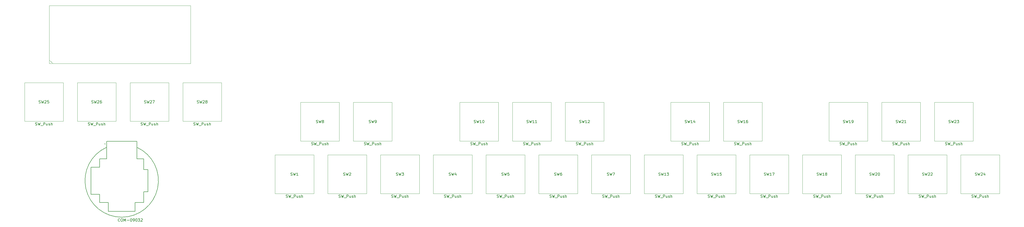
<source format=gbr>
G04 #@! TF.GenerationSoftware,KiCad,Pcbnew,8.0.3*
G04 #@! TF.CreationDate,2024-06-27T13:33:53-07:00*
G04 #@! TF.ProjectId,new midi keyboard,6e657720-6d69-4646-9920-6b6579626f61,rev?*
G04 #@! TF.SameCoordinates,Original*
G04 #@! TF.FileFunction,AssemblyDrawing,Top*
%FSLAX46Y46*%
G04 Gerber Fmt 4.6, Leading zero omitted, Abs format (unit mm)*
G04 Created by KiCad (PCBNEW 8.0.3) date 2024-06-27 13:33:53*
%MOMM*%
%LPD*%
G01*
G04 APERTURE LIST*
%ADD10C,0.150000*%
%ADD11C,0.127000*%
%ADD12C,0.200000*%
%ADD13C,0.100000*%
%ADD14C,0.120000*%
G04 APERTURE END LIST*
D10*
X77888535Y-132898330D02*
X77840916Y-132945950D01*
X77840916Y-132945950D02*
X77698059Y-132993569D01*
X77698059Y-132993569D02*
X77602821Y-132993569D01*
X77602821Y-132993569D02*
X77459964Y-132945950D01*
X77459964Y-132945950D02*
X77364726Y-132850711D01*
X77364726Y-132850711D02*
X77317107Y-132755473D01*
X77317107Y-132755473D02*
X77269488Y-132564997D01*
X77269488Y-132564997D02*
X77269488Y-132422140D01*
X77269488Y-132422140D02*
X77317107Y-132231664D01*
X77317107Y-132231664D02*
X77364726Y-132136426D01*
X77364726Y-132136426D02*
X77459964Y-132041188D01*
X77459964Y-132041188D02*
X77602821Y-131993569D01*
X77602821Y-131993569D02*
X77698059Y-131993569D01*
X77698059Y-131993569D02*
X77840916Y-132041188D01*
X77840916Y-132041188D02*
X77888535Y-132088807D01*
X78507583Y-131993569D02*
X78698059Y-131993569D01*
X78698059Y-131993569D02*
X78793297Y-132041188D01*
X78793297Y-132041188D02*
X78888535Y-132136426D01*
X78888535Y-132136426D02*
X78936154Y-132326902D01*
X78936154Y-132326902D02*
X78936154Y-132660235D01*
X78936154Y-132660235D02*
X78888535Y-132850711D01*
X78888535Y-132850711D02*
X78793297Y-132945950D01*
X78793297Y-132945950D02*
X78698059Y-132993569D01*
X78698059Y-132993569D02*
X78507583Y-132993569D01*
X78507583Y-132993569D02*
X78412345Y-132945950D01*
X78412345Y-132945950D02*
X78317107Y-132850711D01*
X78317107Y-132850711D02*
X78269488Y-132660235D01*
X78269488Y-132660235D02*
X78269488Y-132326902D01*
X78269488Y-132326902D02*
X78317107Y-132136426D01*
X78317107Y-132136426D02*
X78412345Y-132041188D01*
X78412345Y-132041188D02*
X78507583Y-131993569D01*
X79364726Y-132993569D02*
X79364726Y-131993569D01*
X79364726Y-131993569D02*
X79698059Y-132707854D01*
X79698059Y-132707854D02*
X80031392Y-131993569D01*
X80031392Y-131993569D02*
X80031392Y-132993569D01*
X80507583Y-132612616D02*
X81269488Y-132612616D01*
X81936154Y-131993569D02*
X82031392Y-131993569D01*
X82031392Y-131993569D02*
X82126630Y-132041188D01*
X82126630Y-132041188D02*
X82174249Y-132088807D01*
X82174249Y-132088807D02*
X82221868Y-132184045D01*
X82221868Y-132184045D02*
X82269487Y-132374521D01*
X82269487Y-132374521D02*
X82269487Y-132612616D01*
X82269487Y-132612616D02*
X82221868Y-132803092D01*
X82221868Y-132803092D02*
X82174249Y-132898330D01*
X82174249Y-132898330D02*
X82126630Y-132945950D01*
X82126630Y-132945950D02*
X82031392Y-132993569D01*
X82031392Y-132993569D02*
X81936154Y-132993569D01*
X81936154Y-132993569D02*
X81840916Y-132945950D01*
X81840916Y-132945950D02*
X81793297Y-132898330D01*
X81793297Y-132898330D02*
X81745678Y-132803092D01*
X81745678Y-132803092D02*
X81698059Y-132612616D01*
X81698059Y-132612616D02*
X81698059Y-132374521D01*
X81698059Y-132374521D02*
X81745678Y-132184045D01*
X81745678Y-132184045D02*
X81793297Y-132088807D01*
X81793297Y-132088807D02*
X81840916Y-132041188D01*
X81840916Y-132041188D02*
X81936154Y-131993569D01*
X82745678Y-132993569D02*
X82936154Y-132993569D01*
X82936154Y-132993569D02*
X83031392Y-132945950D01*
X83031392Y-132945950D02*
X83079011Y-132898330D01*
X83079011Y-132898330D02*
X83174249Y-132755473D01*
X83174249Y-132755473D02*
X83221868Y-132564997D01*
X83221868Y-132564997D02*
X83221868Y-132184045D01*
X83221868Y-132184045D02*
X83174249Y-132088807D01*
X83174249Y-132088807D02*
X83126630Y-132041188D01*
X83126630Y-132041188D02*
X83031392Y-131993569D01*
X83031392Y-131993569D02*
X82840916Y-131993569D01*
X82840916Y-131993569D02*
X82745678Y-132041188D01*
X82745678Y-132041188D02*
X82698059Y-132088807D01*
X82698059Y-132088807D02*
X82650440Y-132184045D01*
X82650440Y-132184045D02*
X82650440Y-132422140D01*
X82650440Y-132422140D02*
X82698059Y-132517378D01*
X82698059Y-132517378D02*
X82745678Y-132564997D01*
X82745678Y-132564997D02*
X82840916Y-132612616D01*
X82840916Y-132612616D02*
X83031392Y-132612616D01*
X83031392Y-132612616D02*
X83126630Y-132564997D01*
X83126630Y-132564997D02*
X83174249Y-132517378D01*
X83174249Y-132517378D02*
X83221868Y-132422140D01*
X83840916Y-131993569D02*
X83936154Y-131993569D01*
X83936154Y-131993569D02*
X84031392Y-132041188D01*
X84031392Y-132041188D02*
X84079011Y-132088807D01*
X84079011Y-132088807D02*
X84126630Y-132184045D01*
X84126630Y-132184045D02*
X84174249Y-132374521D01*
X84174249Y-132374521D02*
X84174249Y-132612616D01*
X84174249Y-132612616D02*
X84126630Y-132803092D01*
X84126630Y-132803092D02*
X84079011Y-132898330D01*
X84079011Y-132898330D02*
X84031392Y-132945950D01*
X84031392Y-132945950D02*
X83936154Y-132993569D01*
X83936154Y-132993569D02*
X83840916Y-132993569D01*
X83840916Y-132993569D02*
X83745678Y-132945950D01*
X83745678Y-132945950D02*
X83698059Y-132898330D01*
X83698059Y-132898330D02*
X83650440Y-132803092D01*
X83650440Y-132803092D02*
X83602821Y-132612616D01*
X83602821Y-132612616D02*
X83602821Y-132374521D01*
X83602821Y-132374521D02*
X83650440Y-132184045D01*
X83650440Y-132184045D02*
X83698059Y-132088807D01*
X83698059Y-132088807D02*
X83745678Y-132041188D01*
X83745678Y-132041188D02*
X83840916Y-131993569D01*
X84507583Y-131993569D02*
X85126630Y-131993569D01*
X85126630Y-131993569D02*
X84793297Y-132374521D01*
X84793297Y-132374521D02*
X84936154Y-132374521D01*
X84936154Y-132374521D02*
X85031392Y-132422140D01*
X85031392Y-132422140D02*
X85079011Y-132469759D01*
X85079011Y-132469759D02*
X85126630Y-132564997D01*
X85126630Y-132564997D02*
X85126630Y-132803092D01*
X85126630Y-132803092D02*
X85079011Y-132898330D01*
X85079011Y-132898330D02*
X85031392Y-132945950D01*
X85031392Y-132945950D02*
X84936154Y-132993569D01*
X84936154Y-132993569D02*
X84650440Y-132993569D01*
X84650440Y-132993569D02*
X84555202Y-132945950D01*
X84555202Y-132945950D02*
X84507583Y-132898330D01*
X85507583Y-132088807D02*
X85555202Y-132041188D01*
X85555202Y-132041188D02*
X85650440Y-131993569D01*
X85650440Y-131993569D02*
X85888535Y-131993569D01*
X85888535Y-131993569D02*
X85983773Y-132041188D01*
X85983773Y-132041188D02*
X86031392Y-132088807D01*
X86031392Y-132088807D02*
X86079011Y-132184045D01*
X86079011Y-132184045D02*
X86079011Y-132279283D01*
X86079011Y-132279283D02*
X86031392Y-132422140D01*
X86031392Y-132422140D02*
X85459964Y-132993569D01*
X85459964Y-132993569D02*
X86079011Y-132993569D01*
X347475381Y-124299700D02*
X347618238Y-124347319D01*
X347618238Y-124347319D02*
X347856333Y-124347319D01*
X347856333Y-124347319D02*
X347951571Y-124299700D01*
X347951571Y-124299700D02*
X347999190Y-124252080D01*
X347999190Y-124252080D02*
X348046809Y-124156842D01*
X348046809Y-124156842D02*
X348046809Y-124061604D01*
X348046809Y-124061604D02*
X347999190Y-123966366D01*
X347999190Y-123966366D02*
X347951571Y-123918747D01*
X347951571Y-123918747D02*
X347856333Y-123871128D01*
X347856333Y-123871128D02*
X347665857Y-123823509D01*
X347665857Y-123823509D02*
X347570619Y-123775890D01*
X347570619Y-123775890D02*
X347523000Y-123728271D01*
X347523000Y-123728271D02*
X347475381Y-123633033D01*
X347475381Y-123633033D02*
X347475381Y-123537795D01*
X347475381Y-123537795D02*
X347523000Y-123442557D01*
X347523000Y-123442557D02*
X347570619Y-123394938D01*
X347570619Y-123394938D02*
X347665857Y-123347319D01*
X347665857Y-123347319D02*
X347903952Y-123347319D01*
X347903952Y-123347319D02*
X348046809Y-123394938D01*
X348380143Y-123347319D02*
X348618238Y-124347319D01*
X348618238Y-124347319D02*
X348808714Y-123633033D01*
X348808714Y-123633033D02*
X348999190Y-124347319D01*
X348999190Y-124347319D02*
X349237286Y-123347319D01*
X349380143Y-124442557D02*
X350142047Y-124442557D01*
X350380143Y-124347319D02*
X350380143Y-123347319D01*
X350380143Y-123347319D02*
X350761095Y-123347319D01*
X350761095Y-123347319D02*
X350856333Y-123394938D01*
X350856333Y-123394938D02*
X350903952Y-123442557D01*
X350903952Y-123442557D02*
X350951571Y-123537795D01*
X350951571Y-123537795D02*
X350951571Y-123680652D01*
X350951571Y-123680652D02*
X350903952Y-123775890D01*
X350903952Y-123775890D02*
X350856333Y-123823509D01*
X350856333Y-123823509D02*
X350761095Y-123871128D01*
X350761095Y-123871128D02*
X350380143Y-123871128D01*
X351808714Y-123680652D02*
X351808714Y-124347319D01*
X351380143Y-123680652D02*
X351380143Y-124204461D01*
X351380143Y-124204461D02*
X351427762Y-124299700D01*
X351427762Y-124299700D02*
X351523000Y-124347319D01*
X351523000Y-124347319D02*
X351665857Y-124347319D01*
X351665857Y-124347319D02*
X351761095Y-124299700D01*
X351761095Y-124299700D02*
X351808714Y-124252080D01*
X352237286Y-124299700D02*
X352332524Y-124347319D01*
X352332524Y-124347319D02*
X352523000Y-124347319D01*
X352523000Y-124347319D02*
X352618238Y-124299700D01*
X352618238Y-124299700D02*
X352665857Y-124204461D01*
X352665857Y-124204461D02*
X352665857Y-124156842D01*
X352665857Y-124156842D02*
X352618238Y-124061604D01*
X352618238Y-124061604D02*
X352523000Y-124013985D01*
X352523000Y-124013985D02*
X352380143Y-124013985D01*
X352380143Y-124013985D02*
X352284905Y-123966366D01*
X352284905Y-123966366D02*
X352237286Y-123871128D01*
X352237286Y-123871128D02*
X352237286Y-123823509D01*
X352237286Y-123823509D02*
X352284905Y-123728271D01*
X352284905Y-123728271D02*
X352380143Y-123680652D01*
X352380143Y-123680652D02*
X352523000Y-123680652D01*
X352523000Y-123680652D02*
X352618238Y-123728271D01*
X353094429Y-124347319D02*
X353094429Y-123347319D01*
X353523000Y-124347319D02*
X353523000Y-123823509D01*
X353523000Y-123823509D02*
X353475381Y-123728271D01*
X353475381Y-123728271D02*
X353380143Y-123680652D01*
X353380143Y-123680652D02*
X353237286Y-123680652D01*
X353237286Y-123680652D02*
X353142048Y-123728271D01*
X353142048Y-123728271D02*
X353094429Y-123775890D01*
X348713476Y-116299700D02*
X348856333Y-116347319D01*
X348856333Y-116347319D02*
X349094428Y-116347319D01*
X349094428Y-116347319D02*
X349189666Y-116299700D01*
X349189666Y-116299700D02*
X349237285Y-116252080D01*
X349237285Y-116252080D02*
X349284904Y-116156842D01*
X349284904Y-116156842D02*
X349284904Y-116061604D01*
X349284904Y-116061604D02*
X349237285Y-115966366D01*
X349237285Y-115966366D02*
X349189666Y-115918747D01*
X349189666Y-115918747D02*
X349094428Y-115871128D01*
X349094428Y-115871128D02*
X348903952Y-115823509D01*
X348903952Y-115823509D02*
X348808714Y-115775890D01*
X348808714Y-115775890D02*
X348761095Y-115728271D01*
X348761095Y-115728271D02*
X348713476Y-115633033D01*
X348713476Y-115633033D02*
X348713476Y-115537795D01*
X348713476Y-115537795D02*
X348761095Y-115442557D01*
X348761095Y-115442557D02*
X348808714Y-115394938D01*
X348808714Y-115394938D02*
X348903952Y-115347319D01*
X348903952Y-115347319D02*
X349142047Y-115347319D01*
X349142047Y-115347319D02*
X349284904Y-115394938D01*
X349618238Y-115347319D02*
X349856333Y-116347319D01*
X349856333Y-116347319D02*
X350046809Y-115633033D01*
X350046809Y-115633033D02*
X350237285Y-116347319D01*
X350237285Y-116347319D02*
X350475381Y-115347319D01*
X350808714Y-115442557D02*
X350856333Y-115394938D01*
X350856333Y-115394938D02*
X350951571Y-115347319D01*
X350951571Y-115347319D02*
X351189666Y-115347319D01*
X351189666Y-115347319D02*
X351284904Y-115394938D01*
X351284904Y-115394938D02*
X351332523Y-115442557D01*
X351332523Y-115442557D02*
X351380142Y-115537795D01*
X351380142Y-115537795D02*
X351380142Y-115633033D01*
X351380142Y-115633033D02*
X351332523Y-115775890D01*
X351332523Y-115775890D02*
X350761095Y-116347319D01*
X350761095Y-116347319D02*
X351380142Y-116347319D01*
X351999190Y-115347319D02*
X352094428Y-115347319D01*
X352094428Y-115347319D02*
X352189666Y-115394938D01*
X352189666Y-115394938D02*
X352237285Y-115442557D01*
X352237285Y-115442557D02*
X352284904Y-115537795D01*
X352284904Y-115537795D02*
X352332523Y-115728271D01*
X352332523Y-115728271D02*
X352332523Y-115966366D01*
X352332523Y-115966366D02*
X352284904Y-116156842D01*
X352284904Y-116156842D02*
X352237285Y-116252080D01*
X352237285Y-116252080D02*
X352189666Y-116299700D01*
X352189666Y-116299700D02*
X352094428Y-116347319D01*
X352094428Y-116347319D02*
X351999190Y-116347319D01*
X351999190Y-116347319D02*
X351903952Y-116299700D01*
X351903952Y-116299700D02*
X351856333Y-116252080D01*
X351856333Y-116252080D02*
X351808714Y-116156842D01*
X351808714Y-116156842D02*
X351761095Y-115966366D01*
X351761095Y-115966366D02*
X351761095Y-115728271D01*
X351761095Y-115728271D02*
X351808714Y-115537795D01*
X351808714Y-115537795D02*
X351856333Y-115442557D01*
X351856333Y-115442557D02*
X351903952Y-115394938D01*
X351903952Y-115394938D02*
X351999190Y-115347319D01*
X271275381Y-124299700D02*
X271418238Y-124347319D01*
X271418238Y-124347319D02*
X271656333Y-124347319D01*
X271656333Y-124347319D02*
X271751571Y-124299700D01*
X271751571Y-124299700D02*
X271799190Y-124252080D01*
X271799190Y-124252080D02*
X271846809Y-124156842D01*
X271846809Y-124156842D02*
X271846809Y-124061604D01*
X271846809Y-124061604D02*
X271799190Y-123966366D01*
X271799190Y-123966366D02*
X271751571Y-123918747D01*
X271751571Y-123918747D02*
X271656333Y-123871128D01*
X271656333Y-123871128D02*
X271465857Y-123823509D01*
X271465857Y-123823509D02*
X271370619Y-123775890D01*
X271370619Y-123775890D02*
X271323000Y-123728271D01*
X271323000Y-123728271D02*
X271275381Y-123633033D01*
X271275381Y-123633033D02*
X271275381Y-123537795D01*
X271275381Y-123537795D02*
X271323000Y-123442557D01*
X271323000Y-123442557D02*
X271370619Y-123394938D01*
X271370619Y-123394938D02*
X271465857Y-123347319D01*
X271465857Y-123347319D02*
X271703952Y-123347319D01*
X271703952Y-123347319D02*
X271846809Y-123394938D01*
X272180143Y-123347319D02*
X272418238Y-124347319D01*
X272418238Y-124347319D02*
X272608714Y-123633033D01*
X272608714Y-123633033D02*
X272799190Y-124347319D01*
X272799190Y-124347319D02*
X273037286Y-123347319D01*
X273180143Y-124442557D02*
X273942047Y-124442557D01*
X274180143Y-124347319D02*
X274180143Y-123347319D01*
X274180143Y-123347319D02*
X274561095Y-123347319D01*
X274561095Y-123347319D02*
X274656333Y-123394938D01*
X274656333Y-123394938D02*
X274703952Y-123442557D01*
X274703952Y-123442557D02*
X274751571Y-123537795D01*
X274751571Y-123537795D02*
X274751571Y-123680652D01*
X274751571Y-123680652D02*
X274703952Y-123775890D01*
X274703952Y-123775890D02*
X274656333Y-123823509D01*
X274656333Y-123823509D02*
X274561095Y-123871128D01*
X274561095Y-123871128D02*
X274180143Y-123871128D01*
X275608714Y-123680652D02*
X275608714Y-124347319D01*
X275180143Y-123680652D02*
X275180143Y-124204461D01*
X275180143Y-124204461D02*
X275227762Y-124299700D01*
X275227762Y-124299700D02*
X275323000Y-124347319D01*
X275323000Y-124347319D02*
X275465857Y-124347319D01*
X275465857Y-124347319D02*
X275561095Y-124299700D01*
X275561095Y-124299700D02*
X275608714Y-124252080D01*
X276037286Y-124299700D02*
X276132524Y-124347319D01*
X276132524Y-124347319D02*
X276323000Y-124347319D01*
X276323000Y-124347319D02*
X276418238Y-124299700D01*
X276418238Y-124299700D02*
X276465857Y-124204461D01*
X276465857Y-124204461D02*
X276465857Y-124156842D01*
X276465857Y-124156842D02*
X276418238Y-124061604D01*
X276418238Y-124061604D02*
X276323000Y-124013985D01*
X276323000Y-124013985D02*
X276180143Y-124013985D01*
X276180143Y-124013985D02*
X276084905Y-123966366D01*
X276084905Y-123966366D02*
X276037286Y-123871128D01*
X276037286Y-123871128D02*
X276037286Y-123823509D01*
X276037286Y-123823509D02*
X276084905Y-123728271D01*
X276084905Y-123728271D02*
X276180143Y-123680652D01*
X276180143Y-123680652D02*
X276323000Y-123680652D01*
X276323000Y-123680652D02*
X276418238Y-123728271D01*
X276894429Y-124347319D02*
X276894429Y-123347319D01*
X277323000Y-124347319D02*
X277323000Y-123823509D01*
X277323000Y-123823509D02*
X277275381Y-123728271D01*
X277275381Y-123728271D02*
X277180143Y-123680652D01*
X277180143Y-123680652D02*
X277037286Y-123680652D01*
X277037286Y-123680652D02*
X276942048Y-123728271D01*
X276942048Y-123728271D02*
X276894429Y-123775890D01*
X272513476Y-116299700D02*
X272656333Y-116347319D01*
X272656333Y-116347319D02*
X272894428Y-116347319D01*
X272894428Y-116347319D02*
X272989666Y-116299700D01*
X272989666Y-116299700D02*
X273037285Y-116252080D01*
X273037285Y-116252080D02*
X273084904Y-116156842D01*
X273084904Y-116156842D02*
X273084904Y-116061604D01*
X273084904Y-116061604D02*
X273037285Y-115966366D01*
X273037285Y-115966366D02*
X272989666Y-115918747D01*
X272989666Y-115918747D02*
X272894428Y-115871128D01*
X272894428Y-115871128D02*
X272703952Y-115823509D01*
X272703952Y-115823509D02*
X272608714Y-115775890D01*
X272608714Y-115775890D02*
X272561095Y-115728271D01*
X272561095Y-115728271D02*
X272513476Y-115633033D01*
X272513476Y-115633033D02*
X272513476Y-115537795D01*
X272513476Y-115537795D02*
X272561095Y-115442557D01*
X272561095Y-115442557D02*
X272608714Y-115394938D01*
X272608714Y-115394938D02*
X272703952Y-115347319D01*
X272703952Y-115347319D02*
X272942047Y-115347319D01*
X272942047Y-115347319D02*
X273084904Y-115394938D01*
X273418238Y-115347319D02*
X273656333Y-116347319D01*
X273656333Y-116347319D02*
X273846809Y-115633033D01*
X273846809Y-115633033D02*
X274037285Y-116347319D01*
X274037285Y-116347319D02*
X274275381Y-115347319D01*
X275180142Y-116347319D02*
X274608714Y-116347319D01*
X274894428Y-116347319D02*
X274894428Y-115347319D01*
X274894428Y-115347319D02*
X274799190Y-115490176D01*
X274799190Y-115490176D02*
X274703952Y-115585414D01*
X274703952Y-115585414D02*
X274608714Y-115633033D01*
X275513476Y-115347319D02*
X276132523Y-115347319D01*
X276132523Y-115347319D02*
X275799190Y-115728271D01*
X275799190Y-115728271D02*
X275942047Y-115728271D01*
X275942047Y-115728271D02*
X276037285Y-115775890D01*
X276037285Y-115775890D02*
X276084904Y-115823509D01*
X276084904Y-115823509D02*
X276132523Y-115918747D01*
X276132523Y-115918747D02*
X276132523Y-116156842D01*
X276132523Y-116156842D02*
X276084904Y-116252080D01*
X276084904Y-116252080D02*
X276037285Y-116299700D01*
X276037285Y-116299700D02*
X275942047Y-116347319D01*
X275942047Y-116347319D02*
X275656333Y-116347319D01*
X275656333Y-116347319D02*
X275561095Y-116299700D01*
X275561095Y-116299700D02*
X275513476Y-116252080D01*
X290325381Y-124299700D02*
X290468238Y-124347319D01*
X290468238Y-124347319D02*
X290706333Y-124347319D01*
X290706333Y-124347319D02*
X290801571Y-124299700D01*
X290801571Y-124299700D02*
X290849190Y-124252080D01*
X290849190Y-124252080D02*
X290896809Y-124156842D01*
X290896809Y-124156842D02*
X290896809Y-124061604D01*
X290896809Y-124061604D02*
X290849190Y-123966366D01*
X290849190Y-123966366D02*
X290801571Y-123918747D01*
X290801571Y-123918747D02*
X290706333Y-123871128D01*
X290706333Y-123871128D02*
X290515857Y-123823509D01*
X290515857Y-123823509D02*
X290420619Y-123775890D01*
X290420619Y-123775890D02*
X290373000Y-123728271D01*
X290373000Y-123728271D02*
X290325381Y-123633033D01*
X290325381Y-123633033D02*
X290325381Y-123537795D01*
X290325381Y-123537795D02*
X290373000Y-123442557D01*
X290373000Y-123442557D02*
X290420619Y-123394938D01*
X290420619Y-123394938D02*
X290515857Y-123347319D01*
X290515857Y-123347319D02*
X290753952Y-123347319D01*
X290753952Y-123347319D02*
X290896809Y-123394938D01*
X291230143Y-123347319D02*
X291468238Y-124347319D01*
X291468238Y-124347319D02*
X291658714Y-123633033D01*
X291658714Y-123633033D02*
X291849190Y-124347319D01*
X291849190Y-124347319D02*
X292087286Y-123347319D01*
X292230143Y-124442557D02*
X292992047Y-124442557D01*
X293230143Y-124347319D02*
X293230143Y-123347319D01*
X293230143Y-123347319D02*
X293611095Y-123347319D01*
X293611095Y-123347319D02*
X293706333Y-123394938D01*
X293706333Y-123394938D02*
X293753952Y-123442557D01*
X293753952Y-123442557D02*
X293801571Y-123537795D01*
X293801571Y-123537795D02*
X293801571Y-123680652D01*
X293801571Y-123680652D02*
X293753952Y-123775890D01*
X293753952Y-123775890D02*
X293706333Y-123823509D01*
X293706333Y-123823509D02*
X293611095Y-123871128D01*
X293611095Y-123871128D02*
X293230143Y-123871128D01*
X294658714Y-123680652D02*
X294658714Y-124347319D01*
X294230143Y-123680652D02*
X294230143Y-124204461D01*
X294230143Y-124204461D02*
X294277762Y-124299700D01*
X294277762Y-124299700D02*
X294373000Y-124347319D01*
X294373000Y-124347319D02*
X294515857Y-124347319D01*
X294515857Y-124347319D02*
X294611095Y-124299700D01*
X294611095Y-124299700D02*
X294658714Y-124252080D01*
X295087286Y-124299700D02*
X295182524Y-124347319D01*
X295182524Y-124347319D02*
X295373000Y-124347319D01*
X295373000Y-124347319D02*
X295468238Y-124299700D01*
X295468238Y-124299700D02*
X295515857Y-124204461D01*
X295515857Y-124204461D02*
X295515857Y-124156842D01*
X295515857Y-124156842D02*
X295468238Y-124061604D01*
X295468238Y-124061604D02*
X295373000Y-124013985D01*
X295373000Y-124013985D02*
X295230143Y-124013985D01*
X295230143Y-124013985D02*
X295134905Y-123966366D01*
X295134905Y-123966366D02*
X295087286Y-123871128D01*
X295087286Y-123871128D02*
X295087286Y-123823509D01*
X295087286Y-123823509D02*
X295134905Y-123728271D01*
X295134905Y-123728271D02*
X295230143Y-123680652D01*
X295230143Y-123680652D02*
X295373000Y-123680652D01*
X295373000Y-123680652D02*
X295468238Y-123728271D01*
X295944429Y-124347319D02*
X295944429Y-123347319D01*
X296373000Y-124347319D02*
X296373000Y-123823509D01*
X296373000Y-123823509D02*
X296325381Y-123728271D01*
X296325381Y-123728271D02*
X296230143Y-123680652D01*
X296230143Y-123680652D02*
X296087286Y-123680652D01*
X296087286Y-123680652D02*
X295992048Y-123728271D01*
X295992048Y-123728271D02*
X295944429Y-123775890D01*
X291563476Y-116299700D02*
X291706333Y-116347319D01*
X291706333Y-116347319D02*
X291944428Y-116347319D01*
X291944428Y-116347319D02*
X292039666Y-116299700D01*
X292039666Y-116299700D02*
X292087285Y-116252080D01*
X292087285Y-116252080D02*
X292134904Y-116156842D01*
X292134904Y-116156842D02*
X292134904Y-116061604D01*
X292134904Y-116061604D02*
X292087285Y-115966366D01*
X292087285Y-115966366D02*
X292039666Y-115918747D01*
X292039666Y-115918747D02*
X291944428Y-115871128D01*
X291944428Y-115871128D02*
X291753952Y-115823509D01*
X291753952Y-115823509D02*
X291658714Y-115775890D01*
X291658714Y-115775890D02*
X291611095Y-115728271D01*
X291611095Y-115728271D02*
X291563476Y-115633033D01*
X291563476Y-115633033D02*
X291563476Y-115537795D01*
X291563476Y-115537795D02*
X291611095Y-115442557D01*
X291611095Y-115442557D02*
X291658714Y-115394938D01*
X291658714Y-115394938D02*
X291753952Y-115347319D01*
X291753952Y-115347319D02*
X291992047Y-115347319D01*
X291992047Y-115347319D02*
X292134904Y-115394938D01*
X292468238Y-115347319D02*
X292706333Y-116347319D01*
X292706333Y-116347319D02*
X292896809Y-115633033D01*
X292896809Y-115633033D02*
X293087285Y-116347319D01*
X293087285Y-116347319D02*
X293325381Y-115347319D01*
X294230142Y-116347319D02*
X293658714Y-116347319D01*
X293944428Y-116347319D02*
X293944428Y-115347319D01*
X293944428Y-115347319D02*
X293849190Y-115490176D01*
X293849190Y-115490176D02*
X293753952Y-115585414D01*
X293753952Y-115585414D02*
X293658714Y-115633033D01*
X295134904Y-115347319D02*
X294658714Y-115347319D01*
X294658714Y-115347319D02*
X294611095Y-115823509D01*
X294611095Y-115823509D02*
X294658714Y-115775890D01*
X294658714Y-115775890D02*
X294753952Y-115728271D01*
X294753952Y-115728271D02*
X294992047Y-115728271D01*
X294992047Y-115728271D02*
X295087285Y-115775890D01*
X295087285Y-115775890D02*
X295134904Y-115823509D01*
X295134904Y-115823509D02*
X295182523Y-115918747D01*
X295182523Y-115918747D02*
X295182523Y-116156842D01*
X295182523Y-116156842D02*
X295134904Y-116252080D01*
X295134904Y-116252080D02*
X295087285Y-116299700D01*
X295087285Y-116299700D02*
X294992047Y-116347319D01*
X294992047Y-116347319D02*
X294753952Y-116347319D01*
X294753952Y-116347319D02*
X294658714Y-116299700D01*
X294658714Y-116299700D02*
X294611095Y-116252080D01*
X385575381Y-124299700D02*
X385718238Y-124347319D01*
X385718238Y-124347319D02*
X385956333Y-124347319D01*
X385956333Y-124347319D02*
X386051571Y-124299700D01*
X386051571Y-124299700D02*
X386099190Y-124252080D01*
X386099190Y-124252080D02*
X386146809Y-124156842D01*
X386146809Y-124156842D02*
X386146809Y-124061604D01*
X386146809Y-124061604D02*
X386099190Y-123966366D01*
X386099190Y-123966366D02*
X386051571Y-123918747D01*
X386051571Y-123918747D02*
X385956333Y-123871128D01*
X385956333Y-123871128D02*
X385765857Y-123823509D01*
X385765857Y-123823509D02*
X385670619Y-123775890D01*
X385670619Y-123775890D02*
X385623000Y-123728271D01*
X385623000Y-123728271D02*
X385575381Y-123633033D01*
X385575381Y-123633033D02*
X385575381Y-123537795D01*
X385575381Y-123537795D02*
X385623000Y-123442557D01*
X385623000Y-123442557D02*
X385670619Y-123394938D01*
X385670619Y-123394938D02*
X385765857Y-123347319D01*
X385765857Y-123347319D02*
X386003952Y-123347319D01*
X386003952Y-123347319D02*
X386146809Y-123394938D01*
X386480143Y-123347319D02*
X386718238Y-124347319D01*
X386718238Y-124347319D02*
X386908714Y-123633033D01*
X386908714Y-123633033D02*
X387099190Y-124347319D01*
X387099190Y-124347319D02*
X387337286Y-123347319D01*
X387480143Y-124442557D02*
X388242047Y-124442557D01*
X388480143Y-124347319D02*
X388480143Y-123347319D01*
X388480143Y-123347319D02*
X388861095Y-123347319D01*
X388861095Y-123347319D02*
X388956333Y-123394938D01*
X388956333Y-123394938D02*
X389003952Y-123442557D01*
X389003952Y-123442557D02*
X389051571Y-123537795D01*
X389051571Y-123537795D02*
X389051571Y-123680652D01*
X389051571Y-123680652D02*
X389003952Y-123775890D01*
X389003952Y-123775890D02*
X388956333Y-123823509D01*
X388956333Y-123823509D02*
X388861095Y-123871128D01*
X388861095Y-123871128D02*
X388480143Y-123871128D01*
X389908714Y-123680652D02*
X389908714Y-124347319D01*
X389480143Y-123680652D02*
X389480143Y-124204461D01*
X389480143Y-124204461D02*
X389527762Y-124299700D01*
X389527762Y-124299700D02*
X389623000Y-124347319D01*
X389623000Y-124347319D02*
X389765857Y-124347319D01*
X389765857Y-124347319D02*
X389861095Y-124299700D01*
X389861095Y-124299700D02*
X389908714Y-124252080D01*
X390337286Y-124299700D02*
X390432524Y-124347319D01*
X390432524Y-124347319D02*
X390623000Y-124347319D01*
X390623000Y-124347319D02*
X390718238Y-124299700D01*
X390718238Y-124299700D02*
X390765857Y-124204461D01*
X390765857Y-124204461D02*
X390765857Y-124156842D01*
X390765857Y-124156842D02*
X390718238Y-124061604D01*
X390718238Y-124061604D02*
X390623000Y-124013985D01*
X390623000Y-124013985D02*
X390480143Y-124013985D01*
X390480143Y-124013985D02*
X390384905Y-123966366D01*
X390384905Y-123966366D02*
X390337286Y-123871128D01*
X390337286Y-123871128D02*
X390337286Y-123823509D01*
X390337286Y-123823509D02*
X390384905Y-123728271D01*
X390384905Y-123728271D02*
X390480143Y-123680652D01*
X390480143Y-123680652D02*
X390623000Y-123680652D01*
X390623000Y-123680652D02*
X390718238Y-123728271D01*
X391194429Y-124347319D02*
X391194429Y-123347319D01*
X391623000Y-124347319D02*
X391623000Y-123823509D01*
X391623000Y-123823509D02*
X391575381Y-123728271D01*
X391575381Y-123728271D02*
X391480143Y-123680652D01*
X391480143Y-123680652D02*
X391337286Y-123680652D01*
X391337286Y-123680652D02*
X391242048Y-123728271D01*
X391242048Y-123728271D02*
X391194429Y-123775890D01*
X386813476Y-116299700D02*
X386956333Y-116347319D01*
X386956333Y-116347319D02*
X387194428Y-116347319D01*
X387194428Y-116347319D02*
X387289666Y-116299700D01*
X387289666Y-116299700D02*
X387337285Y-116252080D01*
X387337285Y-116252080D02*
X387384904Y-116156842D01*
X387384904Y-116156842D02*
X387384904Y-116061604D01*
X387384904Y-116061604D02*
X387337285Y-115966366D01*
X387337285Y-115966366D02*
X387289666Y-115918747D01*
X387289666Y-115918747D02*
X387194428Y-115871128D01*
X387194428Y-115871128D02*
X387003952Y-115823509D01*
X387003952Y-115823509D02*
X386908714Y-115775890D01*
X386908714Y-115775890D02*
X386861095Y-115728271D01*
X386861095Y-115728271D02*
X386813476Y-115633033D01*
X386813476Y-115633033D02*
X386813476Y-115537795D01*
X386813476Y-115537795D02*
X386861095Y-115442557D01*
X386861095Y-115442557D02*
X386908714Y-115394938D01*
X386908714Y-115394938D02*
X387003952Y-115347319D01*
X387003952Y-115347319D02*
X387242047Y-115347319D01*
X387242047Y-115347319D02*
X387384904Y-115394938D01*
X387718238Y-115347319D02*
X387956333Y-116347319D01*
X387956333Y-116347319D02*
X388146809Y-115633033D01*
X388146809Y-115633033D02*
X388337285Y-116347319D01*
X388337285Y-116347319D02*
X388575381Y-115347319D01*
X388908714Y-115442557D02*
X388956333Y-115394938D01*
X388956333Y-115394938D02*
X389051571Y-115347319D01*
X389051571Y-115347319D02*
X389289666Y-115347319D01*
X389289666Y-115347319D02*
X389384904Y-115394938D01*
X389384904Y-115394938D02*
X389432523Y-115442557D01*
X389432523Y-115442557D02*
X389480142Y-115537795D01*
X389480142Y-115537795D02*
X389480142Y-115633033D01*
X389480142Y-115633033D02*
X389432523Y-115775890D01*
X389432523Y-115775890D02*
X388861095Y-116347319D01*
X388861095Y-116347319D02*
X389480142Y-116347319D01*
X390337285Y-115680652D02*
X390337285Y-116347319D01*
X390099190Y-115299700D02*
X389861095Y-116013985D01*
X389861095Y-116013985D02*
X390480142Y-116013985D01*
X137925381Y-124299700D02*
X138068238Y-124347319D01*
X138068238Y-124347319D02*
X138306333Y-124347319D01*
X138306333Y-124347319D02*
X138401571Y-124299700D01*
X138401571Y-124299700D02*
X138449190Y-124252080D01*
X138449190Y-124252080D02*
X138496809Y-124156842D01*
X138496809Y-124156842D02*
X138496809Y-124061604D01*
X138496809Y-124061604D02*
X138449190Y-123966366D01*
X138449190Y-123966366D02*
X138401571Y-123918747D01*
X138401571Y-123918747D02*
X138306333Y-123871128D01*
X138306333Y-123871128D02*
X138115857Y-123823509D01*
X138115857Y-123823509D02*
X138020619Y-123775890D01*
X138020619Y-123775890D02*
X137973000Y-123728271D01*
X137973000Y-123728271D02*
X137925381Y-123633033D01*
X137925381Y-123633033D02*
X137925381Y-123537795D01*
X137925381Y-123537795D02*
X137973000Y-123442557D01*
X137973000Y-123442557D02*
X138020619Y-123394938D01*
X138020619Y-123394938D02*
X138115857Y-123347319D01*
X138115857Y-123347319D02*
X138353952Y-123347319D01*
X138353952Y-123347319D02*
X138496809Y-123394938D01*
X138830143Y-123347319D02*
X139068238Y-124347319D01*
X139068238Y-124347319D02*
X139258714Y-123633033D01*
X139258714Y-123633033D02*
X139449190Y-124347319D01*
X139449190Y-124347319D02*
X139687286Y-123347319D01*
X139830143Y-124442557D02*
X140592047Y-124442557D01*
X140830143Y-124347319D02*
X140830143Y-123347319D01*
X140830143Y-123347319D02*
X141211095Y-123347319D01*
X141211095Y-123347319D02*
X141306333Y-123394938D01*
X141306333Y-123394938D02*
X141353952Y-123442557D01*
X141353952Y-123442557D02*
X141401571Y-123537795D01*
X141401571Y-123537795D02*
X141401571Y-123680652D01*
X141401571Y-123680652D02*
X141353952Y-123775890D01*
X141353952Y-123775890D02*
X141306333Y-123823509D01*
X141306333Y-123823509D02*
X141211095Y-123871128D01*
X141211095Y-123871128D02*
X140830143Y-123871128D01*
X142258714Y-123680652D02*
X142258714Y-124347319D01*
X141830143Y-123680652D02*
X141830143Y-124204461D01*
X141830143Y-124204461D02*
X141877762Y-124299700D01*
X141877762Y-124299700D02*
X141973000Y-124347319D01*
X141973000Y-124347319D02*
X142115857Y-124347319D01*
X142115857Y-124347319D02*
X142211095Y-124299700D01*
X142211095Y-124299700D02*
X142258714Y-124252080D01*
X142687286Y-124299700D02*
X142782524Y-124347319D01*
X142782524Y-124347319D02*
X142973000Y-124347319D01*
X142973000Y-124347319D02*
X143068238Y-124299700D01*
X143068238Y-124299700D02*
X143115857Y-124204461D01*
X143115857Y-124204461D02*
X143115857Y-124156842D01*
X143115857Y-124156842D02*
X143068238Y-124061604D01*
X143068238Y-124061604D02*
X142973000Y-124013985D01*
X142973000Y-124013985D02*
X142830143Y-124013985D01*
X142830143Y-124013985D02*
X142734905Y-123966366D01*
X142734905Y-123966366D02*
X142687286Y-123871128D01*
X142687286Y-123871128D02*
X142687286Y-123823509D01*
X142687286Y-123823509D02*
X142734905Y-123728271D01*
X142734905Y-123728271D02*
X142830143Y-123680652D01*
X142830143Y-123680652D02*
X142973000Y-123680652D01*
X142973000Y-123680652D02*
X143068238Y-123728271D01*
X143544429Y-124347319D02*
X143544429Y-123347319D01*
X143973000Y-124347319D02*
X143973000Y-123823509D01*
X143973000Y-123823509D02*
X143925381Y-123728271D01*
X143925381Y-123728271D02*
X143830143Y-123680652D01*
X143830143Y-123680652D02*
X143687286Y-123680652D01*
X143687286Y-123680652D02*
X143592048Y-123728271D01*
X143592048Y-123728271D02*
X143544429Y-123775890D01*
X139639667Y-116299700D02*
X139782524Y-116347319D01*
X139782524Y-116347319D02*
X140020619Y-116347319D01*
X140020619Y-116347319D02*
X140115857Y-116299700D01*
X140115857Y-116299700D02*
X140163476Y-116252080D01*
X140163476Y-116252080D02*
X140211095Y-116156842D01*
X140211095Y-116156842D02*
X140211095Y-116061604D01*
X140211095Y-116061604D02*
X140163476Y-115966366D01*
X140163476Y-115966366D02*
X140115857Y-115918747D01*
X140115857Y-115918747D02*
X140020619Y-115871128D01*
X140020619Y-115871128D02*
X139830143Y-115823509D01*
X139830143Y-115823509D02*
X139734905Y-115775890D01*
X139734905Y-115775890D02*
X139687286Y-115728271D01*
X139687286Y-115728271D02*
X139639667Y-115633033D01*
X139639667Y-115633033D02*
X139639667Y-115537795D01*
X139639667Y-115537795D02*
X139687286Y-115442557D01*
X139687286Y-115442557D02*
X139734905Y-115394938D01*
X139734905Y-115394938D02*
X139830143Y-115347319D01*
X139830143Y-115347319D02*
X140068238Y-115347319D01*
X140068238Y-115347319D02*
X140211095Y-115394938D01*
X140544429Y-115347319D02*
X140782524Y-116347319D01*
X140782524Y-116347319D02*
X140973000Y-115633033D01*
X140973000Y-115633033D02*
X141163476Y-116347319D01*
X141163476Y-116347319D02*
X141401572Y-115347319D01*
X142306333Y-116347319D02*
X141734905Y-116347319D01*
X142020619Y-116347319D02*
X142020619Y-115347319D01*
X142020619Y-115347319D02*
X141925381Y-115490176D01*
X141925381Y-115490176D02*
X141830143Y-115585414D01*
X141830143Y-115585414D02*
X141734905Y-115633033D01*
X223650381Y-105249700D02*
X223793238Y-105297319D01*
X223793238Y-105297319D02*
X224031333Y-105297319D01*
X224031333Y-105297319D02*
X224126571Y-105249700D01*
X224126571Y-105249700D02*
X224174190Y-105202080D01*
X224174190Y-105202080D02*
X224221809Y-105106842D01*
X224221809Y-105106842D02*
X224221809Y-105011604D01*
X224221809Y-105011604D02*
X224174190Y-104916366D01*
X224174190Y-104916366D02*
X224126571Y-104868747D01*
X224126571Y-104868747D02*
X224031333Y-104821128D01*
X224031333Y-104821128D02*
X223840857Y-104773509D01*
X223840857Y-104773509D02*
X223745619Y-104725890D01*
X223745619Y-104725890D02*
X223698000Y-104678271D01*
X223698000Y-104678271D02*
X223650381Y-104583033D01*
X223650381Y-104583033D02*
X223650381Y-104487795D01*
X223650381Y-104487795D02*
X223698000Y-104392557D01*
X223698000Y-104392557D02*
X223745619Y-104344938D01*
X223745619Y-104344938D02*
X223840857Y-104297319D01*
X223840857Y-104297319D02*
X224078952Y-104297319D01*
X224078952Y-104297319D02*
X224221809Y-104344938D01*
X224555143Y-104297319D02*
X224793238Y-105297319D01*
X224793238Y-105297319D02*
X224983714Y-104583033D01*
X224983714Y-104583033D02*
X225174190Y-105297319D01*
X225174190Y-105297319D02*
X225412286Y-104297319D01*
X225555143Y-105392557D02*
X226317047Y-105392557D01*
X226555143Y-105297319D02*
X226555143Y-104297319D01*
X226555143Y-104297319D02*
X226936095Y-104297319D01*
X226936095Y-104297319D02*
X227031333Y-104344938D01*
X227031333Y-104344938D02*
X227078952Y-104392557D01*
X227078952Y-104392557D02*
X227126571Y-104487795D01*
X227126571Y-104487795D02*
X227126571Y-104630652D01*
X227126571Y-104630652D02*
X227078952Y-104725890D01*
X227078952Y-104725890D02*
X227031333Y-104773509D01*
X227031333Y-104773509D02*
X226936095Y-104821128D01*
X226936095Y-104821128D02*
X226555143Y-104821128D01*
X227983714Y-104630652D02*
X227983714Y-105297319D01*
X227555143Y-104630652D02*
X227555143Y-105154461D01*
X227555143Y-105154461D02*
X227602762Y-105249700D01*
X227602762Y-105249700D02*
X227698000Y-105297319D01*
X227698000Y-105297319D02*
X227840857Y-105297319D01*
X227840857Y-105297319D02*
X227936095Y-105249700D01*
X227936095Y-105249700D02*
X227983714Y-105202080D01*
X228412286Y-105249700D02*
X228507524Y-105297319D01*
X228507524Y-105297319D02*
X228698000Y-105297319D01*
X228698000Y-105297319D02*
X228793238Y-105249700D01*
X228793238Y-105249700D02*
X228840857Y-105154461D01*
X228840857Y-105154461D02*
X228840857Y-105106842D01*
X228840857Y-105106842D02*
X228793238Y-105011604D01*
X228793238Y-105011604D02*
X228698000Y-104963985D01*
X228698000Y-104963985D02*
X228555143Y-104963985D01*
X228555143Y-104963985D02*
X228459905Y-104916366D01*
X228459905Y-104916366D02*
X228412286Y-104821128D01*
X228412286Y-104821128D02*
X228412286Y-104773509D01*
X228412286Y-104773509D02*
X228459905Y-104678271D01*
X228459905Y-104678271D02*
X228555143Y-104630652D01*
X228555143Y-104630652D02*
X228698000Y-104630652D01*
X228698000Y-104630652D02*
X228793238Y-104678271D01*
X229269429Y-105297319D02*
X229269429Y-104297319D01*
X229698000Y-105297319D02*
X229698000Y-104773509D01*
X229698000Y-104773509D02*
X229650381Y-104678271D01*
X229650381Y-104678271D02*
X229555143Y-104630652D01*
X229555143Y-104630652D02*
X229412286Y-104630652D01*
X229412286Y-104630652D02*
X229317048Y-104678271D01*
X229317048Y-104678271D02*
X229269429Y-104725890D01*
X224888476Y-97249700D02*
X225031333Y-97297319D01*
X225031333Y-97297319D02*
X225269428Y-97297319D01*
X225269428Y-97297319D02*
X225364666Y-97249700D01*
X225364666Y-97249700D02*
X225412285Y-97202080D01*
X225412285Y-97202080D02*
X225459904Y-97106842D01*
X225459904Y-97106842D02*
X225459904Y-97011604D01*
X225459904Y-97011604D02*
X225412285Y-96916366D01*
X225412285Y-96916366D02*
X225364666Y-96868747D01*
X225364666Y-96868747D02*
X225269428Y-96821128D01*
X225269428Y-96821128D02*
X225078952Y-96773509D01*
X225078952Y-96773509D02*
X224983714Y-96725890D01*
X224983714Y-96725890D02*
X224936095Y-96678271D01*
X224936095Y-96678271D02*
X224888476Y-96583033D01*
X224888476Y-96583033D02*
X224888476Y-96487795D01*
X224888476Y-96487795D02*
X224936095Y-96392557D01*
X224936095Y-96392557D02*
X224983714Y-96344938D01*
X224983714Y-96344938D02*
X225078952Y-96297319D01*
X225078952Y-96297319D02*
X225317047Y-96297319D01*
X225317047Y-96297319D02*
X225459904Y-96344938D01*
X225793238Y-96297319D02*
X226031333Y-97297319D01*
X226031333Y-97297319D02*
X226221809Y-96583033D01*
X226221809Y-96583033D02*
X226412285Y-97297319D01*
X226412285Y-97297319D02*
X226650381Y-96297319D01*
X227555142Y-97297319D02*
X226983714Y-97297319D01*
X227269428Y-97297319D02*
X227269428Y-96297319D01*
X227269428Y-96297319D02*
X227174190Y-96440176D01*
X227174190Y-96440176D02*
X227078952Y-96535414D01*
X227078952Y-96535414D02*
X226983714Y-96583033D01*
X228507523Y-97297319D02*
X227936095Y-97297319D01*
X228221809Y-97297319D02*
X228221809Y-96297319D01*
X228221809Y-96297319D02*
X228126571Y-96440176D01*
X228126571Y-96440176D02*
X228031333Y-96535414D01*
X228031333Y-96535414D02*
X227936095Y-96583033D01*
X176025381Y-124299700D02*
X176168238Y-124347319D01*
X176168238Y-124347319D02*
X176406333Y-124347319D01*
X176406333Y-124347319D02*
X176501571Y-124299700D01*
X176501571Y-124299700D02*
X176549190Y-124252080D01*
X176549190Y-124252080D02*
X176596809Y-124156842D01*
X176596809Y-124156842D02*
X176596809Y-124061604D01*
X176596809Y-124061604D02*
X176549190Y-123966366D01*
X176549190Y-123966366D02*
X176501571Y-123918747D01*
X176501571Y-123918747D02*
X176406333Y-123871128D01*
X176406333Y-123871128D02*
X176215857Y-123823509D01*
X176215857Y-123823509D02*
X176120619Y-123775890D01*
X176120619Y-123775890D02*
X176073000Y-123728271D01*
X176073000Y-123728271D02*
X176025381Y-123633033D01*
X176025381Y-123633033D02*
X176025381Y-123537795D01*
X176025381Y-123537795D02*
X176073000Y-123442557D01*
X176073000Y-123442557D02*
X176120619Y-123394938D01*
X176120619Y-123394938D02*
X176215857Y-123347319D01*
X176215857Y-123347319D02*
X176453952Y-123347319D01*
X176453952Y-123347319D02*
X176596809Y-123394938D01*
X176930143Y-123347319D02*
X177168238Y-124347319D01*
X177168238Y-124347319D02*
X177358714Y-123633033D01*
X177358714Y-123633033D02*
X177549190Y-124347319D01*
X177549190Y-124347319D02*
X177787286Y-123347319D01*
X177930143Y-124442557D02*
X178692047Y-124442557D01*
X178930143Y-124347319D02*
X178930143Y-123347319D01*
X178930143Y-123347319D02*
X179311095Y-123347319D01*
X179311095Y-123347319D02*
X179406333Y-123394938D01*
X179406333Y-123394938D02*
X179453952Y-123442557D01*
X179453952Y-123442557D02*
X179501571Y-123537795D01*
X179501571Y-123537795D02*
X179501571Y-123680652D01*
X179501571Y-123680652D02*
X179453952Y-123775890D01*
X179453952Y-123775890D02*
X179406333Y-123823509D01*
X179406333Y-123823509D02*
X179311095Y-123871128D01*
X179311095Y-123871128D02*
X178930143Y-123871128D01*
X180358714Y-123680652D02*
X180358714Y-124347319D01*
X179930143Y-123680652D02*
X179930143Y-124204461D01*
X179930143Y-124204461D02*
X179977762Y-124299700D01*
X179977762Y-124299700D02*
X180073000Y-124347319D01*
X180073000Y-124347319D02*
X180215857Y-124347319D01*
X180215857Y-124347319D02*
X180311095Y-124299700D01*
X180311095Y-124299700D02*
X180358714Y-124252080D01*
X180787286Y-124299700D02*
X180882524Y-124347319D01*
X180882524Y-124347319D02*
X181073000Y-124347319D01*
X181073000Y-124347319D02*
X181168238Y-124299700D01*
X181168238Y-124299700D02*
X181215857Y-124204461D01*
X181215857Y-124204461D02*
X181215857Y-124156842D01*
X181215857Y-124156842D02*
X181168238Y-124061604D01*
X181168238Y-124061604D02*
X181073000Y-124013985D01*
X181073000Y-124013985D02*
X180930143Y-124013985D01*
X180930143Y-124013985D02*
X180834905Y-123966366D01*
X180834905Y-123966366D02*
X180787286Y-123871128D01*
X180787286Y-123871128D02*
X180787286Y-123823509D01*
X180787286Y-123823509D02*
X180834905Y-123728271D01*
X180834905Y-123728271D02*
X180930143Y-123680652D01*
X180930143Y-123680652D02*
X181073000Y-123680652D01*
X181073000Y-123680652D02*
X181168238Y-123728271D01*
X181644429Y-124347319D02*
X181644429Y-123347319D01*
X182073000Y-124347319D02*
X182073000Y-123823509D01*
X182073000Y-123823509D02*
X182025381Y-123728271D01*
X182025381Y-123728271D02*
X181930143Y-123680652D01*
X181930143Y-123680652D02*
X181787286Y-123680652D01*
X181787286Y-123680652D02*
X181692048Y-123728271D01*
X181692048Y-123728271D02*
X181644429Y-123775890D01*
X177739667Y-116299700D02*
X177882524Y-116347319D01*
X177882524Y-116347319D02*
X178120619Y-116347319D01*
X178120619Y-116347319D02*
X178215857Y-116299700D01*
X178215857Y-116299700D02*
X178263476Y-116252080D01*
X178263476Y-116252080D02*
X178311095Y-116156842D01*
X178311095Y-116156842D02*
X178311095Y-116061604D01*
X178311095Y-116061604D02*
X178263476Y-115966366D01*
X178263476Y-115966366D02*
X178215857Y-115918747D01*
X178215857Y-115918747D02*
X178120619Y-115871128D01*
X178120619Y-115871128D02*
X177930143Y-115823509D01*
X177930143Y-115823509D02*
X177834905Y-115775890D01*
X177834905Y-115775890D02*
X177787286Y-115728271D01*
X177787286Y-115728271D02*
X177739667Y-115633033D01*
X177739667Y-115633033D02*
X177739667Y-115537795D01*
X177739667Y-115537795D02*
X177787286Y-115442557D01*
X177787286Y-115442557D02*
X177834905Y-115394938D01*
X177834905Y-115394938D02*
X177930143Y-115347319D01*
X177930143Y-115347319D02*
X178168238Y-115347319D01*
X178168238Y-115347319D02*
X178311095Y-115394938D01*
X178644429Y-115347319D02*
X178882524Y-116347319D01*
X178882524Y-116347319D02*
X179073000Y-115633033D01*
X179073000Y-115633033D02*
X179263476Y-116347319D01*
X179263476Y-116347319D02*
X179501572Y-115347319D01*
X179787286Y-115347319D02*
X180406333Y-115347319D01*
X180406333Y-115347319D02*
X180073000Y-115728271D01*
X180073000Y-115728271D02*
X180215857Y-115728271D01*
X180215857Y-115728271D02*
X180311095Y-115775890D01*
X180311095Y-115775890D02*
X180358714Y-115823509D01*
X180358714Y-115823509D02*
X180406333Y-115918747D01*
X180406333Y-115918747D02*
X180406333Y-116156842D01*
X180406333Y-116156842D02*
X180358714Y-116252080D01*
X180358714Y-116252080D02*
X180311095Y-116299700D01*
X180311095Y-116299700D02*
X180215857Y-116347319D01*
X180215857Y-116347319D02*
X179930143Y-116347319D01*
X179930143Y-116347319D02*
X179834905Y-116299700D01*
X179834905Y-116299700D02*
X179787286Y-116252080D01*
X328425381Y-124299700D02*
X328568238Y-124347319D01*
X328568238Y-124347319D02*
X328806333Y-124347319D01*
X328806333Y-124347319D02*
X328901571Y-124299700D01*
X328901571Y-124299700D02*
X328949190Y-124252080D01*
X328949190Y-124252080D02*
X328996809Y-124156842D01*
X328996809Y-124156842D02*
X328996809Y-124061604D01*
X328996809Y-124061604D02*
X328949190Y-123966366D01*
X328949190Y-123966366D02*
X328901571Y-123918747D01*
X328901571Y-123918747D02*
X328806333Y-123871128D01*
X328806333Y-123871128D02*
X328615857Y-123823509D01*
X328615857Y-123823509D02*
X328520619Y-123775890D01*
X328520619Y-123775890D02*
X328473000Y-123728271D01*
X328473000Y-123728271D02*
X328425381Y-123633033D01*
X328425381Y-123633033D02*
X328425381Y-123537795D01*
X328425381Y-123537795D02*
X328473000Y-123442557D01*
X328473000Y-123442557D02*
X328520619Y-123394938D01*
X328520619Y-123394938D02*
X328615857Y-123347319D01*
X328615857Y-123347319D02*
X328853952Y-123347319D01*
X328853952Y-123347319D02*
X328996809Y-123394938D01*
X329330143Y-123347319D02*
X329568238Y-124347319D01*
X329568238Y-124347319D02*
X329758714Y-123633033D01*
X329758714Y-123633033D02*
X329949190Y-124347319D01*
X329949190Y-124347319D02*
X330187286Y-123347319D01*
X330330143Y-124442557D02*
X331092047Y-124442557D01*
X331330143Y-124347319D02*
X331330143Y-123347319D01*
X331330143Y-123347319D02*
X331711095Y-123347319D01*
X331711095Y-123347319D02*
X331806333Y-123394938D01*
X331806333Y-123394938D02*
X331853952Y-123442557D01*
X331853952Y-123442557D02*
X331901571Y-123537795D01*
X331901571Y-123537795D02*
X331901571Y-123680652D01*
X331901571Y-123680652D02*
X331853952Y-123775890D01*
X331853952Y-123775890D02*
X331806333Y-123823509D01*
X331806333Y-123823509D02*
X331711095Y-123871128D01*
X331711095Y-123871128D02*
X331330143Y-123871128D01*
X332758714Y-123680652D02*
X332758714Y-124347319D01*
X332330143Y-123680652D02*
X332330143Y-124204461D01*
X332330143Y-124204461D02*
X332377762Y-124299700D01*
X332377762Y-124299700D02*
X332473000Y-124347319D01*
X332473000Y-124347319D02*
X332615857Y-124347319D01*
X332615857Y-124347319D02*
X332711095Y-124299700D01*
X332711095Y-124299700D02*
X332758714Y-124252080D01*
X333187286Y-124299700D02*
X333282524Y-124347319D01*
X333282524Y-124347319D02*
X333473000Y-124347319D01*
X333473000Y-124347319D02*
X333568238Y-124299700D01*
X333568238Y-124299700D02*
X333615857Y-124204461D01*
X333615857Y-124204461D02*
X333615857Y-124156842D01*
X333615857Y-124156842D02*
X333568238Y-124061604D01*
X333568238Y-124061604D02*
X333473000Y-124013985D01*
X333473000Y-124013985D02*
X333330143Y-124013985D01*
X333330143Y-124013985D02*
X333234905Y-123966366D01*
X333234905Y-123966366D02*
X333187286Y-123871128D01*
X333187286Y-123871128D02*
X333187286Y-123823509D01*
X333187286Y-123823509D02*
X333234905Y-123728271D01*
X333234905Y-123728271D02*
X333330143Y-123680652D01*
X333330143Y-123680652D02*
X333473000Y-123680652D01*
X333473000Y-123680652D02*
X333568238Y-123728271D01*
X334044429Y-124347319D02*
X334044429Y-123347319D01*
X334473000Y-124347319D02*
X334473000Y-123823509D01*
X334473000Y-123823509D02*
X334425381Y-123728271D01*
X334425381Y-123728271D02*
X334330143Y-123680652D01*
X334330143Y-123680652D02*
X334187286Y-123680652D01*
X334187286Y-123680652D02*
X334092048Y-123728271D01*
X334092048Y-123728271D02*
X334044429Y-123775890D01*
X329663476Y-116299700D02*
X329806333Y-116347319D01*
X329806333Y-116347319D02*
X330044428Y-116347319D01*
X330044428Y-116347319D02*
X330139666Y-116299700D01*
X330139666Y-116299700D02*
X330187285Y-116252080D01*
X330187285Y-116252080D02*
X330234904Y-116156842D01*
X330234904Y-116156842D02*
X330234904Y-116061604D01*
X330234904Y-116061604D02*
X330187285Y-115966366D01*
X330187285Y-115966366D02*
X330139666Y-115918747D01*
X330139666Y-115918747D02*
X330044428Y-115871128D01*
X330044428Y-115871128D02*
X329853952Y-115823509D01*
X329853952Y-115823509D02*
X329758714Y-115775890D01*
X329758714Y-115775890D02*
X329711095Y-115728271D01*
X329711095Y-115728271D02*
X329663476Y-115633033D01*
X329663476Y-115633033D02*
X329663476Y-115537795D01*
X329663476Y-115537795D02*
X329711095Y-115442557D01*
X329711095Y-115442557D02*
X329758714Y-115394938D01*
X329758714Y-115394938D02*
X329853952Y-115347319D01*
X329853952Y-115347319D02*
X330092047Y-115347319D01*
X330092047Y-115347319D02*
X330234904Y-115394938D01*
X330568238Y-115347319D02*
X330806333Y-116347319D01*
X330806333Y-116347319D02*
X330996809Y-115633033D01*
X330996809Y-115633033D02*
X331187285Y-116347319D01*
X331187285Y-116347319D02*
X331425381Y-115347319D01*
X332330142Y-116347319D02*
X331758714Y-116347319D01*
X332044428Y-116347319D02*
X332044428Y-115347319D01*
X332044428Y-115347319D02*
X331949190Y-115490176D01*
X331949190Y-115490176D02*
X331853952Y-115585414D01*
X331853952Y-115585414D02*
X331758714Y-115633033D01*
X332901571Y-115775890D02*
X332806333Y-115728271D01*
X332806333Y-115728271D02*
X332758714Y-115680652D01*
X332758714Y-115680652D02*
X332711095Y-115585414D01*
X332711095Y-115585414D02*
X332711095Y-115537795D01*
X332711095Y-115537795D02*
X332758714Y-115442557D01*
X332758714Y-115442557D02*
X332806333Y-115394938D01*
X332806333Y-115394938D02*
X332901571Y-115347319D01*
X332901571Y-115347319D02*
X333092047Y-115347319D01*
X333092047Y-115347319D02*
X333187285Y-115394938D01*
X333187285Y-115394938D02*
X333234904Y-115442557D01*
X333234904Y-115442557D02*
X333282523Y-115537795D01*
X333282523Y-115537795D02*
X333282523Y-115585414D01*
X333282523Y-115585414D02*
X333234904Y-115680652D01*
X333234904Y-115680652D02*
X333187285Y-115728271D01*
X333187285Y-115728271D02*
X333092047Y-115775890D01*
X333092047Y-115775890D02*
X332901571Y-115775890D01*
X332901571Y-115775890D02*
X332806333Y-115823509D01*
X332806333Y-115823509D02*
X332758714Y-115871128D01*
X332758714Y-115871128D02*
X332711095Y-115966366D01*
X332711095Y-115966366D02*
X332711095Y-116156842D01*
X332711095Y-116156842D02*
X332758714Y-116252080D01*
X332758714Y-116252080D02*
X332806333Y-116299700D01*
X332806333Y-116299700D02*
X332901571Y-116347319D01*
X332901571Y-116347319D02*
X333092047Y-116347319D01*
X333092047Y-116347319D02*
X333187285Y-116299700D01*
X333187285Y-116299700D02*
X333234904Y-116252080D01*
X333234904Y-116252080D02*
X333282523Y-116156842D01*
X333282523Y-116156842D02*
X333282523Y-115966366D01*
X333282523Y-115966366D02*
X333234904Y-115871128D01*
X333234904Y-115871128D02*
X333187285Y-115823509D01*
X333187285Y-115823509D02*
X333092047Y-115775890D01*
X242700381Y-105249700D02*
X242843238Y-105297319D01*
X242843238Y-105297319D02*
X243081333Y-105297319D01*
X243081333Y-105297319D02*
X243176571Y-105249700D01*
X243176571Y-105249700D02*
X243224190Y-105202080D01*
X243224190Y-105202080D02*
X243271809Y-105106842D01*
X243271809Y-105106842D02*
X243271809Y-105011604D01*
X243271809Y-105011604D02*
X243224190Y-104916366D01*
X243224190Y-104916366D02*
X243176571Y-104868747D01*
X243176571Y-104868747D02*
X243081333Y-104821128D01*
X243081333Y-104821128D02*
X242890857Y-104773509D01*
X242890857Y-104773509D02*
X242795619Y-104725890D01*
X242795619Y-104725890D02*
X242748000Y-104678271D01*
X242748000Y-104678271D02*
X242700381Y-104583033D01*
X242700381Y-104583033D02*
X242700381Y-104487795D01*
X242700381Y-104487795D02*
X242748000Y-104392557D01*
X242748000Y-104392557D02*
X242795619Y-104344938D01*
X242795619Y-104344938D02*
X242890857Y-104297319D01*
X242890857Y-104297319D02*
X243128952Y-104297319D01*
X243128952Y-104297319D02*
X243271809Y-104344938D01*
X243605143Y-104297319D02*
X243843238Y-105297319D01*
X243843238Y-105297319D02*
X244033714Y-104583033D01*
X244033714Y-104583033D02*
X244224190Y-105297319D01*
X244224190Y-105297319D02*
X244462286Y-104297319D01*
X244605143Y-105392557D02*
X245367047Y-105392557D01*
X245605143Y-105297319D02*
X245605143Y-104297319D01*
X245605143Y-104297319D02*
X245986095Y-104297319D01*
X245986095Y-104297319D02*
X246081333Y-104344938D01*
X246081333Y-104344938D02*
X246128952Y-104392557D01*
X246128952Y-104392557D02*
X246176571Y-104487795D01*
X246176571Y-104487795D02*
X246176571Y-104630652D01*
X246176571Y-104630652D02*
X246128952Y-104725890D01*
X246128952Y-104725890D02*
X246081333Y-104773509D01*
X246081333Y-104773509D02*
X245986095Y-104821128D01*
X245986095Y-104821128D02*
X245605143Y-104821128D01*
X247033714Y-104630652D02*
X247033714Y-105297319D01*
X246605143Y-104630652D02*
X246605143Y-105154461D01*
X246605143Y-105154461D02*
X246652762Y-105249700D01*
X246652762Y-105249700D02*
X246748000Y-105297319D01*
X246748000Y-105297319D02*
X246890857Y-105297319D01*
X246890857Y-105297319D02*
X246986095Y-105249700D01*
X246986095Y-105249700D02*
X247033714Y-105202080D01*
X247462286Y-105249700D02*
X247557524Y-105297319D01*
X247557524Y-105297319D02*
X247748000Y-105297319D01*
X247748000Y-105297319D02*
X247843238Y-105249700D01*
X247843238Y-105249700D02*
X247890857Y-105154461D01*
X247890857Y-105154461D02*
X247890857Y-105106842D01*
X247890857Y-105106842D02*
X247843238Y-105011604D01*
X247843238Y-105011604D02*
X247748000Y-104963985D01*
X247748000Y-104963985D02*
X247605143Y-104963985D01*
X247605143Y-104963985D02*
X247509905Y-104916366D01*
X247509905Y-104916366D02*
X247462286Y-104821128D01*
X247462286Y-104821128D02*
X247462286Y-104773509D01*
X247462286Y-104773509D02*
X247509905Y-104678271D01*
X247509905Y-104678271D02*
X247605143Y-104630652D01*
X247605143Y-104630652D02*
X247748000Y-104630652D01*
X247748000Y-104630652D02*
X247843238Y-104678271D01*
X248319429Y-105297319D02*
X248319429Y-104297319D01*
X248748000Y-105297319D02*
X248748000Y-104773509D01*
X248748000Y-104773509D02*
X248700381Y-104678271D01*
X248700381Y-104678271D02*
X248605143Y-104630652D01*
X248605143Y-104630652D02*
X248462286Y-104630652D01*
X248462286Y-104630652D02*
X248367048Y-104678271D01*
X248367048Y-104678271D02*
X248319429Y-104725890D01*
X243938476Y-97249700D02*
X244081333Y-97297319D01*
X244081333Y-97297319D02*
X244319428Y-97297319D01*
X244319428Y-97297319D02*
X244414666Y-97249700D01*
X244414666Y-97249700D02*
X244462285Y-97202080D01*
X244462285Y-97202080D02*
X244509904Y-97106842D01*
X244509904Y-97106842D02*
X244509904Y-97011604D01*
X244509904Y-97011604D02*
X244462285Y-96916366D01*
X244462285Y-96916366D02*
X244414666Y-96868747D01*
X244414666Y-96868747D02*
X244319428Y-96821128D01*
X244319428Y-96821128D02*
X244128952Y-96773509D01*
X244128952Y-96773509D02*
X244033714Y-96725890D01*
X244033714Y-96725890D02*
X243986095Y-96678271D01*
X243986095Y-96678271D02*
X243938476Y-96583033D01*
X243938476Y-96583033D02*
X243938476Y-96487795D01*
X243938476Y-96487795D02*
X243986095Y-96392557D01*
X243986095Y-96392557D02*
X244033714Y-96344938D01*
X244033714Y-96344938D02*
X244128952Y-96297319D01*
X244128952Y-96297319D02*
X244367047Y-96297319D01*
X244367047Y-96297319D02*
X244509904Y-96344938D01*
X244843238Y-96297319D02*
X245081333Y-97297319D01*
X245081333Y-97297319D02*
X245271809Y-96583033D01*
X245271809Y-96583033D02*
X245462285Y-97297319D01*
X245462285Y-97297319D02*
X245700381Y-96297319D01*
X246605142Y-97297319D02*
X246033714Y-97297319D01*
X246319428Y-97297319D02*
X246319428Y-96297319D01*
X246319428Y-96297319D02*
X246224190Y-96440176D01*
X246224190Y-96440176D02*
X246128952Y-96535414D01*
X246128952Y-96535414D02*
X246033714Y-96583033D01*
X246986095Y-96392557D02*
X247033714Y-96344938D01*
X247033714Y-96344938D02*
X247128952Y-96297319D01*
X247128952Y-96297319D02*
X247367047Y-96297319D01*
X247367047Y-96297319D02*
X247462285Y-96344938D01*
X247462285Y-96344938D02*
X247509904Y-96392557D01*
X247509904Y-96392557D02*
X247557523Y-96487795D01*
X247557523Y-96487795D02*
X247557523Y-96583033D01*
X247557523Y-96583033D02*
X247509904Y-96725890D01*
X247509904Y-96725890D02*
X246938476Y-97297319D01*
X246938476Y-97297319D02*
X247557523Y-97297319D01*
X195075381Y-124299700D02*
X195218238Y-124347319D01*
X195218238Y-124347319D02*
X195456333Y-124347319D01*
X195456333Y-124347319D02*
X195551571Y-124299700D01*
X195551571Y-124299700D02*
X195599190Y-124252080D01*
X195599190Y-124252080D02*
X195646809Y-124156842D01*
X195646809Y-124156842D02*
X195646809Y-124061604D01*
X195646809Y-124061604D02*
X195599190Y-123966366D01*
X195599190Y-123966366D02*
X195551571Y-123918747D01*
X195551571Y-123918747D02*
X195456333Y-123871128D01*
X195456333Y-123871128D02*
X195265857Y-123823509D01*
X195265857Y-123823509D02*
X195170619Y-123775890D01*
X195170619Y-123775890D02*
X195123000Y-123728271D01*
X195123000Y-123728271D02*
X195075381Y-123633033D01*
X195075381Y-123633033D02*
X195075381Y-123537795D01*
X195075381Y-123537795D02*
X195123000Y-123442557D01*
X195123000Y-123442557D02*
X195170619Y-123394938D01*
X195170619Y-123394938D02*
X195265857Y-123347319D01*
X195265857Y-123347319D02*
X195503952Y-123347319D01*
X195503952Y-123347319D02*
X195646809Y-123394938D01*
X195980143Y-123347319D02*
X196218238Y-124347319D01*
X196218238Y-124347319D02*
X196408714Y-123633033D01*
X196408714Y-123633033D02*
X196599190Y-124347319D01*
X196599190Y-124347319D02*
X196837286Y-123347319D01*
X196980143Y-124442557D02*
X197742047Y-124442557D01*
X197980143Y-124347319D02*
X197980143Y-123347319D01*
X197980143Y-123347319D02*
X198361095Y-123347319D01*
X198361095Y-123347319D02*
X198456333Y-123394938D01*
X198456333Y-123394938D02*
X198503952Y-123442557D01*
X198503952Y-123442557D02*
X198551571Y-123537795D01*
X198551571Y-123537795D02*
X198551571Y-123680652D01*
X198551571Y-123680652D02*
X198503952Y-123775890D01*
X198503952Y-123775890D02*
X198456333Y-123823509D01*
X198456333Y-123823509D02*
X198361095Y-123871128D01*
X198361095Y-123871128D02*
X197980143Y-123871128D01*
X199408714Y-123680652D02*
X199408714Y-124347319D01*
X198980143Y-123680652D02*
X198980143Y-124204461D01*
X198980143Y-124204461D02*
X199027762Y-124299700D01*
X199027762Y-124299700D02*
X199123000Y-124347319D01*
X199123000Y-124347319D02*
X199265857Y-124347319D01*
X199265857Y-124347319D02*
X199361095Y-124299700D01*
X199361095Y-124299700D02*
X199408714Y-124252080D01*
X199837286Y-124299700D02*
X199932524Y-124347319D01*
X199932524Y-124347319D02*
X200123000Y-124347319D01*
X200123000Y-124347319D02*
X200218238Y-124299700D01*
X200218238Y-124299700D02*
X200265857Y-124204461D01*
X200265857Y-124204461D02*
X200265857Y-124156842D01*
X200265857Y-124156842D02*
X200218238Y-124061604D01*
X200218238Y-124061604D02*
X200123000Y-124013985D01*
X200123000Y-124013985D02*
X199980143Y-124013985D01*
X199980143Y-124013985D02*
X199884905Y-123966366D01*
X199884905Y-123966366D02*
X199837286Y-123871128D01*
X199837286Y-123871128D02*
X199837286Y-123823509D01*
X199837286Y-123823509D02*
X199884905Y-123728271D01*
X199884905Y-123728271D02*
X199980143Y-123680652D01*
X199980143Y-123680652D02*
X200123000Y-123680652D01*
X200123000Y-123680652D02*
X200218238Y-123728271D01*
X200694429Y-124347319D02*
X200694429Y-123347319D01*
X201123000Y-124347319D02*
X201123000Y-123823509D01*
X201123000Y-123823509D02*
X201075381Y-123728271D01*
X201075381Y-123728271D02*
X200980143Y-123680652D01*
X200980143Y-123680652D02*
X200837286Y-123680652D01*
X200837286Y-123680652D02*
X200742048Y-123728271D01*
X200742048Y-123728271D02*
X200694429Y-123775890D01*
X196789667Y-116299700D02*
X196932524Y-116347319D01*
X196932524Y-116347319D02*
X197170619Y-116347319D01*
X197170619Y-116347319D02*
X197265857Y-116299700D01*
X197265857Y-116299700D02*
X197313476Y-116252080D01*
X197313476Y-116252080D02*
X197361095Y-116156842D01*
X197361095Y-116156842D02*
X197361095Y-116061604D01*
X197361095Y-116061604D02*
X197313476Y-115966366D01*
X197313476Y-115966366D02*
X197265857Y-115918747D01*
X197265857Y-115918747D02*
X197170619Y-115871128D01*
X197170619Y-115871128D02*
X196980143Y-115823509D01*
X196980143Y-115823509D02*
X196884905Y-115775890D01*
X196884905Y-115775890D02*
X196837286Y-115728271D01*
X196837286Y-115728271D02*
X196789667Y-115633033D01*
X196789667Y-115633033D02*
X196789667Y-115537795D01*
X196789667Y-115537795D02*
X196837286Y-115442557D01*
X196837286Y-115442557D02*
X196884905Y-115394938D01*
X196884905Y-115394938D02*
X196980143Y-115347319D01*
X196980143Y-115347319D02*
X197218238Y-115347319D01*
X197218238Y-115347319D02*
X197361095Y-115394938D01*
X197694429Y-115347319D02*
X197932524Y-116347319D01*
X197932524Y-116347319D02*
X198123000Y-115633033D01*
X198123000Y-115633033D02*
X198313476Y-116347319D01*
X198313476Y-116347319D02*
X198551572Y-115347319D01*
X199361095Y-115680652D02*
X199361095Y-116347319D01*
X199123000Y-115299700D02*
X198884905Y-116013985D01*
X198884905Y-116013985D02*
X199503952Y-116013985D01*
X337950381Y-105249700D02*
X338093238Y-105297319D01*
X338093238Y-105297319D02*
X338331333Y-105297319D01*
X338331333Y-105297319D02*
X338426571Y-105249700D01*
X338426571Y-105249700D02*
X338474190Y-105202080D01*
X338474190Y-105202080D02*
X338521809Y-105106842D01*
X338521809Y-105106842D02*
X338521809Y-105011604D01*
X338521809Y-105011604D02*
X338474190Y-104916366D01*
X338474190Y-104916366D02*
X338426571Y-104868747D01*
X338426571Y-104868747D02*
X338331333Y-104821128D01*
X338331333Y-104821128D02*
X338140857Y-104773509D01*
X338140857Y-104773509D02*
X338045619Y-104725890D01*
X338045619Y-104725890D02*
X337998000Y-104678271D01*
X337998000Y-104678271D02*
X337950381Y-104583033D01*
X337950381Y-104583033D02*
X337950381Y-104487795D01*
X337950381Y-104487795D02*
X337998000Y-104392557D01*
X337998000Y-104392557D02*
X338045619Y-104344938D01*
X338045619Y-104344938D02*
X338140857Y-104297319D01*
X338140857Y-104297319D02*
X338378952Y-104297319D01*
X338378952Y-104297319D02*
X338521809Y-104344938D01*
X338855143Y-104297319D02*
X339093238Y-105297319D01*
X339093238Y-105297319D02*
X339283714Y-104583033D01*
X339283714Y-104583033D02*
X339474190Y-105297319D01*
X339474190Y-105297319D02*
X339712286Y-104297319D01*
X339855143Y-105392557D02*
X340617047Y-105392557D01*
X340855143Y-105297319D02*
X340855143Y-104297319D01*
X340855143Y-104297319D02*
X341236095Y-104297319D01*
X341236095Y-104297319D02*
X341331333Y-104344938D01*
X341331333Y-104344938D02*
X341378952Y-104392557D01*
X341378952Y-104392557D02*
X341426571Y-104487795D01*
X341426571Y-104487795D02*
X341426571Y-104630652D01*
X341426571Y-104630652D02*
X341378952Y-104725890D01*
X341378952Y-104725890D02*
X341331333Y-104773509D01*
X341331333Y-104773509D02*
X341236095Y-104821128D01*
X341236095Y-104821128D02*
X340855143Y-104821128D01*
X342283714Y-104630652D02*
X342283714Y-105297319D01*
X341855143Y-104630652D02*
X341855143Y-105154461D01*
X341855143Y-105154461D02*
X341902762Y-105249700D01*
X341902762Y-105249700D02*
X341998000Y-105297319D01*
X341998000Y-105297319D02*
X342140857Y-105297319D01*
X342140857Y-105297319D02*
X342236095Y-105249700D01*
X342236095Y-105249700D02*
X342283714Y-105202080D01*
X342712286Y-105249700D02*
X342807524Y-105297319D01*
X342807524Y-105297319D02*
X342998000Y-105297319D01*
X342998000Y-105297319D02*
X343093238Y-105249700D01*
X343093238Y-105249700D02*
X343140857Y-105154461D01*
X343140857Y-105154461D02*
X343140857Y-105106842D01*
X343140857Y-105106842D02*
X343093238Y-105011604D01*
X343093238Y-105011604D02*
X342998000Y-104963985D01*
X342998000Y-104963985D02*
X342855143Y-104963985D01*
X342855143Y-104963985D02*
X342759905Y-104916366D01*
X342759905Y-104916366D02*
X342712286Y-104821128D01*
X342712286Y-104821128D02*
X342712286Y-104773509D01*
X342712286Y-104773509D02*
X342759905Y-104678271D01*
X342759905Y-104678271D02*
X342855143Y-104630652D01*
X342855143Y-104630652D02*
X342998000Y-104630652D01*
X342998000Y-104630652D02*
X343093238Y-104678271D01*
X343569429Y-105297319D02*
X343569429Y-104297319D01*
X343998000Y-105297319D02*
X343998000Y-104773509D01*
X343998000Y-104773509D02*
X343950381Y-104678271D01*
X343950381Y-104678271D02*
X343855143Y-104630652D01*
X343855143Y-104630652D02*
X343712286Y-104630652D01*
X343712286Y-104630652D02*
X343617048Y-104678271D01*
X343617048Y-104678271D02*
X343569429Y-104725890D01*
X339188476Y-97249700D02*
X339331333Y-97297319D01*
X339331333Y-97297319D02*
X339569428Y-97297319D01*
X339569428Y-97297319D02*
X339664666Y-97249700D01*
X339664666Y-97249700D02*
X339712285Y-97202080D01*
X339712285Y-97202080D02*
X339759904Y-97106842D01*
X339759904Y-97106842D02*
X339759904Y-97011604D01*
X339759904Y-97011604D02*
X339712285Y-96916366D01*
X339712285Y-96916366D02*
X339664666Y-96868747D01*
X339664666Y-96868747D02*
X339569428Y-96821128D01*
X339569428Y-96821128D02*
X339378952Y-96773509D01*
X339378952Y-96773509D02*
X339283714Y-96725890D01*
X339283714Y-96725890D02*
X339236095Y-96678271D01*
X339236095Y-96678271D02*
X339188476Y-96583033D01*
X339188476Y-96583033D02*
X339188476Y-96487795D01*
X339188476Y-96487795D02*
X339236095Y-96392557D01*
X339236095Y-96392557D02*
X339283714Y-96344938D01*
X339283714Y-96344938D02*
X339378952Y-96297319D01*
X339378952Y-96297319D02*
X339617047Y-96297319D01*
X339617047Y-96297319D02*
X339759904Y-96344938D01*
X340093238Y-96297319D02*
X340331333Y-97297319D01*
X340331333Y-97297319D02*
X340521809Y-96583033D01*
X340521809Y-96583033D02*
X340712285Y-97297319D01*
X340712285Y-97297319D02*
X340950381Y-96297319D01*
X341855142Y-97297319D02*
X341283714Y-97297319D01*
X341569428Y-97297319D02*
X341569428Y-96297319D01*
X341569428Y-96297319D02*
X341474190Y-96440176D01*
X341474190Y-96440176D02*
X341378952Y-96535414D01*
X341378952Y-96535414D02*
X341283714Y-96583033D01*
X342331333Y-97297319D02*
X342521809Y-97297319D01*
X342521809Y-97297319D02*
X342617047Y-97249700D01*
X342617047Y-97249700D02*
X342664666Y-97202080D01*
X342664666Y-97202080D02*
X342759904Y-97059223D01*
X342759904Y-97059223D02*
X342807523Y-96868747D01*
X342807523Y-96868747D02*
X342807523Y-96487795D01*
X342807523Y-96487795D02*
X342759904Y-96392557D01*
X342759904Y-96392557D02*
X342712285Y-96344938D01*
X342712285Y-96344938D02*
X342617047Y-96297319D01*
X342617047Y-96297319D02*
X342426571Y-96297319D01*
X342426571Y-96297319D02*
X342331333Y-96344938D01*
X342331333Y-96344938D02*
X342283714Y-96392557D01*
X342283714Y-96392557D02*
X342236095Y-96487795D01*
X342236095Y-96487795D02*
X342236095Y-96725890D01*
X342236095Y-96725890D02*
X342283714Y-96821128D01*
X342283714Y-96821128D02*
X342331333Y-96868747D01*
X342331333Y-96868747D02*
X342426571Y-96916366D01*
X342426571Y-96916366D02*
X342617047Y-96916366D01*
X342617047Y-96916366D02*
X342712285Y-96868747D01*
X342712285Y-96868747D02*
X342759904Y-96821128D01*
X342759904Y-96821128D02*
X342807523Y-96725890D01*
X47437881Y-98105950D02*
X47580738Y-98153569D01*
X47580738Y-98153569D02*
X47818833Y-98153569D01*
X47818833Y-98153569D02*
X47914071Y-98105950D01*
X47914071Y-98105950D02*
X47961690Y-98058330D01*
X47961690Y-98058330D02*
X48009309Y-97963092D01*
X48009309Y-97963092D02*
X48009309Y-97867854D01*
X48009309Y-97867854D02*
X47961690Y-97772616D01*
X47961690Y-97772616D02*
X47914071Y-97724997D01*
X47914071Y-97724997D02*
X47818833Y-97677378D01*
X47818833Y-97677378D02*
X47628357Y-97629759D01*
X47628357Y-97629759D02*
X47533119Y-97582140D01*
X47533119Y-97582140D02*
X47485500Y-97534521D01*
X47485500Y-97534521D02*
X47437881Y-97439283D01*
X47437881Y-97439283D02*
X47437881Y-97344045D01*
X47437881Y-97344045D02*
X47485500Y-97248807D01*
X47485500Y-97248807D02*
X47533119Y-97201188D01*
X47533119Y-97201188D02*
X47628357Y-97153569D01*
X47628357Y-97153569D02*
X47866452Y-97153569D01*
X47866452Y-97153569D02*
X48009309Y-97201188D01*
X48342643Y-97153569D02*
X48580738Y-98153569D01*
X48580738Y-98153569D02*
X48771214Y-97439283D01*
X48771214Y-97439283D02*
X48961690Y-98153569D01*
X48961690Y-98153569D02*
X49199786Y-97153569D01*
X49342643Y-98248807D02*
X50104547Y-98248807D01*
X50342643Y-98153569D02*
X50342643Y-97153569D01*
X50342643Y-97153569D02*
X50723595Y-97153569D01*
X50723595Y-97153569D02*
X50818833Y-97201188D01*
X50818833Y-97201188D02*
X50866452Y-97248807D01*
X50866452Y-97248807D02*
X50914071Y-97344045D01*
X50914071Y-97344045D02*
X50914071Y-97486902D01*
X50914071Y-97486902D02*
X50866452Y-97582140D01*
X50866452Y-97582140D02*
X50818833Y-97629759D01*
X50818833Y-97629759D02*
X50723595Y-97677378D01*
X50723595Y-97677378D02*
X50342643Y-97677378D01*
X51771214Y-97486902D02*
X51771214Y-98153569D01*
X51342643Y-97486902D02*
X51342643Y-98010711D01*
X51342643Y-98010711D02*
X51390262Y-98105950D01*
X51390262Y-98105950D02*
X51485500Y-98153569D01*
X51485500Y-98153569D02*
X51628357Y-98153569D01*
X51628357Y-98153569D02*
X51723595Y-98105950D01*
X51723595Y-98105950D02*
X51771214Y-98058330D01*
X52199786Y-98105950D02*
X52295024Y-98153569D01*
X52295024Y-98153569D02*
X52485500Y-98153569D01*
X52485500Y-98153569D02*
X52580738Y-98105950D01*
X52580738Y-98105950D02*
X52628357Y-98010711D01*
X52628357Y-98010711D02*
X52628357Y-97963092D01*
X52628357Y-97963092D02*
X52580738Y-97867854D01*
X52580738Y-97867854D02*
X52485500Y-97820235D01*
X52485500Y-97820235D02*
X52342643Y-97820235D01*
X52342643Y-97820235D02*
X52247405Y-97772616D01*
X52247405Y-97772616D02*
X52199786Y-97677378D01*
X52199786Y-97677378D02*
X52199786Y-97629759D01*
X52199786Y-97629759D02*
X52247405Y-97534521D01*
X52247405Y-97534521D02*
X52342643Y-97486902D01*
X52342643Y-97486902D02*
X52485500Y-97486902D01*
X52485500Y-97486902D02*
X52580738Y-97534521D01*
X53056929Y-98153569D02*
X53056929Y-97153569D01*
X53485500Y-98153569D02*
X53485500Y-97629759D01*
X53485500Y-97629759D02*
X53437881Y-97534521D01*
X53437881Y-97534521D02*
X53342643Y-97486902D01*
X53342643Y-97486902D02*
X53199786Y-97486902D01*
X53199786Y-97486902D02*
X53104548Y-97534521D01*
X53104548Y-97534521D02*
X53056929Y-97582140D01*
X48675976Y-90105950D02*
X48818833Y-90153569D01*
X48818833Y-90153569D02*
X49056928Y-90153569D01*
X49056928Y-90153569D02*
X49152166Y-90105950D01*
X49152166Y-90105950D02*
X49199785Y-90058330D01*
X49199785Y-90058330D02*
X49247404Y-89963092D01*
X49247404Y-89963092D02*
X49247404Y-89867854D01*
X49247404Y-89867854D02*
X49199785Y-89772616D01*
X49199785Y-89772616D02*
X49152166Y-89724997D01*
X49152166Y-89724997D02*
X49056928Y-89677378D01*
X49056928Y-89677378D02*
X48866452Y-89629759D01*
X48866452Y-89629759D02*
X48771214Y-89582140D01*
X48771214Y-89582140D02*
X48723595Y-89534521D01*
X48723595Y-89534521D02*
X48675976Y-89439283D01*
X48675976Y-89439283D02*
X48675976Y-89344045D01*
X48675976Y-89344045D02*
X48723595Y-89248807D01*
X48723595Y-89248807D02*
X48771214Y-89201188D01*
X48771214Y-89201188D02*
X48866452Y-89153569D01*
X48866452Y-89153569D02*
X49104547Y-89153569D01*
X49104547Y-89153569D02*
X49247404Y-89201188D01*
X49580738Y-89153569D02*
X49818833Y-90153569D01*
X49818833Y-90153569D02*
X50009309Y-89439283D01*
X50009309Y-89439283D02*
X50199785Y-90153569D01*
X50199785Y-90153569D02*
X50437881Y-89153569D01*
X50771214Y-89248807D02*
X50818833Y-89201188D01*
X50818833Y-89201188D02*
X50914071Y-89153569D01*
X50914071Y-89153569D02*
X51152166Y-89153569D01*
X51152166Y-89153569D02*
X51247404Y-89201188D01*
X51247404Y-89201188D02*
X51295023Y-89248807D01*
X51295023Y-89248807D02*
X51342642Y-89344045D01*
X51342642Y-89344045D02*
X51342642Y-89439283D01*
X51342642Y-89439283D02*
X51295023Y-89582140D01*
X51295023Y-89582140D02*
X50723595Y-90153569D01*
X50723595Y-90153569D02*
X51342642Y-90153569D01*
X52247404Y-89153569D02*
X51771214Y-89153569D01*
X51771214Y-89153569D02*
X51723595Y-89629759D01*
X51723595Y-89629759D02*
X51771214Y-89582140D01*
X51771214Y-89582140D02*
X51866452Y-89534521D01*
X51866452Y-89534521D02*
X52104547Y-89534521D01*
X52104547Y-89534521D02*
X52199785Y-89582140D01*
X52199785Y-89582140D02*
X52247404Y-89629759D01*
X52247404Y-89629759D02*
X52295023Y-89724997D01*
X52295023Y-89724997D02*
X52295023Y-89963092D01*
X52295023Y-89963092D02*
X52247404Y-90058330D01*
X52247404Y-90058330D02*
X52199785Y-90105950D01*
X52199785Y-90105950D02*
X52104547Y-90153569D01*
X52104547Y-90153569D02*
X51866452Y-90153569D01*
X51866452Y-90153569D02*
X51771214Y-90105950D01*
X51771214Y-90105950D02*
X51723595Y-90058330D01*
X357000381Y-105249700D02*
X357143238Y-105297319D01*
X357143238Y-105297319D02*
X357381333Y-105297319D01*
X357381333Y-105297319D02*
X357476571Y-105249700D01*
X357476571Y-105249700D02*
X357524190Y-105202080D01*
X357524190Y-105202080D02*
X357571809Y-105106842D01*
X357571809Y-105106842D02*
X357571809Y-105011604D01*
X357571809Y-105011604D02*
X357524190Y-104916366D01*
X357524190Y-104916366D02*
X357476571Y-104868747D01*
X357476571Y-104868747D02*
X357381333Y-104821128D01*
X357381333Y-104821128D02*
X357190857Y-104773509D01*
X357190857Y-104773509D02*
X357095619Y-104725890D01*
X357095619Y-104725890D02*
X357048000Y-104678271D01*
X357048000Y-104678271D02*
X357000381Y-104583033D01*
X357000381Y-104583033D02*
X357000381Y-104487795D01*
X357000381Y-104487795D02*
X357048000Y-104392557D01*
X357048000Y-104392557D02*
X357095619Y-104344938D01*
X357095619Y-104344938D02*
X357190857Y-104297319D01*
X357190857Y-104297319D02*
X357428952Y-104297319D01*
X357428952Y-104297319D02*
X357571809Y-104344938D01*
X357905143Y-104297319D02*
X358143238Y-105297319D01*
X358143238Y-105297319D02*
X358333714Y-104583033D01*
X358333714Y-104583033D02*
X358524190Y-105297319D01*
X358524190Y-105297319D02*
X358762286Y-104297319D01*
X358905143Y-105392557D02*
X359667047Y-105392557D01*
X359905143Y-105297319D02*
X359905143Y-104297319D01*
X359905143Y-104297319D02*
X360286095Y-104297319D01*
X360286095Y-104297319D02*
X360381333Y-104344938D01*
X360381333Y-104344938D02*
X360428952Y-104392557D01*
X360428952Y-104392557D02*
X360476571Y-104487795D01*
X360476571Y-104487795D02*
X360476571Y-104630652D01*
X360476571Y-104630652D02*
X360428952Y-104725890D01*
X360428952Y-104725890D02*
X360381333Y-104773509D01*
X360381333Y-104773509D02*
X360286095Y-104821128D01*
X360286095Y-104821128D02*
X359905143Y-104821128D01*
X361333714Y-104630652D02*
X361333714Y-105297319D01*
X360905143Y-104630652D02*
X360905143Y-105154461D01*
X360905143Y-105154461D02*
X360952762Y-105249700D01*
X360952762Y-105249700D02*
X361048000Y-105297319D01*
X361048000Y-105297319D02*
X361190857Y-105297319D01*
X361190857Y-105297319D02*
X361286095Y-105249700D01*
X361286095Y-105249700D02*
X361333714Y-105202080D01*
X361762286Y-105249700D02*
X361857524Y-105297319D01*
X361857524Y-105297319D02*
X362048000Y-105297319D01*
X362048000Y-105297319D02*
X362143238Y-105249700D01*
X362143238Y-105249700D02*
X362190857Y-105154461D01*
X362190857Y-105154461D02*
X362190857Y-105106842D01*
X362190857Y-105106842D02*
X362143238Y-105011604D01*
X362143238Y-105011604D02*
X362048000Y-104963985D01*
X362048000Y-104963985D02*
X361905143Y-104963985D01*
X361905143Y-104963985D02*
X361809905Y-104916366D01*
X361809905Y-104916366D02*
X361762286Y-104821128D01*
X361762286Y-104821128D02*
X361762286Y-104773509D01*
X361762286Y-104773509D02*
X361809905Y-104678271D01*
X361809905Y-104678271D02*
X361905143Y-104630652D01*
X361905143Y-104630652D02*
X362048000Y-104630652D01*
X362048000Y-104630652D02*
X362143238Y-104678271D01*
X362619429Y-105297319D02*
X362619429Y-104297319D01*
X363048000Y-105297319D02*
X363048000Y-104773509D01*
X363048000Y-104773509D02*
X363000381Y-104678271D01*
X363000381Y-104678271D02*
X362905143Y-104630652D01*
X362905143Y-104630652D02*
X362762286Y-104630652D01*
X362762286Y-104630652D02*
X362667048Y-104678271D01*
X362667048Y-104678271D02*
X362619429Y-104725890D01*
X358238476Y-97249700D02*
X358381333Y-97297319D01*
X358381333Y-97297319D02*
X358619428Y-97297319D01*
X358619428Y-97297319D02*
X358714666Y-97249700D01*
X358714666Y-97249700D02*
X358762285Y-97202080D01*
X358762285Y-97202080D02*
X358809904Y-97106842D01*
X358809904Y-97106842D02*
X358809904Y-97011604D01*
X358809904Y-97011604D02*
X358762285Y-96916366D01*
X358762285Y-96916366D02*
X358714666Y-96868747D01*
X358714666Y-96868747D02*
X358619428Y-96821128D01*
X358619428Y-96821128D02*
X358428952Y-96773509D01*
X358428952Y-96773509D02*
X358333714Y-96725890D01*
X358333714Y-96725890D02*
X358286095Y-96678271D01*
X358286095Y-96678271D02*
X358238476Y-96583033D01*
X358238476Y-96583033D02*
X358238476Y-96487795D01*
X358238476Y-96487795D02*
X358286095Y-96392557D01*
X358286095Y-96392557D02*
X358333714Y-96344938D01*
X358333714Y-96344938D02*
X358428952Y-96297319D01*
X358428952Y-96297319D02*
X358667047Y-96297319D01*
X358667047Y-96297319D02*
X358809904Y-96344938D01*
X359143238Y-96297319D02*
X359381333Y-97297319D01*
X359381333Y-97297319D02*
X359571809Y-96583033D01*
X359571809Y-96583033D02*
X359762285Y-97297319D01*
X359762285Y-97297319D02*
X360000381Y-96297319D01*
X360333714Y-96392557D02*
X360381333Y-96344938D01*
X360381333Y-96344938D02*
X360476571Y-96297319D01*
X360476571Y-96297319D02*
X360714666Y-96297319D01*
X360714666Y-96297319D02*
X360809904Y-96344938D01*
X360809904Y-96344938D02*
X360857523Y-96392557D01*
X360857523Y-96392557D02*
X360905142Y-96487795D01*
X360905142Y-96487795D02*
X360905142Y-96583033D01*
X360905142Y-96583033D02*
X360857523Y-96725890D01*
X360857523Y-96725890D02*
X360286095Y-97297319D01*
X360286095Y-97297319D02*
X360905142Y-97297319D01*
X361857523Y-97297319D02*
X361286095Y-97297319D01*
X361571809Y-97297319D02*
X361571809Y-96297319D01*
X361571809Y-96297319D02*
X361476571Y-96440176D01*
X361476571Y-96440176D02*
X361381333Y-96535414D01*
X361381333Y-96535414D02*
X361286095Y-96583033D01*
X252225381Y-124299700D02*
X252368238Y-124347319D01*
X252368238Y-124347319D02*
X252606333Y-124347319D01*
X252606333Y-124347319D02*
X252701571Y-124299700D01*
X252701571Y-124299700D02*
X252749190Y-124252080D01*
X252749190Y-124252080D02*
X252796809Y-124156842D01*
X252796809Y-124156842D02*
X252796809Y-124061604D01*
X252796809Y-124061604D02*
X252749190Y-123966366D01*
X252749190Y-123966366D02*
X252701571Y-123918747D01*
X252701571Y-123918747D02*
X252606333Y-123871128D01*
X252606333Y-123871128D02*
X252415857Y-123823509D01*
X252415857Y-123823509D02*
X252320619Y-123775890D01*
X252320619Y-123775890D02*
X252273000Y-123728271D01*
X252273000Y-123728271D02*
X252225381Y-123633033D01*
X252225381Y-123633033D02*
X252225381Y-123537795D01*
X252225381Y-123537795D02*
X252273000Y-123442557D01*
X252273000Y-123442557D02*
X252320619Y-123394938D01*
X252320619Y-123394938D02*
X252415857Y-123347319D01*
X252415857Y-123347319D02*
X252653952Y-123347319D01*
X252653952Y-123347319D02*
X252796809Y-123394938D01*
X253130143Y-123347319D02*
X253368238Y-124347319D01*
X253368238Y-124347319D02*
X253558714Y-123633033D01*
X253558714Y-123633033D02*
X253749190Y-124347319D01*
X253749190Y-124347319D02*
X253987286Y-123347319D01*
X254130143Y-124442557D02*
X254892047Y-124442557D01*
X255130143Y-124347319D02*
X255130143Y-123347319D01*
X255130143Y-123347319D02*
X255511095Y-123347319D01*
X255511095Y-123347319D02*
X255606333Y-123394938D01*
X255606333Y-123394938D02*
X255653952Y-123442557D01*
X255653952Y-123442557D02*
X255701571Y-123537795D01*
X255701571Y-123537795D02*
X255701571Y-123680652D01*
X255701571Y-123680652D02*
X255653952Y-123775890D01*
X255653952Y-123775890D02*
X255606333Y-123823509D01*
X255606333Y-123823509D02*
X255511095Y-123871128D01*
X255511095Y-123871128D02*
X255130143Y-123871128D01*
X256558714Y-123680652D02*
X256558714Y-124347319D01*
X256130143Y-123680652D02*
X256130143Y-124204461D01*
X256130143Y-124204461D02*
X256177762Y-124299700D01*
X256177762Y-124299700D02*
X256273000Y-124347319D01*
X256273000Y-124347319D02*
X256415857Y-124347319D01*
X256415857Y-124347319D02*
X256511095Y-124299700D01*
X256511095Y-124299700D02*
X256558714Y-124252080D01*
X256987286Y-124299700D02*
X257082524Y-124347319D01*
X257082524Y-124347319D02*
X257273000Y-124347319D01*
X257273000Y-124347319D02*
X257368238Y-124299700D01*
X257368238Y-124299700D02*
X257415857Y-124204461D01*
X257415857Y-124204461D02*
X257415857Y-124156842D01*
X257415857Y-124156842D02*
X257368238Y-124061604D01*
X257368238Y-124061604D02*
X257273000Y-124013985D01*
X257273000Y-124013985D02*
X257130143Y-124013985D01*
X257130143Y-124013985D02*
X257034905Y-123966366D01*
X257034905Y-123966366D02*
X256987286Y-123871128D01*
X256987286Y-123871128D02*
X256987286Y-123823509D01*
X256987286Y-123823509D02*
X257034905Y-123728271D01*
X257034905Y-123728271D02*
X257130143Y-123680652D01*
X257130143Y-123680652D02*
X257273000Y-123680652D01*
X257273000Y-123680652D02*
X257368238Y-123728271D01*
X257844429Y-124347319D02*
X257844429Y-123347319D01*
X258273000Y-124347319D02*
X258273000Y-123823509D01*
X258273000Y-123823509D02*
X258225381Y-123728271D01*
X258225381Y-123728271D02*
X258130143Y-123680652D01*
X258130143Y-123680652D02*
X257987286Y-123680652D01*
X257987286Y-123680652D02*
X257892048Y-123728271D01*
X257892048Y-123728271D02*
X257844429Y-123775890D01*
X253939667Y-116299700D02*
X254082524Y-116347319D01*
X254082524Y-116347319D02*
X254320619Y-116347319D01*
X254320619Y-116347319D02*
X254415857Y-116299700D01*
X254415857Y-116299700D02*
X254463476Y-116252080D01*
X254463476Y-116252080D02*
X254511095Y-116156842D01*
X254511095Y-116156842D02*
X254511095Y-116061604D01*
X254511095Y-116061604D02*
X254463476Y-115966366D01*
X254463476Y-115966366D02*
X254415857Y-115918747D01*
X254415857Y-115918747D02*
X254320619Y-115871128D01*
X254320619Y-115871128D02*
X254130143Y-115823509D01*
X254130143Y-115823509D02*
X254034905Y-115775890D01*
X254034905Y-115775890D02*
X253987286Y-115728271D01*
X253987286Y-115728271D02*
X253939667Y-115633033D01*
X253939667Y-115633033D02*
X253939667Y-115537795D01*
X253939667Y-115537795D02*
X253987286Y-115442557D01*
X253987286Y-115442557D02*
X254034905Y-115394938D01*
X254034905Y-115394938D02*
X254130143Y-115347319D01*
X254130143Y-115347319D02*
X254368238Y-115347319D01*
X254368238Y-115347319D02*
X254511095Y-115394938D01*
X254844429Y-115347319D02*
X255082524Y-116347319D01*
X255082524Y-116347319D02*
X255273000Y-115633033D01*
X255273000Y-115633033D02*
X255463476Y-116347319D01*
X255463476Y-116347319D02*
X255701572Y-115347319D01*
X255987286Y-115347319D02*
X256653952Y-115347319D01*
X256653952Y-115347319D02*
X256225381Y-116347319D01*
X280800381Y-105249700D02*
X280943238Y-105297319D01*
X280943238Y-105297319D02*
X281181333Y-105297319D01*
X281181333Y-105297319D02*
X281276571Y-105249700D01*
X281276571Y-105249700D02*
X281324190Y-105202080D01*
X281324190Y-105202080D02*
X281371809Y-105106842D01*
X281371809Y-105106842D02*
X281371809Y-105011604D01*
X281371809Y-105011604D02*
X281324190Y-104916366D01*
X281324190Y-104916366D02*
X281276571Y-104868747D01*
X281276571Y-104868747D02*
X281181333Y-104821128D01*
X281181333Y-104821128D02*
X280990857Y-104773509D01*
X280990857Y-104773509D02*
X280895619Y-104725890D01*
X280895619Y-104725890D02*
X280848000Y-104678271D01*
X280848000Y-104678271D02*
X280800381Y-104583033D01*
X280800381Y-104583033D02*
X280800381Y-104487795D01*
X280800381Y-104487795D02*
X280848000Y-104392557D01*
X280848000Y-104392557D02*
X280895619Y-104344938D01*
X280895619Y-104344938D02*
X280990857Y-104297319D01*
X280990857Y-104297319D02*
X281228952Y-104297319D01*
X281228952Y-104297319D02*
X281371809Y-104344938D01*
X281705143Y-104297319D02*
X281943238Y-105297319D01*
X281943238Y-105297319D02*
X282133714Y-104583033D01*
X282133714Y-104583033D02*
X282324190Y-105297319D01*
X282324190Y-105297319D02*
X282562286Y-104297319D01*
X282705143Y-105392557D02*
X283467047Y-105392557D01*
X283705143Y-105297319D02*
X283705143Y-104297319D01*
X283705143Y-104297319D02*
X284086095Y-104297319D01*
X284086095Y-104297319D02*
X284181333Y-104344938D01*
X284181333Y-104344938D02*
X284228952Y-104392557D01*
X284228952Y-104392557D02*
X284276571Y-104487795D01*
X284276571Y-104487795D02*
X284276571Y-104630652D01*
X284276571Y-104630652D02*
X284228952Y-104725890D01*
X284228952Y-104725890D02*
X284181333Y-104773509D01*
X284181333Y-104773509D02*
X284086095Y-104821128D01*
X284086095Y-104821128D02*
X283705143Y-104821128D01*
X285133714Y-104630652D02*
X285133714Y-105297319D01*
X284705143Y-104630652D02*
X284705143Y-105154461D01*
X284705143Y-105154461D02*
X284752762Y-105249700D01*
X284752762Y-105249700D02*
X284848000Y-105297319D01*
X284848000Y-105297319D02*
X284990857Y-105297319D01*
X284990857Y-105297319D02*
X285086095Y-105249700D01*
X285086095Y-105249700D02*
X285133714Y-105202080D01*
X285562286Y-105249700D02*
X285657524Y-105297319D01*
X285657524Y-105297319D02*
X285848000Y-105297319D01*
X285848000Y-105297319D02*
X285943238Y-105249700D01*
X285943238Y-105249700D02*
X285990857Y-105154461D01*
X285990857Y-105154461D02*
X285990857Y-105106842D01*
X285990857Y-105106842D02*
X285943238Y-105011604D01*
X285943238Y-105011604D02*
X285848000Y-104963985D01*
X285848000Y-104963985D02*
X285705143Y-104963985D01*
X285705143Y-104963985D02*
X285609905Y-104916366D01*
X285609905Y-104916366D02*
X285562286Y-104821128D01*
X285562286Y-104821128D02*
X285562286Y-104773509D01*
X285562286Y-104773509D02*
X285609905Y-104678271D01*
X285609905Y-104678271D02*
X285705143Y-104630652D01*
X285705143Y-104630652D02*
X285848000Y-104630652D01*
X285848000Y-104630652D02*
X285943238Y-104678271D01*
X286419429Y-105297319D02*
X286419429Y-104297319D01*
X286848000Y-105297319D02*
X286848000Y-104773509D01*
X286848000Y-104773509D02*
X286800381Y-104678271D01*
X286800381Y-104678271D02*
X286705143Y-104630652D01*
X286705143Y-104630652D02*
X286562286Y-104630652D01*
X286562286Y-104630652D02*
X286467048Y-104678271D01*
X286467048Y-104678271D02*
X286419429Y-104725890D01*
X282038476Y-97249700D02*
X282181333Y-97297319D01*
X282181333Y-97297319D02*
X282419428Y-97297319D01*
X282419428Y-97297319D02*
X282514666Y-97249700D01*
X282514666Y-97249700D02*
X282562285Y-97202080D01*
X282562285Y-97202080D02*
X282609904Y-97106842D01*
X282609904Y-97106842D02*
X282609904Y-97011604D01*
X282609904Y-97011604D02*
X282562285Y-96916366D01*
X282562285Y-96916366D02*
X282514666Y-96868747D01*
X282514666Y-96868747D02*
X282419428Y-96821128D01*
X282419428Y-96821128D02*
X282228952Y-96773509D01*
X282228952Y-96773509D02*
X282133714Y-96725890D01*
X282133714Y-96725890D02*
X282086095Y-96678271D01*
X282086095Y-96678271D02*
X282038476Y-96583033D01*
X282038476Y-96583033D02*
X282038476Y-96487795D01*
X282038476Y-96487795D02*
X282086095Y-96392557D01*
X282086095Y-96392557D02*
X282133714Y-96344938D01*
X282133714Y-96344938D02*
X282228952Y-96297319D01*
X282228952Y-96297319D02*
X282467047Y-96297319D01*
X282467047Y-96297319D02*
X282609904Y-96344938D01*
X282943238Y-96297319D02*
X283181333Y-97297319D01*
X283181333Y-97297319D02*
X283371809Y-96583033D01*
X283371809Y-96583033D02*
X283562285Y-97297319D01*
X283562285Y-97297319D02*
X283800381Y-96297319D01*
X284705142Y-97297319D02*
X284133714Y-97297319D01*
X284419428Y-97297319D02*
X284419428Y-96297319D01*
X284419428Y-96297319D02*
X284324190Y-96440176D01*
X284324190Y-96440176D02*
X284228952Y-96535414D01*
X284228952Y-96535414D02*
X284133714Y-96583033D01*
X285562285Y-96630652D02*
X285562285Y-97297319D01*
X285324190Y-96249700D02*
X285086095Y-96963985D01*
X285086095Y-96963985D02*
X285705142Y-96963985D01*
X299850381Y-105249700D02*
X299993238Y-105297319D01*
X299993238Y-105297319D02*
X300231333Y-105297319D01*
X300231333Y-105297319D02*
X300326571Y-105249700D01*
X300326571Y-105249700D02*
X300374190Y-105202080D01*
X300374190Y-105202080D02*
X300421809Y-105106842D01*
X300421809Y-105106842D02*
X300421809Y-105011604D01*
X300421809Y-105011604D02*
X300374190Y-104916366D01*
X300374190Y-104916366D02*
X300326571Y-104868747D01*
X300326571Y-104868747D02*
X300231333Y-104821128D01*
X300231333Y-104821128D02*
X300040857Y-104773509D01*
X300040857Y-104773509D02*
X299945619Y-104725890D01*
X299945619Y-104725890D02*
X299898000Y-104678271D01*
X299898000Y-104678271D02*
X299850381Y-104583033D01*
X299850381Y-104583033D02*
X299850381Y-104487795D01*
X299850381Y-104487795D02*
X299898000Y-104392557D01*
X299898000Y-104392557D02*
X299945619Y-104344938D01*
X299945619Y-104344938D02*
X300040857Y-104297319D01*
X300040857Y-104297319D02*
X300278952Y-104297319D01*
X300278952Y-104297319D02*
X300421809Y-104344938D01*
X300755143Y-104297319D02*
X300993238Y-105297319D01*
X300993238Y-105297319D02*
X301183714Y-104583033D01*
X301183714Y-104583033D02*
X301374190Y-105297319D01*
X301374190Y-105297319D02*
X301612286Y-104297319D01*
X301755143Y-105392557D02*
X302517047Y-105392557D01*
X302755143Y-105297319D02*
X302755143Y-104297319D01*
X302755143Y-104297319D02*
X303136095Y-104297319D01*
X303136095Y-104297319D02*
X303231333Y-104344938D01*
X303231333Y-104344938D02*
X303278952Y-104392557D01*
X303278952Y-104392557D02*
X303326571Y-104487795D01*
X303326571Y-104487795D02*
X303326571Y-104630652D01*
X303326571Y-104630652D02*
X303278952Y-104725890D01*
X303278952Y-104725890D02*
X303231333Y-104773509D01*
X303231333Y-104773509D02*
X303136095Y-104821128D01*
X303136095Y-104821128D02*
X302755143Y-104821128D01*
X304183714Y-104630652D02*
X304183714Y-105297319D01*
X303755143Y-104630652D02*
X303755143Y-105154461D01*
X303755143Y-105154461D02*
X303802762Y-105249700D01*
X303802762Y-105249700D02*
X303898000Y-105297319D01*
X303898000Y-105297319D02*
X304040857Y-105297319D01*
X304040857Y-105297319D02*
X304136095Y-105249700D01*
X304136095Y-105249700D02*
X304183714Y-105202080D01*
X304612286Y-105249700D02*
X304707524Y-105297319D01*
X304707524Y-105297319D02*
X304898000Y-105297319D01*
X304898000Y-105297319D02*
X304993238Y-105249700D01*
X304993238Y-105249700D02*
X305040857Y-105154461D01*
X305040857Y-105154461D02*
X305040857Y-105106842D01*
X305040857Y-105106842D02*
X304993238Y-105011604D01*
X304993238Y-105011604D02*
X304898000Y-104963985D01*
X304898000Y-104963985D02*
X304755143Y-104963985D01*
X304755143Y-104963985D02*
X304659905Y-104916366D01*
X304659905Y-104916366D02*
X304612286Y-104821128D01*
X304612286Y-104821128D02*
X304612286Y-104773509D01*
X304612286Y-104773509D02*
X304659905Y-104678271D01*
X304659905Y-104678271D02*
X304755143Y-104630652D01*
X304755143Y-104630652D02*
X304898000Y-104630652D01*
X304898000Y-104630652D02*
X304993238Y-104678271D01*
X305469429Y-105297319D02*
X305469429Y-104297319D01*
X305898000Y-105297319D02*
X305898000Y-104773509D01*
X305898000Y-104773509D02*
X305850381Y-104678271D01*
X305850381Y-104678271D02*
X305755143Y-104630652D01*
X305755143Y-104630652D02*
X305612286Y-104630652D01*
X305612286Y-104630652D02*
X305517048Y-104678271D01*
X305517048Y-104678271D02*
X305469429Y-104725890D01*
X301088476Y-97249700D02*
X301231333Y-97297319D01*
X301231333Y-97297319D02*
X301469428Y-97297319D01*
X301469428Y-97297319D02*
X301564666Y-97249700D01*
X301564666Y-97249700D02*
X301612285Y-97202080D01*
X301612285Y-97202080D02*
X301659904Y-97106842D01*
X301659904Y-97106842D02*
X301659904Y-97011604D01*
X301659904Y-97011604D02*
X301612285Y-96916366D01*
X301612285Y-96916366D02*
X301564666Y-96868747D01*
X301564666Y-96868747D02*
X301469428Y-96821128D01*
X301469428Y-96821128D02*
X301278952Y-96773509D01*
X301278952Y-96773509D02*
X301183714Y-96725890D01*
X301183714Y-96725890D02*
X301136095Y-96678271D01*
X301136095Y-96678271D02*
X301088476Y-96583033D01*
X301088476Y-96583033D02*
X301088476Y-96487795D01*
X301088476Y-96487795D02*
X301136095Y-96392557D01*
X301136095Y-96392557D02*
X301183714Y-96344938D01*
X301183714Y-96344938D02*
X301278952Y-96297319D01*
X301278952Y-96297319D02*
X301517047Y-96297319D01*
X301517047Y-96297319D02*
X301659904Y-96344938D01*
X301993238Y-96297319D02*
X302231333Y-97297319D01*
X302231333Y-97297319D02*
X302421809Y-96583033D01*
X302421809Y-96583033D02*
X302612285Y-97297319D01*
X302612285Y-97297319D02*
X302850381Y-96297319D01*
X303755142Y-97297319D02*
X303183714Y-97297319D01*
X303469428Y-97297319D02*
X303469428Y-96297319D01*
X303469428Y-96297319D02*
X303374190Y-96440176D01*
X303374190Y-96440176D02*
X303278952Y-96535414D01*
X303278952Y-96535414D02*
X303183714Y-96583033D01*
X304612285Y-96297319D02*
X304421809Y-96297319D01*
X304421809Y-96297319D02*
X304326571Y-96344938D01*
X304326571Y-96344938D02*
X304278952Y-96392557D01*
X304278952Y-96392557D02*
X304183714Y-96535414D01*
X304183714Y-96535414D02*
X304136095Y-96725890D01*
X304136095Y-96725890D02*
X304136095Y-97106842D01*
X304136095Y-97106842D02*
X304183714Y-97202080D01*
X304183714Y-97202080D02*
X304231333Y-97249700D01*
X304231333Y-97249700D02*
X304326571Y-97297319D01*
X304326571Y-97297319D02*
X304517047Y-97297319D01*
X304517047Y-97297319D02*
X304612285Y-97249700D01*
X304612285Y-97249700D02*
X304659904Y-97202080D01*
X304659904Y-97202080D02*
X304707523Y-97106842D01*
X304707523Y-97106842D02*
X304707523Y-96868747D01*
X304707523Y-96868747D02*
X304659904Y-96773509D01*
X304659904Y-96773509D02*
X304612285Y-96725890D01*
X304612285Y-96725890D02*
X304517047Y-96678271D01*
X304517047Y-96678271D02*
X304326571Y-96678271D01*
X304326571Y-96678271D02*
X304231333Y-96725890D01*
X304231333Y-96725890D02*
X304183714Y-96773509D01*
X304183714Y-96773509D02*
X304136095Y-96868747D01*
X214125381Y-124299700D02*
X214268238Y-124347319D01*
X214268238Y-124347319D02*
X214506333Y-124347319D01*
X214506333Y-124347319D02*
X214601571Y-124299700D01*
X214601571Y-124299700D02*
X214649190Y-124252080D01*
X214649190Y-124252080D02*
X214696809Y-124156842D01*
X214696809Y-124156842D02*
X214696809Y-124061604D01*
X214696809Y-124061604D02*
X214649190Y-123966366D01*
X214649190Y-123966366D02*
X214601571Y-123918747D01*
X214601571Y-123918747D02*
X214506333Y-123871128D01*
X214506333Y-123871128D02*
X214315857Y-123823509D01*
X214315857Y-123823509D02*
X214220619Y-123775890D01*
X214220619Y-123775890D02*
X214173000Y-123728271D01*
X214173000Y-123728271D02*
X214125381Y-123633033D01*
X214125381Y-123633033D02*
X214125381Y-123537795D01*
X214125381Y-123537795D02*
X214173000Y-123442557D01*
X214173000Y-123442557D02*
X214220619Y-123394938D01*
X214220619Y-123394938D02*
X214315857Y-123347319D01*
X214315857Y-123347319D02*
X214553952Y-123347319D01*
X214553952Y-123347319D02*
X214696809Y-123394938D01*
X215030143Y-123347319D02*
X215268238Y-124347319D01*
X215268238Y-124347319D02*
X215458714Y-123633033D01*
X215458714Y-123633033D02*
X215649190Y-124347319D01*
X215649190Y-124347319D02*
X215887286Y-123347319D01*
X216030143Y-124442557D02*
X216792047Y-124442557D01*
X217030143Y-124347319D02*
X217030143Y-123347319D01*
X217030143Y-123347319D02*
X217411095Y-123347319D01*
X217411095Y-123347319D02*
X217506333Y-123394938D01*
X217506333Y-123394938D02*
X217553952Y-123442557D01*
X217553952Y-123442557D02*
X217601571Y-123537795D01*
X217601571Y-123537795D02*
X217601571Y-123680652D01*
X217601571Y-123680652D02*
X217553952Y-123775890D01*
X217553952Y-123775890D02*
X217506333Y-123823509D01*
X217506333Y-123823509D02*
X217411095Y-123871128D01*
X217411095Y-123871128D02*
X217030143Y-123871128D01*
X218458714Y-123680652D02*
X218458714Y-124347319D01*
X218030143Y-123680652D02*
X218030143Y-124204461D01*
X218030143Y-124204461D02*
X218077762Y-124299700D01*
X218077762Y-124299700D02*
X218173000Y-124347319D01*
X218173000Y-124347319D02*
X218315857Y-124347319D01*
X218315857Y-124347319D02*
X218411095Y-124299700D01*
X218411095Y-124299700D02*
X218458714Y-124252080D01*
X218887286Y-124299700D02*
X218982524Y-124347319D01*
X218982524Y-124347319D02*
X219173000Y-124347319D01*
X219173000Y-124347319D02*
X219268238Y-124299700D01*
X219268238Y-124299700D02*
X219315857Y-124204461D01*
X219315857Y-124204461D02*
X219315857Y-124156842D01*
X219315857Y-124156842D02*
X219268238Y-124061604D01*
X219268238Y-124061604D02*
X219173000Y-124013985D01*
X219173000Y-124013985D02*
X219030143Y-124013985D01*
X219030143Y-124013985D02*
X218934905Y-123966366D01*
X218934905Y-123966366D02*
X218887286Y-123871128D01*
X218887286Y-123871128D02*
X218887286Y-123823509D01*
X218887286Y-123823509D02*
X218934905Y-123728271D01*
X218934905Y-123728271D02*
X219030143Y-123680652D01*
X219030143Y-123680652D02*
X219173000Y-123680652D01*
X219173000Y-123680652D02*
X219268238Y-123728271D01*
X219744429Y-124347319D02*
X219744429Y-123347319D01*
X220173000Y-124347319D02*
X220173000Y-123823509D01*
X220173000Y-123823509D02*
X220125381Y-123728271D01*
X220125381Y-123728271D02*
X220030143Y-123680652D01*
X220030143Y-123680652D02*
X219887286Y-123680652D01*
X219887286Y-123680652D02*
X219792048Y-123728271D01*
X219792048Y-123728271D02*
X219744429Y-123775890D01*
X215839667Y-116299700D02*
X215982524Y-116347319D01*
X215982524Y-116347319D02*
X216220619Y-116347319D01*
X216220619Y-116347319D02*
X216315857Y-116299700D01*
X216315857Y-116299700D02*
X216363476Y-116252080D01*
X216363476Y-116252080D02*
X216411095Y-116156842D01*
X216411095Y-116156842D02*
X216411095Y-116061604D01*
X216411095Y-116061604D02*
X216363476Y-115966366D01*
X216363476Y-115966366D02*
X216315857Y-115918747D01*
X216315857Y-115918747D02*
X216220619Y-115871128D01*
X216220619Y-115871128D02*
X216030143Y-115823509D01*
X216030143Y-115823509D02*
X215934905Y-115775890D01*
X215934905Y-115775890D02*
X215887286Y-115728271D01*
X215887286Y-115728271D02*
X215839667Y-115633033D01*
X215839667Y-115633033D02*
X215839667Y-115537795D01*
X215839667Y-115537795D02*
X215887286Y-115442557D01*
X215887286Y-115442557D02*
X215934905Y-115394938D01*
X215934905Y-115394938D02*
X216030143Y-115347319D01*
X216030143Y-115347319D02*
X216268238Y-115347319D01*
X216268238Y-115347319D02*
X216411095Y-115394938D01*
X216744429Y-115347319D02*
X216982524Y-116347319D01*
X216982524Y-116347319D02*
X217173000Y-115633033D01*
X217173000Y-115633033D02*
X217363476Y-116347319D01*
X217363476Y-116347319D02*
X217601572Y-115347319D01*
X218458714Y-115347319D02*
X217982524Y-115347319D01*
X217982524Y-115347319D02*
X217934905Y-115823509D01*
X217934905Y-115823509D02*
X217982524Y-115775890D01*
X217982524Y-115775890D02*
X218077762Y-115728271D01*
X218077762Y-115728271D02*
X218315857Y-115728271D01*
X218315857Y-115728271D02*
X218411095Y-115775890D01*
X218411095Y-115775890D02*
X218458714Y-115823509D01*
X218458714Y-115823509D02*
X218506333Y-115918747D01*
X218506333Y-115918747D02*
X218506333Y-116156842D01*
X218506333Y-116156842D02*
X218458714Y-116252080D01*
X218458714Y-116252080D02*
X218411095Y-116299700D01*
X218411095Y-116299700D02*
X218315857Y-116347319D01*
X218315857Y-116347319D02*
X218077762Y-116347319D01*
X218077762Y-116347319D02*
X217982524Y-116299700D01*
X217982524Y-116299700D02*
X217934905Y-116252080D01*
X66487881Y-98105950D02*
X66630738Y-98153569D01*
X66630738Y-98153569D02*
X66868833Y-98153569D01*
X66868833Y-98153569D02*
X66964071Y-98105950D01*
X66964071Y-98105950D02*
X67011690Y-98058330D01*
X67011690Y-98058330D02*
X67059309Y-97963092D01*
X67059309Y-97963092D02*
X67059309Y-97867854D01*
X67059309Y-97867854D02*
X67011690Y-97772616D01*
X67011690Y-97772616D02*
X66964071Y-97724997D01*
X66964071Y-97724997D02*
X66868833Y-97677378D01*
X66868833Y-97677378D02*
X66678357Y-97629759D01*
X66678357Y-97629759D02*
X66583119Y-97582140D01*
X66583119Y-97582140D02*
X66535500Y-97534521D01*
X66535500Y-97534521D02*
X66487881Y-97439283D01*
X66487881Y-97439283D02*
X66487881Y-97344045D01*
X66487881Y-97344045D02*
X66535500Y-97248807D01*
X66535500Y-97248807D02*
X66583119Y-97201188D01*
X66583119Y-97201188D02*
X66678357Y-97153569D01*
X66678357Y-97153569D02*
X66916452Y-97153569D01*
X66916452Y-97153569D02*
X67059309Y-97201188D01*
X67392643Y-97153569D02*
X67630738Y-98153569D01*
X67630738Y-98153569D02*
X67821214Y-97439283D01*
X67821214Y-97439283D02*
X68011690Y-98153569D01*
X68011690Y-98153569D02*
X68249786Y-97153569D01*
X68392643Y-98248807D02*
X69154547Y-98248807D01*
X69392643Y-98153569D02*
X69392643Y-97153569D01*
X69392643Y-97153569D02*
X69773595Y-97153569D01*
X69773595Y-97153569D02*
X69868833Y-97201188D01*
X69868833Y-97201188D02*
X69916452Y-97248807D01*
X69916452Y-97248807D02*
X69964071Y-97344045D01*
X69964071Y-97344045D02*
X69964071Y-97486902D01*
X69964071Y-97486902D02*
X69916452Y-97582140D01*
X69916452Y-97582140D02*
X69868833Y-97629759D01*
X69868833Y-97629759D02*
X69773595Y-97677378D01*
X69773595Y-97677378D02*
X69392643Y-97677378D01*
X70821214Y-97486902D02*
X70821214Y-98153569D01*
X70392643Y-97486902D02*
X70392643Y-98010711D01*
X70392643Y-98010711D02*
X70440262Y-98105950D01*
X70440262Y-98105950D02*
X70535500Y-98153569D01*
X70535500Y-98153569D02*
X70678357Y-98153569D01*
X70678357Y-98153569D02*
X70773595Y-98105950D01*
X70773595Y-98105950D02*
X70821214Y-98058330D01*
X71249786Y-98105950D02*
X71345024Y-98153569D01*
X71345024Y-98153569D02*
X71535500Y-98153569D01*
X71535500Y-98153569D02*
X71630738Y-98105950D01*
X71630738Y-98105950D02*
X71678357Y-98010711D01*
X71678357Y-98010711D02*
X71678357Y-97963092D01*
X71678357Y-97963092D02*
X71630738Y-97867854D01*
X71630738Y-97867854D02*
X71535500Y-97820235D01*
X71535500Y-97820235D02*
X71392643Y-97820235D01*
X71392643Y-97820235D02*
X71297405Y-97772616D01*
X71297405Y-97772616D02*
X71249786Y-97677378D01*
X71249786Y-97677378D02*
X71249786Y-97629759D01*
X71249786Y-97629759D02*
X71297405Y-97534521D01*
X71297405Y-97534521D02*
X71392643Y-97486902D01*
X71392643Y-97486902D02*
X71535500Y-97486902D01*
X71535500Y-97486902D02*
X71630738Y-97534521D01*
X72106929Y-98153569D02*
X72106929Y-97153569D01*
X72535500Y-98153569D02*
X72535500Y-97629759D01*
X72535500Y-97629759D02*
X72487881Y-97534521D01*
X72487881Y-97534521D02*
X72392643Y-97486902D01*
X72392643Y-97486902D02*
X72249786Y-97486902D01*
X72249786Y-97486902D02*
X72154548Y-97534521D01*
X72154548Y-97534521D02*
X72106929Y-97582140D01*
X67725976Y-90105950D02*
X67868833Y-90153569D01*
X67868833Y-90153569D02*
X68106928Y-90153569D01*
X68106928Y-90153569D02*
X68202166Y-90105950D01*
X68202166Y-90105950D02*
X68249785Y-90058330D01*
X68249785Y-90058330D02*
X68297404Y-89963092D01*
X68297404Y-89963092D02*
X68297404Y-89867854D01*
X68297404Y-89867854D02*
X68249785Y-89772616D01*
X68249785Y-89772616D02*
X68202166Y-89724997D01*
X68202166Y-89724997D02*
X68106928Y-89677378D01*
X68106928Y-89677378D02*
X67916452Y-89629759D01*
X67916452Y-89629759D02*
X67821214Y-89582140D01*
X67821214Y-89582140D02*
X67773595Y-89534521D01*
X67773595Y-89534521D02*
X67725976Y-89439283D01*
X67725976Y-89439283D02*
X67725976Y-89344045D01*
X67725976Y-89344045D02*
X67773595Y-89248807D01*
X67773595Y-89248807D02*
X67821214Y-89201188D01*
X67821214Y-89201188D02*
X67916452Y-89153569D01*
X67916452Y-89153569D02*
X68154547Y-89153569D01*
X68154547Y-89153569D02*
X68297404Y-89201188D01*
X68630738Y-89153569D02*
X68868833Y-90153569D01*
X68868833Y-90153569D02*
X69059309Y-89439283D01*
X69059309Y-89439283D02*
X69249785Y-90153569D01*
X69249785Y-90153569D02*
X69487881Y-89153569D01*
X69821214Y-89248807D02*
X69868833Y-89201188D01*
X69868833Y-89201188D02*
X69964071Y-89153569D01*
X69964071Y-89153569D02*
X70202166Y-89153569D01*
X70202166Y-89153569D02*
X70297404Y-89201188D01*
X70297404Y-89201188D02*
X70345023Y-89248807D01*
X70345023Y-89248807D02*
X70392642Y-89344045D01*
X70392642Y-89344045D02*
X70392642Y-89439283D01*
X70392642Y-89439283D02*
X70345023Y-89582140D01*
X70345023Y-89582140D02*
X69773595Y-90153569D01*
X69773595Y-90153569D02*
X70392642Y-90153569D01*
X71249785Y-89153569D02*
X71059309Y-89153569D01*
X71059309Y-89153569D02*
X70964071Y-89201188D01*
X70964071Y-89201188D02*
X70916452Y-89248807D01*
X70916452Y-89248807D02*
X70821214Y-89391664D01*
X70821214Y-89391664D02*
X70773595Y-89582140D01*
X70773595Y-89582140D02*
X70773595Y-89963092D01*
X70773595Y-89963092D02*
X70821214Y-90058330D01*
X70821214Y-90058330D02*
X70868833Y-90105950D01*
X70868833Y-90105950D02*
X70964071Y-90153569D01*
X70964071Y-90153569D02*
X71154547Y-90153569D01*
X71154547Y-90153569D02*
X71249785Y-90105950D01*
X71249785Y-90105950D02*
X71297404Y-90058330D01*
X71297404Y-90058330D02*
X71345023Y-89963092D01*
X71345023Y-89963092D02*
X71345023Y-89724997D01*
X71345023Y-89724997D02*
X71297404Y-89629759D01*
X71297404Y-89629759D02*
X71249785Y-89582140D01*
X71249785Y-89582140D02*
X71154547Y-89534521D01*
X71154547Y-89534521D02*
X70964071Y-89534521D01*
X70964071Y-89534521D02*
X70868833Y-89582140D01*
X70868833Y-89582140D02*
X70821214Y-89629759D01*
X70821214Y-89629759D02*
X70773595Y-89724997D01*
X204600381Y-105249700D02*
X204743238Y-105297319D01*
X204743238Y-105297319D02*
X204981333Y-105297319D01*
X204981333Y-105297319D02*
X205076571Y-105249700D01*
X205076571Y-105249700D02*
X205124190Y-105202080D01*
X205124190Y-105202080D02*
X205171809Y-105106842D01*
X205171809Y-105106842D02*
X205171809Y-105011604D01*
X205171809Y-105011604D02*
X205124190Y-104916366D01*
X205124190Y-104916366D02*
X205076571Y-104868747D01*
X205076571Y-104868747D02*
X204981333Y-104821128D01*
X204981333Y-104821128D02*
X204790857Y-104773509D01*
X204790857Y-104773509D02*
X204695619Y-104725890D01*
X204695619Y-104725890D02*
X204648000Y-104678271D01*
X204648000Y-104678271D02*
X204600381Y-104583033D01*
X204600381Y-104583033D02*
X204600381Y-104487795D01*
X204600381Y-104487795D02*
X204648000Y-104392557D01*
X204648000Y-104392557D02*
X204695619Y-104344938D01*
X204695619Y-104344938D02*
X204790857Y-104297319D01*
X204790857Y-104297319D02*
X205028952Y-104297319D01*
X205028952Y-104297319D02*
X205171809Y-104344938D01*
X205505143Y-104297319D02*
X205743238Y-105297319D01*
X205743238Y-105297319D02*
X205933714Y-104583033D01*
X205933714Y-104583033D02*
X206124190Y-105297319D01*
X206124190Y-105297319D02*
X206362286Y-104297319D01*
X206505143Y-105392557D02*
X207267047Y-105392557D01*
X207505143Y-105297319D02*
X207505143Y-104297319D01*
X207505143Y-104297319D02*
X207886095Y-104297319D01*
X207886095Y-104297319D02*
X207981333Y-104344938D01*
X207981333Y-104344938D02*
X208028952Y-104392557D01*
X208028952Y-104392557D02*
X208076571Y-104487795D01*
X208076571Y-104487795D02*
X208076571Y-104630652D01*
X208076571Y-104630652D02*
X208028952Y-104725890D01*
X208028952Y-104725890D02*
X207981333Y-104773509D01*
X207981333Y-104773509D02*
X207886095Y-104821128D01*
X207886095Y-104821128D02*
X207505143Y-104821128D01*
X208933714Y-104630652D02*
X208933714Y-105297319D01*
X208505143Y-104630652D02*
X208505143Y-105154461D01*
X208505143Y-105154461D02*
X208552762Y-105249700D01*
X208552762Y-105249700D02*
X208648000Y-105297319D01*
X208648000Y-105297319D02*
X208790857Y-105297319D01*
X208790857Y-105297319D02*
X208886095Y-105249700D01*
X208886095Y-105249700D02*
X208933714Y-105202080D01*
X209362286Y-105249700D02*
X209457524Y-105297319D01*
X209457524Y-105297319D02*
X209648000Y-105297319D01*
X209648000Y-105297319D02*
X209743238Y-105249700D01*
X209743238Y-105249700D02*
X209790857Y-105154461D01*
X209790857Y-105154461D02*
X209790857Y-105106842D01*
X209790857Y-105106842D02*
X209743238Y-105011604D01*
X209743238Y-105011604D02*
X209648000Y-104963985D01*
X209648000Y-104963985D02*
X209505143Y-104963985D01*
X209505143Y-104963985D02*
X209409905Y-104916366D01*
X209409905Y-104916366D02*
X209362286Y-104821128D01*
X209362286Y-104821128D02*
X209362286Y-104773509D01*
X209362286Y-104773509D02*
X209409905Y-104678271D01*
X209409905Y-104678271D02*
X209505143Y-104630652D01*
X209505143Y-104630652D02*
X209648000Y-104630652D01*
X209648000Y-104630652D02*
X209743238Y-104678271D01*
X210219429Y-105297319D02*
X210219429Y-104297319D01*
X210648000Y-105297319D02*
X210648000Y-104773509D01*
X210648000Y-104773509D02*
X210600381Y-104678271D01*
X210600381Y-104678271D02*
X210505143Y-104630652D01*
X210505143Y-104630652D02*
X210362286Y-104630652D01*
X210362286Y-104630652D02*
X210267048Y-104678271D01*
X210267048Y-104678271D02*
X210219429Y-104725890D01*
X205838476Y-97249700D02*
X205981333Y-97297319D01*
X205981333Y-97297319D02*
X206219428Y-97297319D01*
X206219428Y-97297319D02*
X206314666Y-97249700D01*
X206314666Y-97249700D02*
X206362285Y-97202080D01*
X206362285Y-97202080D02*
X206409904Y-97106842D01*
X206409904Y-97106842D02*
X206409904Y-97011604D01*
X206409904Y-97011604D02*
X206362285Y-96916366D01*
X206362285Y-96916366D02*
X206314666Y-96868747D01*
X206314666Y-96868747D02*
X206219428Y-96821128D01*
X206219428Y-96821128D02*
X206028952Y-96773509D01*
X206028952Y-96773509D02*
X205933714Y-96725890D01*
X205933714Y-96725890D02*
X205886095Y-96678271D01*
X205886095Y-96678271D02*
X205838476Y-96583033D01*
X205838476Y-96583033D02*
X205838476Y-96487795D01*
X205838476Y-96487795D02*
X205886095Y-96392557D01*
X205886095Y-96392557D02*
X205933714Y-96344938D01*
X205933714Y-96344938D02*
X206028952Y-96297319D01*
X206028952Y-96297319D02*
X206267047Y-96297319D01*
X206267047Y-96297319D02*
X206409904Y-96344938D01*
X206743238Y-96297319D02*
X206981333Y-97297319D01*
X206981333Y-97297319D02*
X207171809Y-96583033D01*
X207171809Y-96583033D02*
X207362285Y-97297319D01*
X207362285Y-97297319D02*
X207600381Y-96297319D01*
X208505142Y-97297319D02*
X207933714Y-97297319D01*
X208219428Y-97297319D02*
X208219428Y-96297319D01*
X208219428Y-96297319D02*
X208124190Y-96440176D01*
X208124190Y-96440176D02*
X208028952Y-96535414D01*
X208028952Y-96535414D02*
X207933714Y-96583033D01*
X209124190Y-96297319D02*
X209219428Y-96297319D01*
X209219428Y-96297319D02*
X209314666Y-96344938D01*
X209314666Y-96344938D02*
X209362285Y-96392557D01*
X209362285Y-96392557D02*
X209409904Y-96487795D01*
X209409904Y-96487795D02*
X209457523Y-96678271D01*
X209457523Y-96678271D02*
X209457523Y-96916366D01*
X209457523Y-96916366D02*
X209409904Y-97106842D01*
X209409904Y-97106842D02*
X209362285Y-97202080D01*
X209362285Y-97202080D02*
X209314666Y-97249700D01*
X209314666Y-97249700D02*
X209219428Y-97297319D01*
X209219428Y-97297319D02*
X209124190Y-97297319D01*
X209124190Y-97297319D02*
X209028952Y-97249700D01*
X209028952Y-97249700D02*
X208981333Y-97202080D01*
X208981333Y-97202080D02*
X208933714Y-97106842D01*
X208933714Y-97106842D02*
X208886095Y-96916366D01*
X208886095Y-96916366D02*
X208886095Y-96678271D01*
X208886095Y-96678271D02*
X208933714Y-96487795D01*
X208933714Y-96487795D02*
X208981333Y-96392557D01*
X208981333Y-96392557D02*
X209028952Y-96344938D01*
X209028952Y-96344938D02*
X209124190Y-96297319D01*
X366525381Y-124299700D02*
X366668238Y-124347319D01*
X366668238Y-124347319D02*
X366906333Y-124347319D01*
X366906333Y-124347319D02*
X367001571Y-124299700D01*
X367001571Y-124299700D02*
X367049190Y-124252080D01*
X367049190Y-124252080D02*
X367096809Y-124156842D01*
X367096809Y-124156842D02*
X367096809Y-124061604D01*
X367096809Y-124061604D02*
X367049190Y-123966366D01*
X367049190Y-123966366D02*
X367001571Y-123918747D01*
X367001571Y-123918747D02*
X366906333Y-123871128D01*
X366906333Y-123871128D02*
X366715857Y-123823509D01*
X366715857Y-123823509D02*
X366620619Y-123775890D01*
X366620619Y-123775890D02*
X366573000Y-123728271D01*
X366573000Y-123728271D02*
X366525381Y-123633033D01*
X366525381Y-123633033D02*
X366525381Y-123537795D01*
X366525381Y-123537795D02*
X366573000Y-123442557D01*
X366573000Y-123442557D02*
X366620619Y-123394938D01*
X366620619Y-123394938D02*
X366715857Y-123347319D01*
X366715857Y-123347319D02*
X366953952Y-123347319D01*
X366953952Y-123347319D02*
X367096809Y-123394938D01*
X367430143Y-123347319D02*
X367668238Y-124347319D01*
X367668238Y-124347319D02*
X367858714Y-123633033D01*
X367858714Y-123633033D02*
X368049190Y-124347319D01*
X368049190Y-124347319D02*
X368287286Y-123347319D01*
X368430143Y-124442557D02*
X369192047Y-124442557D01*
X369430143Y-124347319D02*
X369430143Y-123347319D01*
X369430143Y-123347319D02*
X369811095Y-123347319D01*
X369811095Y-123347319D02*
X369906333Y-123394938D01*
X369906333Y-123394938D02*
X369953952Y-123442557D01*
X369953952Y-123442557D02*
X370001571Y-123537795D01*
X370001571Y-123537795D02*
X370001571Y-123680652D01*
X370001571Y-123680652D02*
X369953952Y-123775890D01*
X369953952Y-123775890D02*
X369906333Y-123823509D01*
X369906333Y-123823509D02*
X369811095Y-123871128D01*
X369811095Y-123871128D02*
X369430143Y-123871128D01*
X370858714Y-123680652D02*
X370858714Y-124347319D01*
X370430143Y-123680652D02*
X370430143Y-124204461D01*
X370430143Y-124204461D02*
X370477762Y-124299700D01*
X370477762Y-124299700D02*
X370573000Y-124347319D01*
X370573000Y-124347319D02*
X370715857Y-124347319D01*
X370715857Y-124347319D02*
X370811095Y-124299700D01*
X370811095Y-124299700D02*
X370858714Y-124252080D01*
X371287286Y-124299700D02*
X371382524Y-124347319D01*
X371382524Y-124347319D02*
X371573000Y-124347319D01*
X371573000Y-124347319D02*
X371668238Y-124299700D01*
X371668238Y-124299700D02*
X371715857Y-124204461D01*
X371715857Y-124204461D02*
X371715857Y-124156842D01*
X371715857Y-124156842D02*
X371668238Y-124061604D01*
X371668238Y-124061604D02*
X371573000Y-124013985D01*
X371573000Y-124013985D02*
X371430143Y-124013985D01*
X371430143Y-124013985D02*
X371334905Y-123966366D01*
X371334905Y-123966366D02*
X371287286Y-123871128D01*
X371287286Y-123871128D02*
X371287286Y-123823509D01*
X371287286Y-123823509D02*
X371334905Y-123728271D01*
X371334905Y-123728271D02*
X371430143Y-123680652D01*
X371430143Y-123680652D02*
X371573000Y-123680652D01*
X371573000Y-123680652D02*
X371668238Y-123728271D01*
X372144429Y-124347319D02*
X372144429Y-123347319D01*
X372573000Y-124347319D02*
X372573000Y-123823509D01*
X372573000Y-123823509D02*
X372525381Y-123728271D01*
X372525381Y-123728271D02*
X372430143Y-123680652D01*
X372430143Y-123680652D02*
X372287286Y-123680652D01*
X372287286Y-123680652D02*
X372192048Y-123728271D01*
X372192048Y-123728271D02*
X372144429Y-123775890D01*
X367763476Y-116299700D02*
X367906333Y-116347319D01*
X367906333Y-116347319D02*
X368144428Y-116347319D01*
X368144428Y-116347319D02*
X368239666Y-116299700D01*
X368239666Y-116299700D02*
X368287285Y-116252080D01*
X368287285Y-116252080D02*
X368334904Y-116156842D01*
X368334904Y-116156842D02*
X368334904Y-116061604D01*
X368334904Y-116061604D02*
X368287285Y-115966366D01*
X368287285Y-115966366D02*
X368239666Y-115918747D01*
X368239666Y-115918747D02*
X368144428Y-115871128D01*
X368144428Y-115871128D02*
X367953952Y-115823509D01*
X367953952Y-115823509D02*
X367858714Y-115775890D01*
X367858714Y-115775890D02*
X367811095Y-115728271D01*
X367811095Y-115728271D02*
X367763476Y-115633033D01*
X367763476Y-115633033D02*
X367763476Y-115537795D01*
X367763476Y-115537795D02*
X367811095Y-115442557D01*
X367811095Y-115442557D02*
X367858714Y-115394938D01*
X367858714Y-115394938D02*
X367953952Y-115347319D01*
X367953952Y-115347319D02*
X368192047Y-115347319D01*
X368192047Y-115347319D02*
X368334904Y-115394938D01*
X368668238Y-115347319D02*
X368906333Y-116347319D01*
X368906333Y-116347319D02*
X369096809Y-115633033D01*
X369096809Y-115633033D02*
X369287285Y-116347319D01*
X369287285Y-116347319D02*
X369525381Y-115347319D01*
X369858714Y-115442557D02*
X369906333Y-115394938D01*
X369906333Y-115394938D02*
X370001571Y-115347319D01*
X370001571Y-115347319D02*
X370239666Y-115347319D01*
X370239666Y-115347319D02*
X370334904Y-115394938D01*
X370334904Y-115394938D02*
X370382523Y-115442557D01*
X370382523Y-115442557D02*
X370430142Y-115537795D01*
X370430142Y-115537795D02*
X370430142Y-115633033D01*
X370430142Y-115633033D02*
X370382523Y-115775890D01*
X370382523Y-115775890D02*
X369811095Y-116347319D01*
X369811095Y-116347319D02*
X370430142Y-116347319D01*
X370811095Y-115442557D02*
X370858714Y-115394938D01*
X370858714Y-115394938D02*
X370953952Y-115347319D01*
X370953952Y-115347319D02*
X371192047Y-115347319D01*
X371192047Y-115347319D02*
X371287285Y-115394938D01*
X371287285Y-115394938D02*
X371334904Y-115442557D01*
X371334904Y-115442557D02*
X371382523Y-115537795D01*
X371382523Y-115537795D02*
X371382523Y-115633033D01*
X371382523Y-115633033D02*
X371334904Y-115775890D01*
X371334904Y-115775890D02*
X370763476Y-116347319D01*
X370763476Y-116347319D02*
X371382523Y-116347319D01*
X166182881Y-105249700D02*
X166325738Y-105297319D01*
X166325738Y-105297319D02*
X166563833Y-105297319D01*
X166563833Y-105297319D02*
X166659071Y-105249700D01*
X166659071Y-105249700D02*
X166706690Y-105202080D01*
X166706690Y-105202080D02*
X166754309Y-105106842D01*
X166754309Y-105106842D02*
X166754309Y-105011604D01*
X166754309Y-105011604D02*
X166706690Y-104916366D01*
X166706690Y-104916366D02*
X166659071Y-104868747D01*
X166659071Y-104868747D02*
X166563833Y-104821128D01*
X166563833Y-104821128D02*
X166373357Y-104773509D01*
X166373357Y-104773509D02*
X166278119Y-104725890D01*
X166278119Y-104725890D02*
X166230500Y-104678271D01*
X166230500Y-104678271D02*
X166182881Y-104583033D01*
X166182881Y-104583033D02*
X166182881Y-104487795D01*
X166182881Y-104487795D02*
X166230500Y-104392557D01*
X166230500Y-104392557D02*
X166278119Y-104344938D01*
X166278119Y-104344938D02*
X166373357Y-104297319D01*
X166373357Y-104297319D02*
X166611452Y-104297319D01*
X166611452Y-104297319D02*
X166754309Y-104344938D01*
X167087643Y-104297319D02*
X167325738Y-105297319D01*
X167325738Y-105297319D02*
X167516214Y-104583033D01*
X167516214Y-104583033D02*
X167706690Y-105297319D01*
X167706690Y-105297319D02*
X167944786Y-104297319D01*
X168087643Y-105392557D02*
X168849547Y-105392557D01*
X169087643Y-105297319D02*
X169087643Y-104297319D01*
X169087643Y-104297319D02*
X169468595Y-104297319D01*
X169468595Y-104297319D02*
X169563833Y-104344938D01*
X169563833Y-104344938D02*
X169611452Y-104392557D01*
X169611452Y-104392557D02*
X169659071Y-104487795D01*
X169659071Y-104487795D02*
X169659071Y-104630652D01*
X169659071Y-104630652D02*
X169611452Y-104725890D01*
X169611452Y-104725890D02*
X169563833Y-104773509D01*
X169563833Y-104773509D02*
X169468595Y-104821128D01*
X169468595Y-104821128D02*
X169087643Y-104821128D01*
X170516214Y-104630652D02*
X170516214Y-105297319D01*
X170087643Y-104630652D02*
X170087643Y-105154461D01*
X170087643Y-105154461D02*
X170135262Y-105249700D01*
X170135262Y-105249700D02*
X170230500Y-105297319D01*
X170230500Y-105297319D02*
X170373357Y-105297319D01*
X170373357Y-105297319D02*
X170468595Y-105249700D01*
X170468595Y-105249700D02*
X170516214Y-105202080D01*
X170944786Y-105249700D02*
X171040024Y-105297319D01*
X171040024Y-105297319D02*
X171230500Y-105297319D01*
X171230500Y-105297319D02*
X171325738Y-105249700D01*
X171325738Y-105249700D02*
X171373357Y-105154461D01*
X171373357Y-105154461D02*
X171373357Y-105106842D01*
X171373357Y-105106842D02*
X171325738Y-105011604D01*
X171325738Y-105011604D02*
X171230500Y-104963985D01*
X171230500Y-104963985D02*
X171087643Y-104963985D01*
X171087643Y-104963985D02*
X170992405Y-104916366D01*
X170992405Y-104916366D02*
X170944786Y-104821128D01*
X170944786Y-104821128D02*
X170944786Y-104773509D01*
X170944786Y-104773509D02*
X170992405Y-104678271D01*
X170992405Y-104678271D02*
X171087643Y-104630652D01*
X171087643Y-104630652D02*
X171230500Y-104630652D01*
X171230500Y-104630652D02*
X171325738Y-104678271D01*
X171801929Y-105297319D02*
X171801929Y-104297319D01*
X172230500Y-105297319D02*
X172230500Y-104773509D01*
X172230500Y-104773509D02*
X172182881Y-104678271D01*
X172182881Y-104678271D02*
X172087643Y-104630652D01*
X172087643Y-104630652D02*
X171944786Y-104630652D01*
X171944786Y-104630652D02*
X171849548Y-104678271D01*
X171849548Y-104678271D02*
X171801929Y-104725890D01*
X167897167Y-97249700D02*
X168040024Y-97297319D01*
X168040024Y-97297319D02*
X168278119Y-97297319D01*
X168278119Y-97297319D02*
X168373357Y-97249700D01*
X168373357Y-97249700D02*
X168420976Y-97202080D01*
X168420976Y-97202080D02*
X168468595Y-97106842D01*
X168468595Y-97106842D02*
X168468595Y-97011604D01*
X168468595Y-97011604D02*
X168420976Y-96916366D01*
X168420976Y-96916366D02*
X168373357Y-96868747D01*
X168373357Y-96868747D02*
X168278119Y-96821128D01*
X168278119Y-96821128D02*
X168087643Y-96773509D01*
X168087643Y-96773509D02*
X167992405Y-96725890D01*
X167992405Y-96725890D02*
X167944786Y-96678271D01*
X167944786Y-96678271D02*
X167897167Y-96583033D01*
X167897167Y-96583033D02*
X167897167Y-96487795D01*
X167897167Y-96487795D02*
X167944786Y-96392557D01*
X167944786Y-96392557D02*
X167992405Y-96344938D01*
X167992405Y-96344938D02*
X168087643Y-96297319D01*
X168087643Y-96297319D02*
X168325738Y-96297319D01*
X168325738Y-96297319D02*
X168468595Y-96344938D01*
X168801929Y-96297319D02*
X169040024Y-97297319D01*
X169040024Y-97297319D02*
X169230500Y-96583033D01*
X169230500Y-96583033D02*
X169420976Y-97297319D01*
X169420976Y-97297319D02*
X169659072Y-96297319D01*
X170087643Y-97297319D02*
X170278119Y-97297319D01*
X170278119Y-97297319D02*
X170373357Y-97249700D01*
X170373357Y-97249700D02*
X170420976Y-97202080D01*
X170420976Y-97202080D02*
X170516214Y-97059223D01*
X170516214Y-97059223D02*
X170563833Y-96868747D01*
X170563833Y-96868747D02*
X170563833Y-96487795D01*
X170563833Y-96487795D02*
X170516214Y-96392557D01*
X170516214Y-96392557D02*
X170468595Y-96344938D01*
X170468595Y-96344938D02*
X170373357Y-96297319D01*
X170373357Y-96297319D02*
X170182881Y-96297319D01*
X170182881Y-96297319D02*
X170087643Y-96344938D01*
X170087643Y-96344938D02*
X170040024Y-96392557D01*
X170040024Y-96392557D02*
X169992405Y-96487795D01*
X169992405Y-96487795D02*
X169992405Y-96725890D01*
X169992405Y-96725890D02*
X170040024Y-96821128D01*
X170040024Y-96821128D02*
X170087643Y-96868747D01*
X170087643Y-96868747D02*
X170182881Y-96916366D01*
X170182881Y-96916366D02*
X170373357Y-96916366D01*
X170373357Y-96916366D02*
X170468595Y-96868747D01*
X170468595Y-96868747D02*
X170516214Y-96821128D01*
X170516214Y-96821128D02*
X170563833Y-96725890D01*
X156975381Y-124299700D02*
X157118238Y-124347319D01*
X157118238Y-124347319D02*
X157356333Y-124347319D01*
X157356333Y-124347319D02*
X157451571Y-124299700D01*
X157451571Y-124299700D02*
X157499190Y-124252080D01*
X157499190Y-124252080D02*
X157546809Y-124156842D01*
X157546809Y-124156842D02*
X157546809Y-124061604D01*
X157546809Y-124061604D02*
X157499190Y-123966366D01*
X157499190Y-123966366D02*
X157451571Y-123918747D01*
X157451571Y-123918747D02*
X157356333Y-123871128D01*
X157356333Y-123871128D02*
X157165857Y-123823509D01*
X157165857Y-123823509D02*
X157070619Y-123775890D01*
X157070619Y-123775890D02*
X157023000Y-123728271D01*
X157023000Y-123728271D02*
X156975381Y-123633033D01*
X156975381Y-123633033D02*
X156975381Y-123537795D01*
X156975381Y-123537795D02*
X157023000Y-123442557D01*
X157023000Y-123442557D02*
X157070619Y-123394938D01*
X157070619Y-123394938D02*
X157165857Y-123347319D01*
X157165857Y-123347319D02*
X157403952Y-123347319D01*
X157403952Y-123347319D02*
X157546809Y-123394938D01*
X157880143Y-123347319D02*
X158118238Y-124347319D01*
X158118238Y-124347319D02*
X158308714Y-123633033D01*
X158308714Y-123633033D02*
X158499190Y-124347319D01*
X158499190Y-124347319D02*
X158737286Y-123347319D01*
X158880143Y-124442557D02*
X159642047Y-124442557D01*
X159880143Y-124347319D02*
X159880143Y-123347319D01*
X159880143Y-123347319D02*
X160261095Y-123347319D01*
X160261095Y-123347319D02*
X160356333Y-123394938D01*
X160356333Y-123394938D02*
X160403952Y-123442557D01*
X160403952Y-123442557D02*
X160451571Y-123537795D01*
X160451571Y-123537795D02*
X160451571Y-123680652D01*
X160451571Y-123680652D02*
X160403952Y-123775890D01*
X160403952Y-123775890D02*
X160356333Y-123823509D01*
X160356333Y-123823509D02*
X160261095Y-123871128D01*
X160261095Y-123871128D02*
X159880143Y-123871128D01*
X161308714Y-123680652D02*
X161308714Y-124347319D01*
X160880143Y-123680652D02*
X160880143Y-124204461D01*
X160880143Y-124204461D02*
X160927762Y-124299700D01*
X160927762Y-124299700D02*
X161023000Y-124347319D01*
X161023000Y-124347319D02*
X161165857Y-124347319D01*
X161165857Y-124347319D02*
X161261095Y-124299700D01*
X161261095Y-124299700D02*
X161308714Y-124252080D01*
X161737286Y-124299700D02*
X161832524Y-124347319D01*
X161832524Y-124347319D02*
X162023000Y-124347319D01*
X162023000Y-124347319D02*
X162118238Y-124299700D01*
X162118238Y-124299700D02*
X162165857Y-124204461D01*
X162165857Y-124204461D02*
X162165857Y-124156842D01*
X162165857Y-124156842D02*
X162118238Y-124061604D01*
X162118238Y-124061604D02*
X162023000Y-124013985D01*
X162023000Y-124013985D02*
X161880143Y-124013985D01*
X161880143Y-124013985D02*
X161784905Y-123966366D01*
X161784905Y-123966366D02*
X161737286Y-123871128D01*
X161737286Y-123871128D02*
X161737286Y-123823509D01*
X161737286Y-123823509D02*
X161784905Y-123728271D01*
X161784905Y-123728271D02*
X161880143Y-123680652D01*
X161880143Y-123680652D02*
X162023000Y-123680652D01*
X162023000Y-123680652D02*
X162118238Y-123728271D01*
X162594429Y-124347319D02*
X162594429Y-123347319D01*
X163023000Y-124347319D02*
X163023000Y-123823509D01*
X163023000Y-123823509D02*
X162975381Y-123728271D01*
X162975381Y-123728271D02*
X162880143Y-123680652D01*
X162880143Y-123680652D02*
X162737286Y-123680652D01*
X162737286Y-123680652D02*
X162642048Y-123728271D01*
X162642048Y-123728271D02*
X162594429Y-123775890D01*
X158689667Y-116299700D02*
X158832524Y-116347319D01*
X158832524Y-116347319D02*
X159070619Y-116347319D01*
X159070619Y-116347319D02*
X159165857Y-116299700D01*
X159165857Y-116299700D02*
X159213476Y-116252080D01*
X159213476Y-116252080D02*
X159261095Y-116156842D01*
X159261095Y-116156842D02*
X159261095Y-116061604D01*
X159261095Y-116061604D02*
X159213476Y-115966366D01*
X159213476Y-115966366D02*
X159165857Y-115918747D01*
X159165857Y-115918747D02*
X159070619Y-115871128D01*
X159070619Y-115871128D02*
X158880143Y-115823509D01*
X158880143Y-115823509D02*
X158784905Y-115775890D01*
X158784905Y-115775890D02*
X158737286Y-115728271D01*
X158737286Y-115728271D02*
X158689667Y-115633033D01*
X158689667Y-115633033D02*
X158689667Y-115537795D01*
X158689667Y-115537795D02*
X158737286Y-115442557D01*
X158737286Y-115442557D02*
X158784905Y-115394938D01*
X158784905Y-115394938D02*
X158880143Y-115347319D01*
X158880143Y-115347319D02*
X159118238Y-115347319D01*
X159118238Y-115347319D02*
X159261095Y-115394938D01*
X159594429Y-115347319D02*
X159832524Y-116347319D01*
X159832524Y-116347319D02*
X160023000Y-115633033D01*
X160023000Y-115633033D02*
X160213476Y-116347319D01*
X160213476Y-116347319D02*
X160451572Y-115347319D01*
X160784905Y-115442557D02*
X160832524Y-115394938D01*
X160832524Y-115394938D02*
X160927762Y-115347319D01*
X160927762Y-115347319D02*
X161165857Y-115347319D01*
X161165857Y-115347319D02*
X161261095Y-115394938D01*
X161261095Y-115394938D02*
X161308714Y-115442557D01*
X161308714Y-115442557D02*
X161356333Y-115537795D01*
X161356333Y-115537795D02*
X161356333Y-115633033D01*
X161356333Y-115633033D02*
X161308714Y-115775890D01*
X161308714Y-115775890D02*
X160737286Y-116347319D01*
X160737286Y-116347319D02*
X161356333Y-116347319D01*
X104587881Y-98105950D02*
X104730738Y-98153569D01*
X104730738Y-98153569D02*
X104968833Y-98153569D01*
X104968833Y-98153569D02*
X105064071Y-98105950D01*
X105064071Y-98105950D02*
X105111690Y-98058330D01*
X105111690Y-98058330D02*
X105159309Y-97963092D01*
X105159309Y-97963092D02*
X105159309Y-97867854D01*
X105159309Y-97867854D02*
X105111690Y-97772616D01*
X105111690Y-97772616D02*
X105064071Y-97724997D01*
X105064071Y-97724997D02*
X104968833Y-97677378D01*
X104968833Y-97677378D02*
X104778357Y-97629759D01*
X104778357Y-97629759D02*
X104683119Y-97582140D01*
X104683119Y-97582140D02*
X104635500Y-97534521D01*
X104635500Y-97534521D02*
X104587881Y-97439283D01*
X104587881Y-97439283D02*
X104587881Y-97344045D01*
X104587881Y-97344045D02*
X104635500Y-97248807D01*
X104635500Y-97248807D02*
X104683119Y-97201188D01*
X104683119Y-97201188D02*
X104778357Y-97153569D01*
X104778357Y-97153569D02*
X105016452Y-97153569D01*
X105016452Y-97153569D02*
X105159309Y-97201188D01*
X105492643Y-97153569D02*
X105730738Y-98153569D01*
X105730738Y-98153569D02*
X105921214Y-97439283D01*
X105921214Y-97439283D02*
X106111690Y-98153569D01*
X106111690Y-98153569D02*
X106349786Y-97153569D01*
X106492643Y-98248807D02*
X107254547Y-98248807D01*
X107492643Y-98153569D02*
X107492643Y-97153569D01*
X107492643Y-97153569D02*
X107873595Y-97153569D01*
X107873595Y-97153569D02*
X107968833Y-97201188D01*
X107968833Y-97201188D02*
X108016452Y-97248807D01*
X108016452Y-97248807D02*
X108064071Y-97344045D01*
X108064071Y-97344045D02*
X108064071Y-97486902D01*
X108064071Y-97486902D02*
X108016452Y-97582140D01*
X108016452Y-97582140D02*
X107968833Y-97629759D01*
X107968833Y-97629759D02*
X107873595Y-97677378D01*
X107873595Y-97677378D02*
X107492643Y-97677378D01*
X108921214Y-97486902D02*
X108921214Y-98153569D01*
X108492643Y-97486902D02*
X108492643Y-98010711D01*
X108492643Y-98010711D02*
X108540262Y-98105950D01*
X108540262Y-98105950D02*
X108635500Y-98153569D01*
X108635500Y-98153569D02*
X108778357Y-98153569D01*
X108778357Y-98153569D02*
X108873595Y-98105950D01*
X108873595Y-98105950D02*
X108921214Y-98058330D01*
X109349786Y-98105950D02*
X109445024Y-98153569D01*
X109445024Y-98153569D02*
X109635500Y-98153569D01*
X109635500Y-98153569D02*
X109730738Y-98105950D01*
X109730738Y-98105950D02*
X109778357Y-98010711D01*
X109778357Y-98010711D02*
X109778357Y-97963092D01*
X109778357Y-97963092D02*
X109730738Y-97867854D01*
X109730738Y-97867854D02*
X109635500Y-97820235D01*
X109635500Y-97820235D02*
X109492643Y-97820235D01*
X109492643Y-97820235D02*
X109397405Y-97772616D01*
X109397405Y-97772616D02*
X109349786Y-97677378D01*
X109349786Y-97677378D02*
X109349786Y-97629759D01*
X109349786Y-97629759D02*
X109397405Y-97534521D01*
X109397405Y-97534521D02*
X109492643Y-97486902D01*
X109492643Y-97486902D02*
X109635500Y-97486902D01*
X109635500Y-97486902D02*
X109730738Y-97534521D01*
X110206929Y-98153569D02*
X110206929Y-97153569D01*
X110635500Y-98153569D02*
X110635500Y-97629759D01*
X110635500Y-97629759D02*
X110587881Y-97534521D01*
X110587881Y-97534521D02*
X110492643Y-97486902D01*
X110492643Y-97486902D02*
X110349786Y-97486902D01*
X110349786Y-97486902D02*
X110254548Y-97534521D01*
X110254548Y-97534521D02*
X110206929Y-97582140D01*
X105825976Y-90105950D02*
X105968833Y-90153569D01*
X105968833Y-90153569D02*
X106206928Y-90153569D01*
X106206928Y-90153569D02*
X106302166Y-90105950D01*
X106302166Y-90105950D02*
X106349785Y-90058330D01*
X106349785Y-90058330D02*
X106397404Y-89963092D01*
X106397404Y-89963092D02*
X106397404Y-89867854D01*
X106397404Y-89867854D02*
X106349785Y-89772616D01*
X106349785Y-89772616D02*
X106302166Y-89724997D01*
X106302166Y-89724997D02*
X106206928Y-89677378D01*
X106206928Y-89677378D02*
X106016452Y-89629759D01*
X106016452Y-89629759D02*
X105921214Y-89582140D01*
X105921214Y-89582140D02*
X105873595Y-89534521D01*
X105873595Y-89534521D02*
X105825976Y-89439283D01*
X105825976Y-89439283D02*
X105825976Y-89344045D01*
X105825976Y-89344045D02*
X105873595Y-89248807D01*
X105873595Y-89248807D02*
X105921214Y-89201188D01*
X105921214Y-89201188D02*
X106016452Y-89153569D01*
X106016452Y-89153569D02*
X106254547Y-89153569D01*
X106254547Y-89153569D02*
X106397404Y-89201188D01*
X106730738Y-89153569D02*
X106968833Y-90153569D01*
X106968833Y-90153569D02*
X107159309Y-89439283D01*
X107159309Y-89439283D02*
X107349785Y-90153569D01*
X107349785Y-90153569D02*
X107587881Y-89153569D01*
X107921214Y-89248807D02*
X107968833Y-89201188D01*
X107968833Y-89201188D02*
X108064071Y-89153569D01*
X108064071Y-89153569D02*
X108302166Y-89153569D01*
X108302166Y-89153569D02*
X108397404Y-89201188D01*
X108397404Y-89201188D02*
X108445023Y-89248807D01*
X108445023Y-89248807D02*
X108492642Y-89344045D01*
X108492642Y-89344045D02*
X108492642Y-89439283D01*
X108492642Y-89439283D02*
X108445023Y-89582140D01*
X108445023Y-89582140D02*
X107873595Y-90153569D01*
X107873595Y-90153569D02*
X108492642Y-90153569D01*
X109064071Y-89582140D02*
X108968833Y-89534521D01*
X108968833Y-89534521D02*
X108921214Y-89486902D01*
X108921214Y-89486902D02*
X108873595Y-89391664D01*
X108873595Y-89391664D02*
X108873595Y-89344045D01*
X108873595Y-89344045D02*
X108921214Y-89248807D01*
X108921214Y-89248807D02*
X108968833Y-89201188D01*
X108968833Y-89201188D02*
X109064071Y-89153569D01*
X109064071Y-89153569D02*
X109254547Y-89153569D01*
X109254547Y-89153569D02*
X109349785Y-89201188D01*
X109349785Y-89201188D02*
X109397404Y-89248807D01*
X109397404Y-89248807D02*
X109445023Y-89344045D01*
X109445023Y-89344045D02*
X109445023Y-89391664D01*
X109445023Y-89391664D02*
X109397404Y-89486902D01*
X109397404Y-89486902D02*
X109349785Y-89534521D01*
X109349785Y-89534521D02*
X109254547Y-89582140D01*
X109254547Y-89582140D02*
X109064071Y-89582140D01*
X109064071Y-89582140D02*
X108968833Y-89629759D01*
X108968833Y-89629759D02*
X108921214Y-89677378D01*
X108921214Y-89677378D02*
X108873595Y-89772616D01*
X108873595Y-89772616D02*
X108873595Y-89963092D01*
X108873595Y-89963092D02*
X108921214Y-90058330D01*
X108921214Y-90058330D02*
X108968833Y-90105950D01*
X108968833Y-90105950D02*
X109064071Y-90153569D01*
X109064071Y-90153569D02*
X109254547Y-90153569D01*
X109254547Y-90153569D02*
X109349785Y-90105950D01*
X109349785Y-90105950D02*
X109397404Y-90058330D01*
X109397404Y-90058330D02*
X109445023Y-89963092D01*
X109445023Y-89963092D02*
X109445023Y-89772616D01*
X109445023Y-89772616D02*
X109397404Y-89677378D01*
X109397404Y-89677378D02*
X109349785Y-89629759D01*
X109349785Y-89629759D02*
X109254547Y-89582140D01*
X85537881Y-98105950D02*
X85680738Y-98153569D01*
X85680738Y-98153569D02*
X85918833Y-98153569D01*
X85918833Y-98153569D02*
X86014071Y-98105950D01*
X86014071Y-98105950D02*
X86061690Y-98058330D01*
X86061690Y-98058330D02*
X86109309Y-97963092D01*
X86109309Y-97963092D02*
X86109309Y-97867854D01*
X86109309Y-97867854D02*
X86061690Y-97772616D01*
X86061690Y-97772616D02*
X86014071Y-97724997D01*
X86014071Y-97724997D02*
X85918833Y-97677378D01*
X85918833Y-97677378D02*
X85728357Y-97629759D01*
X85728357Y-97629759D02*
X85633119Y-97582140D01*
X85633119Y-97582140D02*
X85585500Y-97534521D01*
X85585500Y-97534521D02*
X85537881Y-97439283D01*
X85537881Y-97439283D02*
X85537881Y-97344045D01*
X85537881Y-97344045D02*
X85585500Y-97248807D01*
X85585500Y-97248807D02*
X85633119Y-97201188D01*
X85633119Y-97201188D02*
X85728357Y-97153569D01*
X85728357Y-97153569D02*
X85966452Y-97153569D01*
X85966452Y-97153569D02*
X86109309Y-97201188D01*
X86442643Y-97153569D02*
X86680738Y-98153569D01*
X86680738Y-98153569D02*
X86871214Y-97439283D01*
X86871214Y-97439283D02*
X87061690Y-98153569D01*
X87061690Y-98153569D02*
X87299786Y-97153569D01*
X87442643Y-98248807D02*
X88204547Y-98248807D01*
X88442643Y-98153569D02*
X88442643Y-97153569D01*
X88442643Y-97153569D02*
X88823595Y-97153569D01*
X88823595Y-97153569D02*
X88918833Y-97201188D01*
X88918833Y-97201188D02*
X88966452Y-97248807D01*
X88966452Y-97248807D02*
X89014071Y-97344045D01*
X89014071Y-97344045D02*
X89014071Y-97486902D01*
X89014071Y-97486902D02*
X88966452Y-97582140D01*
X88966452Y-97582140D02*
X88918833Y-97629759D01*
X88918833Y-97629759D02*
X88823595Y-97677378D01*
X88823595Y-97677378D02*
X88442643Y-97677378D01*
X89871214Y-97486902D02*
X89871214Y-98153569D01*
X89442643Y-97486902D02*
X89442643Y-98010711D01*
X89442643Y-98010711D02*
X89490262Y-98105950D01*
X89490262Y-98105950D02*
X89585500Y-98153569D01*
X89585500Y-98153569D02*
X89728357Y-98153569D01*
X89728357Y-98153569D02*
X89823595Y-98105950D01*
X89823595Y-98105950D02*
X89871214Y-98058330D01*
X90299786Y-98105950D02*
X90395024Y-98153569D01*
X90395024Y-98153569D02*
X90585500Y-98153569D01*
X90585500Y-98153569D02*
X90680738Y-98105950D01*
X90680738Y-98105950D02*
X90728357Y-98010711D01*
X90728357Y-98010711D02*
X90728357Y-97963092D01*
X90728357Y-97963092D02*
X90680738Y-97867854D01*
X90680738Y-97867854D02*
X90585500Y-97820235D01*
X90585500Y-97820235D02*
X90442643Y-97820235D01*
X90442643Y-97820235D02*
X90347405Y-97772616D01*
X90347405Y-97772616D02*
X90299786Y-97677378D01*
X90299786Y-97677378D02*
X90299786Y-97629759D01*
X90299786Y-97629759D02*
X90347405Y-97534521D01*
X90347405Y-97534521D02*
X90442643Y-97486902D01*
X90442643Y-97486902D02*
X90585500Y-97486902D01*
X90585500Y-97486902D02*
X90680738Y-97534521D01*
X91156929Y-98153569D02*
X91156929Y-97153569D01*
X91585500Y-98153569D02*
X91585500Y-97629759D01*
X91585500Y-97629759D02*
X91537881Y-97534521D01*
X91537881Y-97534521D02*
X91442643Y-97486902D01*
X91442643Y-97486902D02*
X91299786Y-97486902D01*
X91299786Y-97486902D02*
X91204548Y-97534521D01*
X91204548Y-97534521D02*
X91156929Y-97582140D01*
X86775976Y-90105950D02*
X86918833Y-90153569D01*
X86918833Y-90153569D02*
X87156928Y-90153569D01*
X87156928Y-90153569D02*
X87252166Y-90105950D01*
X87252166Y-90105950D02*
X87299785Y-90058330D01*
X87299785Y-90058330D02*
X87347404Y-89963092D01*
X87347404Y-89963092D02*
X87347404Y-89867854D01*
X87347404Y-89867854D02*
X87299785Y-89772616D01*
X87299785Y-89772616D02*
X87252166Y-89724997D01*
X87252166Y-89724997D02*
X87156928Y-89677378D01*
X87156928Y-89677378D02*
X86966452Y-89629759D01*
X86966452Y-89629759D02*
X86871214Y-89582140D01*
X86871214Y-89582140D02*
X86823595Y-89534521D01*
X86823595Y-89534521D02*
X86775976Y-89439283D01*
X86775976Y-89439283D02*
X86775976Y-89344045D01*
X86775976Y-89344045D02*
X86823595Y-89248807D01*
X86823595Y-89248807D02*
X86871214Y-89201188D01*
X86871214Y-89201188D02*
X86966452Y-89153569D01*
X86966452Y-89153569D02*
X87204547Y-89153569D01*
X87204547Y-89153569D02*
X87347404Y-89201188D01*
X87680738Y-89153569D02*
X87918833Y-90153569D01*
X87918833Y-90153569D02*
X88109309Y-89439283D01*
X88109309Y-89439283D02*
X88299785Y-90153569D01*
X88299785Y-90153569D02*
X88537881Y-89153569D01*
X88871214Y-89248807D02*
X88918833Y-89201188D01*
X88918833Y-89201188D02*
X89014071Y-89153569D01*
X89014071Y-89153569D02*
X89252166Y-89153569D01*
X89252166Y-89153569D02*
X89347404Y-89201188D01*
X89347404Y-89201188D02*
X89395023Y-89248807D01*
X89395023Y-89248807D02*
X89442642Y-89344045D01*
X89442642Y-89344045D02*
X89442642Y-89439283D01*
X89442642Y-89439283D02*
X89395023Y-89582140D01*
X89395023Y-89582140D02*
X88823595Y-90153569D01*
X88823595Y-90153569D02*
X89442642Y-90153569D01*
X89775976Y-89153569D02*
X90442642Y-89153569D01*
X90442642Y-89153569D02*
X90014071Y-90153569D01*
X147132881Y-105249700D02*
X147275738Y-105297319D01*
X147275738Y-105297319D02*
X147513833Y-105297319D01*
X147513833Y-105297319D02*
X147609071Y-105249700D01*
X147609071Y-105249700D02*
X147656690Y-105202080D01*
X147656690Y-105202080D02*
X147704309Y-105106842D01*
X147704309Y-105106842D02*
X147704309Y-105011604D01*
X147704309Y-105011604D02*
X147656690Y-104916366D01*
X147656690Y-104916366D02*
X147609071Y-104868747D01*
X147609071Y-104868747D02*
X147513833Y-104821128D01*
X147513833Y-104821128D02*
X147323357Y-104773509D01*
X147323357Y-104773509D02*
X147228119Y-104725890D01*
X147228119Y-104725890D02*
X147180500Y-104678271D01*
X147180500Y-104678271D02*
X147132881Y-104583033D01*
X147132881Y-104583033D02*
X147132881Y-104487795D01*
X147132881Y-104487795D02*
X147180500Y-104392557D01*
X147180500Y-104392557D02*
X147228119Y-104344938D01*
X147228119Y-104344938D02*
X147323357Y-104297319D01*
X147323357Y-104297319D02*
X147561452Y-104297319D01*
X147561452Y-104297319D02*
X147704309Y-104344938D01*
X148037643Y-104297319D02*
X148275738Y-105297319D01*
X148275738Y-105297319D02*
X148466214Y-104583033D01*
X148466214Y-104583033D02*
X148656690Y-105297319D01*
X148656690Y-105297319D02*
X148894786Y-104297319D01*
X149037643Y-105392557D02*
X149799547Y-105392557D01*
X150037643Y-105297319D02*
X150037643Y-104297319D01*
X150037643Y-104297319D02*
X150418595Y-104297319D01*
X150418595Y-104297319D02*
X150513833Y-104344938D01*
X150513833Y-104344938D02*
X150561452Y-104392557D01*
X150561452Y-104392557D02*
X150609071Y-104487795D01*
X150609071Y-104487795D02*
X150609071Y-104630652D01*
X150609071Y-104630652D02*
X150561452Y-104725890D01*
X150561452Y-104725890D02*
X150513833Y-104773509D01*
X150513833Y-104773509D02*
X150418595Y-104821128D01*
X150418595Y-104821128D02*
X150037643Y-104821128D01*
X151466214Y-104630652D02*
X151466214Y-105297319D01*
X151037643Y-104630652D02*
X151037643Y-105154461D01*
X151037643Y-105154461D02*
X151085262Y-105249700D01*
X151085262Y-105249700D02*
X151180500Y-105297319D01*
X151180500Y-105297319D02*
X151323357Y-105297319D01*
X151323357Y-105297319D02*
X151418595Y-105249700D01*
X151418595Y-105249700D02*
X151466214Y-105202080D01*
X151894786Y-105249700D02*
X151990024Y-105297319D01*
X151990024Y-105297319D02*
X152180500Y-105297319D01*
X152180500Y-105297319D02*
X152275738Y-105249700D01*
X152275738Y-105249700D02*
X152323357Y-105154461D01*
X152323357Y-105154461D02*
X152323357Y-105106842D01*
X152323357Y-105106842D02*
X152275738Y-105011604D01*
X152275738Y-105011604D02*
X152180500Y-104963985D01*
X152180500Y-104963985D02*
X152037643Y-104963985D01*
X152037643Y-104963985D02*
X151942405Y-104916366D01*
X151942405Y-104916366D02*
X151894786Y-104821128D01*
X151894786Y-104821128D02*
X151894786Y-104773509D01*
X151894786Y-104773509D02*
X151942405Y-104678271D01*
X151942405Y-104678271D02*
X152037643Y-104630652D01*
X152037643Y-104630652D02*
X152180500Y-104630652D01*
X152180500Y-104630652D02*
X152275738Y-104678271D01*
X152751929Y-105297319D02*
X152751929Y-104297319D01*
X153180500Y-105297319D02*
X153180500Y-104773509D01*
X153180500Y-104773509D02*
X153132881Y-104678271D01*
X153132881Y-104678271D02*
X153037643Y-104630652D01*
X153037643Y-104630652D02*
X152894786Y-104630652D01*
X152894786Y-104630652D02*
X152799548Y-104678271D01*
X152799548Y-104678271D02*
X152751929Y-104725890D01*
X148847167Y-97249700D02*
X148990024Y-97297319D01*
X148990024Y-97297319D02*
X149228119Y-97297319D01*
X149228119Y-97297319D02*
X149323357Y-97249700D01*
X149323357Y-97249700D02*
X149370976Y-97202080D01*
X149370976Y-97202080D02*
X149418595Y-97106842D01*
X149418595Y-97106842D02*
X149418595Y-97011604D01*
X149418595Y-97011604D02*
X149370976Y-96916366D01*
X149370976Y-96916366D02*
X149323357Y-96868747D01*
X149323357Y-96868747D02*
X149228119Y-96821128D01*
X149228119Y-96821128D02*
X149037643Y-96773509D01*
X149037643Y-96773509D02*
X148942405Y-96725890D01*
X148942405Y-96725890D02*
X148894786Y-96678271D01*
X148894786Y-96678271D02*
X148847167Y-96583033D01*
X148847167Y-96583033D02*
X148847167Y-96487795D01*
X148847167Y-96487795D02*
X148894786Y-96392557D01*
X148894786Y-96392557D02*
X148942405Y-96344938D01*
X148942405Y-96344938D02*
X149037643Y-96297319D01*
X149037643Y-96297319D02*
X149275738Y-96297319D01*
X149275738Y-96297319D02*
X149418595Y-96344938D01*
X149751929Y-96297319D02*
X149990024Y-97297319D01*
X149990024Y-97297319D02*
X150180500Y-96583033D01*
X150180500Y-96583033D02*
X150370976Y-97297319D01*
X150370976Y-97297319D02*
X150609072Y-96297319D01*
X151132881Y-96725890D02*
X151037643Y-96678271D01*
X151037643Y-96678271D02*
X150990024Y-96630652D01*
X150990024Y-96630652D02*
X150942405Y-96535414D01*
X150942405Y-96535414D02*
X150942405Y-96487795D01*
X150942405Y-96487795D02*
X150990024Y-96392557D01*
X150990024Y-96392557D02*
X151037643Y-96344938D01*
X151037643Y-96344938D02*
X151132881Y-96297319D01*
X151132881Y-96297319D02*
X151323357Y-96297319D01*
X151323357Y-96297319D02*
X151418595Y-96344938D01*
X151418595Y-96344938D02*
X151466214Y-96392557D01*
X151466214Y-96392557D02*
X151513833Y-96487795D01*
X151513833Y-96487795D02*
X151513833Y-96535414D01*
X151513833Y-96535414D02*
X151466214Y-96630652D01*
X151466214Y-96630652D02*
X151418595Y-96678271D01*
X151418595Y-96678271D02*
X151323357Y-96725890D01*
X151323357Y-96725890D02*
X151132881Y-96725890D01*
X151132881Y-96725890D02*
X151037643Y-96773509D01*
X151037643Y-96773509D02*
X150990024Y-96821128D01*
X150990024Y-96821128D02*
X150942405Y-96916366D01*
X150942405Y-96916366D02*
X150942405Y-97106842D01*
X150942405Y-97106842D02*
X150990024Y-97202080D01*
X150990024Y-97202080D02*
X151037643Y-97249700D01*
X151037643Y-97249700D02*
X151132881Y-97297319D01*
X151132881Y-97297319D02*
X151323357Y-97297319D01*
X151323357Y-97297319D02*
X151418595Y-97249700D01*
X151418595Y-97249700D02*
X151466214Y-97202080D01*
X151466214Y-97202080D02*
X151513833Y-97106842D01*
X151513833Y-97106842D02*
X151513833Y-96916366D01*
X151513833Y-96916366D02*
X151466214Y-96821128D01*
X151466214Y-96821128D02*
X151418595Y-96773509D01*
X151418595Y-96773509D02*
X151323357Y-96725890D01*
X376050381Y-105249700D02*
X376193238Y-105297319D01*
X376193238Y-105297319D02*
X376431333Y-105297319D01*
X376431333Y-105297319D02*
X376526571Y-105249700D01*
X376526571Y-105249700D02*
X376574190Y-105202080D01*
X376574190Y-105202080D02*
X376621809Y-105106842D01*
X376621809Y-105106842D02*
X376621809Y-105011604D01*
X376621809Y-105011604D02*
X376574190Y-104916366D01*
X376574190Y-104916366D02*
X376526571Y-104868747D01*
X376526571Y-104868747D02*
X376431333Y-104821128D01*
X376431333Y-104821128D02*
X376240857Y-104773509D01*
X376240857Y-104773509D02*
X376145619Y-104725890D01*
X376145619Y-104725890D02*
X376098000Y-104678271D01*
X376098000Y-104678271D02*
X376050381Y-104583033D01*
X376050381Y-104583033D02*
X376050381Y-104487795D01*
X376050381Y-104487795D02*
X376098000Y-104392557D01*
X376098000Y-104392557D02*
X376145619Y-104344938D01*
X376145619Y-104344938D02*
X376240857Y-104297319D01*
X376240857Y-104297319D02*
X376478952Y-104297319D01*
X376478952Y-104297319D02*
X376621809Y-104344938D01*
X376955143Y-104297319D02*
X377193238Y-105297319D01*
X377193238Y-105297319D02*
X377383714Y-104583033D01*
X377383714Y-104583033D02*
X377574190Y-105297319D01*
X377574190Y-105297319D02*
X377812286Y-104297319D01*
X377955143Y-105392557D02*
X378717047Y-105392557D01*
X378955143Y-105297319D02*
X378955143Y-104297319D01*
X378955143Y-104297319D02*
X379336095Y-104297319D01*
X379336095Y-104297319D02*
X379431333Y-104344938D01*
X379431333Y-104344938D02*
X379478952Y-104392557D01*
X379478952Y-104392557D02*
X379526571Y-104487795D01*
X379526571Y-104487795D02*
X379526571Y-104630652D01*
X379526571Y-104630652D02*
X379478952Y-104725890D01*
X379478952Y-104725890D02*
X379431333Y-104773509D01*
X379431333Y-104773509D02*
X379336095Y-104821128D01*
X379336095Y-104821128D02*
X378955143Y-104821128D01*
X380383714Y-104630652D02*
X380383714Y-105297319D01*
X379955143Y-104630652D02*
X379955143Y-105154461D01*
X379955143Y-105154461D02*
X380002762Y-105249700D01*
X380002762Y-105249700D02*
X380098000Y-105297319D01*
X380098000Y-105297319D02*
X380240857Y-105297319D01*
X380240857Y-105297319D02*
X380336095Y-105249700D01*
X380336095Y-105249700D02*
X380383714Y-105202080D01*
X380812286Y-105249700D02*
X380907524Y-105297319D01*
X380907524Y-105297319D02*
X381098000Y-105297319D01*
X381098000Y-105297319D02*
X381193238Y-105249700D01*
X381193238Y-105249700D02*
X381240857Y-105154461D01*
X381240857Y-105154461D02*
X381240857Y-105106842D01*
X381240857Y-105106842D02*
X381193238Y-105011604D01*
X381193238Y-105011604D02*
X381098000Y-104963985D01*
X381098000Y-104963985D02*
X380955143Y-104963985D01*
X380955143Y-104963985D02*
X380859905Y-104916366D01*
X380859905Y-104916366D02*
X380812286Y-104821128D01*
X380812286Y-104821128D02*
X380812286Y-104773509D01*
X380812286Y-104773509D02*
X380859905Y-104678271D01*
X380859905Y-104678271D02*
X380955143Y-104630652D01*
X380955143Y-104630652D02*
X381098000Y-104630652D01*
X381098000Y-104630652D02*
X381193238Y-104678271D01*
X381669429Y-105297319D02*
X381669429Y-104297319D01*
X382098000Y-105297319D02*
X382098000Y-104773509D01*
X382098000Y-104773509D02*
X382050381Y-104678271D01*
X382050381Y-104678271D02*
X381955143Y-104630652D01*
X381955143Y-104630652D02*
X381812286Y-104630652D01*
X381812286Y-104630652D02*
X381717048Y-104678271D01*
X381717048Y-104678271D02*
X381669429Y-104725890D01*
X377288476Y-97249700D02*
X377431333Y-97297319D01*
X377431333Y-97297319D02*
X377669428Y-97297319D01*
X377669428Y-97297319D02*
X377764666Y-97249700D01*
X377764666Y-97249700D02*
X377812285Y-97202080D01*
X377812285Y-97202080D02*
X377859904Y-97106842D01*
X377859904Y-97106842D02*
X377859904Y-97011604D01*
X377859904Y-97011604D02*
X377812285Y-96916366D01*
X377812285Y-96916366D02*
X377764666Y-96868747D01*
X377764666Y-96868747D02*
X377669428Y-96821128D01*
X377669428Y-96821128D02*
X377478952Y-96773509D01*
X377478952Y-96773509D02*
X377383714Y-96725890D01*
X377383714Y-96725890D02*
X377336095Y-96678271D01*
X377336095Y-96678271D02*
X377288476Y-96583033D01*
X377288476Y-96583033D02*
X377288476Y-96487795D01*
X377288476Y-96487795D02*
X377336095Y-96392557D01*
X377336095Y-96392557D02*
X377383714Y-96344938D01*
X377383714Y-96344938D02*
X377478952Y-96297319D01*
X377478952Y-96297319D02*
X377717047Y-96297319D01*
X377717047Y-96297319D02*
X377859904Y-96344938D01*
X378193238Y-96297319D02*
X378431333Y-97297319D01*
X378431333Y-97297319D02*
X378621809Y-96583033D01*
X378621809Y-96583033D02*
X378812285Y-97297319D01*
X378812285Y-97297319D02*
X379050381Y-96297319D01*
X379383714Y-96392557D02*
X379431333Y-96344938D01*
X379431333Y-96344938D02*
X379526571Y-96297319D01*
X379526571Y-96297319D02*
X379764666Y-96297319D01*
X379764666Y-96297319D02*
X379859904Y-96344938D01*
X379859904Y-96344938D02*
X379907523Y-96392557D01*
X379907523Y-96392557D02*
X379955142Y-96487795D01*
X379955142Y-96487795D02*
X379955142Y-96583033D01*
X379955142Y-96583033D02*
X379907523Y-96725890D01*
X379907523Y-96725890D02*
X379336095Y-97297319D01*
X379336095Y-97297319D02*
X379955142Y-97297319D01*
X380288476Y-96297319D02*
X380907523Y-96297319D01*
X380907523Y-96297319D02*
X380574190Y-96678271D01*
X380574190Y-96678271D02*
X380717047Y-96678271D01*
X380717047Y-96678271D02*
X380812285Y-96725890D01*
X380812285Y-96725890D02*
X380859904Y-96773509D01*
X380859904Y-96773509D02*
X380907523Y-96868747D01*
X380907523Y-96868747D02*
X380907523Y-97106842D01*
X380907523Y-97106842D02*
X380859904Y-97202080D01*
X380859904Y-97202080D02*
X380812285Y-97249700D01*
X380812285Y-97249700D02*
X380717047Y-97297319D01*
X380717047Y-97297319D02*
X380431333Y-97297319D01*
X380431333Y-97297319D02*
X380336095Y-97249700D01*
X380336095Y-97249700D02*
X380288476Y-97202080D01*
X309375381Y-124299700D02*
X309518238Y-124347319D01*
X309518238Y-124347319D02*
X309756333Y-124347319D01*
X309756333Y-124347319D02*
X309851571Y-124299700D01*
X309851571Y-124299700D02*
X309899190Y-124252080D01*
X309899190Y-124252080D02*
X309946809Y-124156842D01*
X309946809Y-124156842D02*
X309946809Y-124061604D01*
X309946809Y-124061604D02*
X309899190Y-123966366D01*
X309899190Y-123966366D02*
X309851571Y-123918747D01*
X309851571Y-123918747D02*
X309756333Y-123871128D01*
X309756333Y-123871128D02*
X309565857Y-123823509D01*
X309565857Y-123823509D02*
X309470619Y-123775890D01*
X309470619Y-123775890D02*
X309423000Y-123728271D01*
X309423000Y-123728271D02*
X309375381Y-123633033D01*
X309375381Y-123633033D02*
X309375381Y-123537795D01*
X309375381Y-123537795D02*
X309423000Y-123442557D01*
X309423000Y-123442557D02*
X309470619Y-123394938D01*
X309470619Y-123394938D02*
X309565857Y-123347319D01*
X309565857Y-123347319D02*
X309803952Y-123347319D01*
X309803952Y-123347319D02*
X309946809Y-123394938D01*
X310280143Y-123347319D02*
X310518238Y-124347319D01*
X310518238Y-124347319D02*
X310708714Y-123633033D01*
X310708714Y-123633033D02*
X310899190Y-124347319D01*
X310899190Y-124347319D02*
X311137286Y-123347319D01*
X311280143Y-124442557D02*
X312042047Y-124442557D01*
X312280143Y-124347319D02*
X312280143Y-123347319D01*
X312280143Y-123347319D02*
X312661095Y-123347319D01*
X312661095Y-123347319D02*
X312756333Y-123394938D01*
X312756333Y-123394938D02*
X312803952Y-123442557D01*
X312803952Y-123442557D02*
X312851571Y-123537795D01*
X312851571Y-123537795D02*
X312851571Y-123680652D01*
X312851571Y-123680652D02*
X312803952Y-123775890D01*
X312803952Y-123775890D02*
X312756333Y-123823509D01*
X312756333Y-123823509D02*
X312661095Y-123871128D01*
X312661095Y-123871128D02*
X312280143Y-123871128D01*
X313708714Y-123680652D02*
X313708714Y-124347319D01*
X313280143Y-123680652D02*
X313280143Y-124204461D01*
X313280143Y-124204461D02*
X313327762Y-124299700D01*
X313327762Y-124299700D02*
X313423000Y-124347319D01*
X313423000Y-124347319D02*
X313565857Y-124347319D01*
X313565857Y-124347319D02*
X313661095Y-124299700D01*
X313661095Y-124299700D02*
X313708714Y-124252080D01*
X314137286Y-124299700D02*
X314232524Y-124347319D01*
X314232524Y-124347319D02*
X314423000Y-124347319D01*
X314423000Y-124347319D02*
X314518238Y-124299700D01*
X314518238Y-124299700D02*
X314565857Y-124204461D01*
X314565857Y-124204461D02*
X314565857Y-124156842D01*
X314565857Y-124156842D02*
X314518238Y-124061604D01*
X314518238Y-124061604D02*
X314423000Y-124013985D01*
X314423000Y-124013985D02*
X314280143Y-124013985D01*
X314280143Y-124013985D02*
X314184905Y-123966366D01*
X314184905Y-123966366D02*
X314137286Y-123871128D01*
X314137286Y-123871128D02*
X314137286Y-123823509D01*
X314137286Y-123823509D02*
X314184905Y-123728271D01*
X314184905Y-123728271D02*
X314280143Y-123680652D01*
X314280143Y-123680652D02*
X314423000Y-123680652D01*
X314423000Y-123680652D02*
X314518238Y-123728271D01*
X314994429Y-124347319D02*
X314994429Y-123347319D01*
X315423000Y-124347319D02*
X315423000Y-123823509D01*
X315423000Y-123823509D02*
X315375381Y-123728271D01*
X315375381Y-123728271D02*
X315280143Y-123680652D01*
X315280143Y-123680652D02*
X315137286Y-123680652D01*
X315137286Y-123680652D02*
X315042048Y-123728271D01*
X315042048Y-123728271D02*
X314994429Y-123775890D01*
X310613476Y-116299700D02*
X310756333Y-116347319D01*
X310756333Y-116347319D02*
X310994428Y-116347319D01*
X310994428Y-116347319D02*
X311089666Y-116299700D01*
X311089666Y-116299700D02*
X311137285Y-116252080D01*
X311137285Y-116252080D02*
X311184904Y-116156842D01*
X311184904Y-116156842D02*
X311184904Y-116061604D01*
X311184904Y-116061604D02*
X311137285Y-115966366D01*
X311137285Y-115966366D02*
X311089666Y-115918747D01*
X311089666Y-115918747D02*
X310994428Y-115871128D01*
X310994428Y-115871128D02*
X310803952Y-115823509D01*
X310803952Y-115823509D02*
X310708714Y-115775890D01*
X310708714Y-115775890D02*
X310661095Y-115728271D01*
X310661095Y-115728271D02*
X310613476Y-115633033D01*
X310613476Y-115633033D02*
X310613476Y-115537795D01*
X310613476Y-115537795D02*
X310661095Y-115442557D01*
X310661095Y-115442557D02*
X310708714Y-115394938D01*
X310708714Y-115394938D02*
X310803952Y-115347319D01*
X310803952Y-115347319D02*
X311042047Y-115347319D01*
X311042047Y-115347319D02*
X311184904Y-115394938D01*
X311518238Y-115347319D02*
X311756333Y-116347319D01*
X311756333Y-116347319D02*
X311946809Y-115633033D01*
X311946809Y-115633033D02*
X312137285Y-116347319D01*
X312137285Y-116347319D02*
X312375381Y-115347319D01*
X313280142Y-116347319D02*
X312708714Y-116347319D01*
X312994428Y-116347319D02*
X312994428Y-115347319D01*
X312994428Y-115347319D02*
X312899190Y-115490176D01*
X312899190Y-115490176D02*
X312803952Y-115585414D01*
X312803952Y-115585414D02*
X312708714Y-115633033D01*
X313613476Y-115347319D02*
X314280142Y-115347319D01*
X314280142Y-115347319D02*
X313851571Y-116347319D01*
X233175381Y-124299700D02*
X233318238Y-124347319D01*
X233318238Y-124347319D02*
X233556333Y-124347319D01*
X233556333Y-124347319D02*
X233651571Y-124299700D01*
X233651571Y-124299700D02*
X233699190Y-124252080D01*
X233699190Y-124252080D02*
X233746809Y-124156842D01*
X233746809Y-124156842D02*
X233746809Y-124061604D01*
X233746809Y-124061604D02*
X233699190Y-123966366D01*
X233699190Y-123966366D02*
X233651571Y-123918747D01*
X233651571Y-123918747D02*
X233556333Y-123871128D01*
X233556333Y-123871128D02*
X233365857Y-123823509D01*
X233365857Y-123823509D02*
X233270619Y-123775890D01*
X233270619Y-123775890D02*
X233223000Y-123728271D01*
X233223000Y-123728271D02*
X233175381Y-123633033D01*
X233175381Y-123633033D02*
X233175381Y-123537795D01*
X233175381Y-123537795D02*
X233223000Y-123442557D01*
X233223000Y-123442557D02*
X233270619Y-123394938D01*
X233270619Y-123394938D02*
X233365857Y-123347319D01*
X233365857Y-123347319D02*
X233603952Y-123347319D01*
X233603952Y-123347319D02*
X233746809Y-123394938D01*
X234080143Y-123347319D02*
X234318238Y-124347319D01*
X234318238Y-124347319D02*
X234508714Y-123633033D01*
X234508714Y-123633033D02*
X234699190Y-124347319D01*
X234699190Y-124347319D02*
X234937286Y-123347319D01*
X235080143Y-124442557D02*
X235842047Y-124442557D01*
X236080143Y-124347319D02*
X236080143Y-123347319D01*
X236080143Y-123347319D02*
X236461095Y-123347319D01*
X236461095Y-123347319D02*
X236556333Y-123394938D01*
X236556333Y-123394938D02*
X236603952Y-123442557D01*
X236603952Y-123442557D02*
X236651571Y-123537795D01*
X236651571Y-123537795D02*
X236651571Y-123680652D01*
X236651571Y-123680652D02*
X236603952Y-123775890D01*
X236603952Y-123775890D02*
X236556333Y-123823509D01*
X236556333Y-123823509D02*
X236461095Y-123871128D01*
X236461095Y-123871128D02*
X236080143Y-123871128D01*
X237508714Y-123680652D02*
X237508714Y-124347319D01*
X237080143Y-123680652D02*
X237080143Y-124204461D01*
X237080143Y-124204461D02*
X237127762Y-124299700D01*
X237127762Y-124299700D02*
X237223000Y-124347319D01*
X237223000Y-124347319D02*
X237365857Y-124347319D01*
X237365857Y-124347319D02*
X237461095Y-124299700D01*
X237461095Y-124299700D02*
X237508714Y-124252080D01*
X237937286Y-124299700D02*
X238032524Y-124347319D01*
X238032524Y-124347319D02*
X238223000Y-124347319D01*
X238223000Y-124347319D02*
X238318238Y-124299700D01*
X238318238Y-124299700D02*
X238365857Y-124204461D01*
X238365857Y-124204461D02*
X238365857Y-124156842D01*
X238365857Y-124156842D02*
X238318238Y-124061604D01*
X238318238Y-124061604D02*
X238223000Y-124013985D01*
X238223000Y-124013985D02*
X238080143Y-124013985D01*
X238080143Y-124013985D02*
X237984905Y-123966366D01*
X237984905Y-123966366D02*
X237937286Y-123871128D01*
X237937286Y-123871128D02*
X237937286Y-123823509D01*
X237937286Y-123823509D02*
X237984905Y-123728271D01*
X237984905Y-123728271D02*
X238080143Y-123680652D01*
X238080143Y-123680652D02*
X238223000Y-123680652D01*
X238223000Y-123680652D02*
X238318238Y-123728271D01*
X238794429Y-124347319D02*
X238794429Y-123347319D01*
X239223000Y-124347319D02*
X239223000Y-123823509D01*
X239223000Y-123823509D02*
X239175381Y-123728271D01*
X239175381Y-123728271D02*
X239080143Y-123680652D01*
X239080143Y-123680652D02*
X238937286Y-123680652D01*
X238937286Y-123680652D02*
X238842048Y-123728271D01*
X238842048Y-123728271D02*
X238794429Y-123775890D01*
X234889667Y-116299700D02*
X235032524Y-116347319D01*
X235032524Y-116347319D02*
X235270619Y-116347319D01*
X235270619Y-116347319D02*
X235365857Y-116299700D01*
X235365857Y-116299700D02*
X235413476Y-116252080D01*
X235413476Y-116252080D02*
X235461095Y-116156842D01*
X235461095Y-116156842D02*
X235461095Y-116061604D01*
X235461095Y-116061604D02*
X235413476Y-115966366D01*
X235413476Y-115966366D02*
X235365857Y-115918747D01*
X235365857Y-115918747D02*
X235270619Y-115871128D01*
X235270619Y-115871128D02*
X235080143Y-115823509D01*
X235080143Y-115823509D02*
X234984905Y-115775890D01*
X234984905Y-115775890D02*
X234937286Y-115728271D01*
X234937286Y-115728271D02*
X234889667Y-115633033D01*
X234889667Y-115633033D02*
X234889667Y-115537795D01*
X234889667Y-115537795D02*
X234937286Y-115442557D01*
X234937286Y-115442557D02*
X234984905Y-115394938D01*
X234984905Y-115394938D02*
X235080143Y-115347319D01*
X235080143Y-115347319D02*
X235318238Y-115347319D01*
X235318238Y-115347319D02*
X235461095Y-115394938D01*
X235794429Y-115347319D02*
X236032524Y-116347319D01*
X236032524Y-116347319D02*
X236223000Y-115633033D01*
X236223000Y-115633033D02*
X236413476Y-116347319D01*
X236413476Y-116347319D02*
X236651572Y-115347319D01*
X237461095Y-115347319D02*
X237270619Y-115347319D01*
X237270619Y-115347319D02*
X237175381Y-115394938D01*
X237175381Y-115394938D02*
X237127762Y-115442557D01*
X237127762Y-115442557D02*
X237032524Y-115585414D01*
X237032524Y-115585414D02*
X236984905Y-115775890D01*
X236984905Y-115775890D02*
X236984905Y-116156842D01*
X236984905Y-116156842D02*
X237032524Y-116252080D01*
X237032524Y-116252080D02*
X237080143Y-116299700D01*
X237080143Y-116299700D02*
X237175381Y-116347319D01*
X237175381Y-116347319D02*
X237365857Y-116347319D01*
X237365857Y-116347319D02*
X237461095Y-116299700D01*
X237461095Y-116299700D02*
X237508714Y-116252080D01*
X237508714Y-116252080D02*
X237556333Y-116156842D01*
X237556333Y-116156842D02*
X237556333Y-115918747D01*
X237556333Y-115918747D02*
X237508714Y-115823509D01*
X237508714Y-115823509D02*
X237461095Y-115775890D01*
X237461095Y-115775890D02*
X237365857Y-115728271D01*
X237365857Y-115728271D02*
X237175381Y-115728271D01*
X237175381Y-115728271D02*
X237080143Y-115775890D01*
X237080143Y-115775890D02*
X237032524Y-115823509D01*
X237032524Y-115823509D02*
X236984905Y-115918747D01*
D11*
G04 #@! TO.C,U2*
X67484250Y-113373750D02*
X67484250Y-123173750D01*
X70634250Y-113373750D02*
X67484250Y-113373750D01*
X70634250Y-113373750D02*
X70634250Y-110273750D01*
X70634250Y-123173750D02*
X67484250Y-123173750D01*
X70634250Y-123173750D02*
X70634250Y-126173750D01*
X73134250Y-103973750D02*
X73134250Y-110273750D01*
X73134250Y-110273750D02*
X70634250Y-110273750D01*
X73734250Y-126173750D02*
X70634250Y-126173750D01*
X73734250Y-129373750D02*
X73734250Y-126173750D01*
X83434250Y-126173750D02*
X86534250Y-126173750D01*
X83434250Y-129373750D02*
X73734250Y-129373750D01*
X83434250Y-129373750D02*
X83434250Y-126173750D01*
X84034250Y-103973750D02*
X73134250Y-103973750D01*
X84034250Y-103973750D02*
X84034250Y-110273750D01*
X86534250Y-110273750D02*
X84034250Y-110273750D01*
X86534250Y-114173750D02*
X86534250Y-110273750D01*
X86534250Y-114173750D02*
X88084250Y-114173750D01*
X86534250Y-122273750D02*
X86534250Y-126173750D01*
X86534250Y-122273750D02*
X88084250Y-122273750D01*
X88084250Y-114173750D02*
X88084250Y-122273750D01*
X84034250Y-106123750D02*
G75*
G02*
X73134250Y-106123750I-5450000J-12087846D01*
G01*
D12*
X72634250Y-104923750D02*
G75*
G02*
X72434250Y-104923750I-100000J0D01*
G01*
X72434250Y-104923750D02*
G75*
G02*
X72634250Y-104923750I100000J0D01*
G01*
D13*
G04 #@! TO.C,SW20*
X343523000Y-108892500D02*
X343523000Y-122892500D01*
X343523000Y-122892500D02*
X357523000Y-122892500D01*
X357523000Y-108892500D02*
X343523000Y-108892500D01*
X357523000Y-122892500D02*
X357523000Y-108892500D01*
G04 #@! TO.C,SW13*
X267323000Y-108892500D02*
X267323000Y-122892500D01*
X267323000Y-122892500D02*
X281323000Y-122892500D01*
X281323000Y-108892500D02*
X267323000Y-108892500D01*
X281323000Y-122892500D02*
X281323000Y-108892500D01*
D14*
G04 #@! TO.C,U1*
X52449250Y-54751250D02*
X103449250Y-54751250D01*
X52449250Y-75751250D02*
X52449250Y-54751250D01*
X53749250Y-75751250D02*
X52449250Y-74451250D01*
X103449250Y-54751250D02*
X103449250Y-75751250D01*
X103449250Y-75751250D02*
X52449250Y-75751250D01*
D13*
G04 #@! TO.C,SW15*
X286373000Y-108892500D02*
X286373000Y-122892500D01*
X286373000Y-122892500D02*
X300373000Y-122892500D01*
X300373000Y-108892500D02*
X286373000Y-108892500D01*
X300373000Y-122892500D02*
X300373000Y-108892500D01*
G04 #@! TO.C,SW24*
X381623000Y-108892500D02*
X381623000Y-122892500D01*
X381623000Y-122892500D02*
X395623000Y-122892500D01*
X395623000Y-108892500D02*
X381623000Y-108892500D01*
X395623000Y-122892500D02*
X395623000Y-108892500D01*
G04 #@! TO.C,SW1*
X133973000Y-108892500D02*
X133973000Y-122892500D01*
X133973000Y-122892500D02*
X147973000Y-122892500D01*
X147973000Y-108892500D02*
X133973000Y-108892500D01*
X147973000Y-122892500D02*
X147973000Y-108892500D01*
G04 #@! TO.C,SW11*
X219698000Y-89842500D02*
X219698000Y-103842500D01*
X219698000Y-103842500D02*
X233698000Y-103842500D01*
X233698000Y-89842500D02*
X219698000Y-89842500D01*
X233698000Y-103842500D02*
X233698000Y-89842500D01*
G04 #@! TO.C,SW3*
X172073000Y-108892500D02*
X172073000Y-122892500D01*
X172073000Y-122892500D02*
X186073000Y-122892500D01*
X186073000Y-108892500D02*
X172073000Y-108892500D01*
X186073000Y-122892500D02*
X186073000Y-108892500D01*
G04 #@! TO.C,SW18*
X324473000Y-108892500D02*
X324473000Y-122892500D01*
X324473000Y-122892500D02*
X338473000Y-122892500D01*
X338473000Y-108892500D02*
X324473000Y-108892500D01*
X338473000Y-122892500D02*
X338473000Y-108892500D01*
G04 #@! TO.C,SW12*
X238748000Y-89842500D02*
X238748000Y-103842500D01*
X238748000Y-103842500D02*
X252748000Y-103842500D01*
X252748000Y-89842500D02*
X238748000Y-89842500D01*
X252748000Y-103842500D02*
X252748000Y-89842500D01*
G04 #@! TO.C,SW4*
X191123000Y-108892500D02*
X191123000Y-122892500D01*
X191123000Y-122892500D02*
X205123000Y-122892500D01*
X205123000Y-108892500D02*
X191123000Y-108892500D01*
X205123000Y-122892500D02*
X205123000Y-108892500D01*
G04 #@! TO.C,SW19*
X333998000Y-89842500D02*
X333998000Y-103842500D01*
X333998000Y-103842500D02*
X347998000Y-103842500D01*
X347998000Y-89842500D02*
X333998000Y-89842500D01*
X347998000Y-103842500D02*
X347998000Y-89842500D01*
G04 #@! TO.C,SW25*
X43485500Y-82698750D02*
X43485500Y-96698750D01*
X43485500Y-96698750D02*
X57485500Y-96698750D01*
X57485500Y-82698750D02*
X43485500Y-82698750D01*
X57485500Y-96698750D02*
X57485500Y-82698750D01*
G04 #@! TO.C,SW21*
X353048000Y-89842500D02*
X353048000Y-103842500D01*
X353048000Y-103842500D02*
X367048000Y-103842500D01*
X367048000Y-89842500D02*
X353048000Y-89842500D01*
X367048000Y-103842500D02*
X367048000Y-89842500D01*
G04 #@! TO.C,SW7*
X248273000Y-108892500D02*
X248273000Y-122892500D01*
X248273000Y-122892500D02*
X262273000Y-122892500D01*
X262273000Y-108892500D02*
X248273000Y-108892500D01*
X262273000Y-122892500D02*
X262273000Y-108892500D01*
G04 #@! TO.C,SW14*
X276848000Y-89842500D02*
X276848000Y-103842500D01*
X276848000Y-103842500D02*
X290848000Y-103842500D01*
X290848000Y-89842500D02*
X276848000Y-89842500D01*
X290848000Y-103842500D02*
X290848000Y-89842500D01*
G04 #@! TO.C,SW16*
X295898000Y-89842500D02*
X295898000Y-103842500D01*
X295898000Y-103842500D02*
X309898000Y-103842500D01*
X309898000Y-89842500D02*
X295898000Y-89842500D01*
X309898000Y-103842500D02*
X309898000Y-89842500D01*
G04 #@! TO.C,SW5*
X210173000Y-108892500D02*
X210173000Y-122892500D01*
X210173000Y-122892500D02*
X224173000Y-122892500D01*
X224173000Y-108892500D02*
X210173000Y-108892500D01*
X224173000Y-122892500D02*
X224173000Y-108892500D01*
G04 #@! TO.C,SW26*
X62535500Y-82698750D02*
X62535500Y-96698750D01*
X62535500Y-96698750D02*
X76535500Y-96698750D01*
X76535500Y-82698750D02*
X62535500Y-82698750D01*
X76535500Y-96698750D02*
X76535500Y-82698750D01*
G04 #@! TO.C,SW10*
X200648000Y-89842500D02*
X200648000Y-103842500D01*
X200648000Y-103842500D02*
X214648000Y-103842500D01*
X214648000Y-89842500D02*
X200648000Y-89842500D01*
X214648000Y-103842500D02*
X214648000Y-89842500D01*
G04 #@! TO.C,SW22*
X362573000Y-108892500D02*
X362573000Y-122892500D01*
X362573000Y-122892500D02*
X376573000Y-122892500D01*
X376573000Y-108892500D02*
X362573000Y-108892500D01*
X376573000Y-122892500D02*
X376573000Y-108892500D01*
G04 #@! TO.C,SW9*
X162230500Y-89842500D02*
X162230500Y-103842500D01*
X162230500Y-103842500D02*
X176230500Y-103842500D01*
X176230500Y-89842500D02*
X162230500Y-89842500D01*
X176230500Y-103842500D02*
X176230500Y-89842500D01*
G04 #@! TO.C,SW2*
X153023000Y-108892500D02*
X153023000Y-122892500D01*
X153023000Y-122892500D02*
X167023000Y-122892500D01*
X167023000Y-108892500D02*
X153023000Y-108892500D01*
X167023000Y-122892500D02*
X167023000Y-108892500D01*
G04 #@! TO.C,SW28*
X100635500Y-82698750D02*
X100635500Y-96698750D01*
X100635500Y-96698750D02*
X114635500Y-96698750D01*
X114635500Y-82698750D02*
X100635500Y-82698750D01*
X114635500Y-96698750D02*
X114635500Y-82698750D01*
G04 #@! TO.C,SW27*
X81585500Y-82698750D02*
X81585500Y-96698750D01*
X81585500Y-96698750D02*
X95585500Y-96698750D01*
X95585500Y-82698750D02*
X81585500Y-82698750D01*
X95585500Y-96698750D02*
X95585500Y-82698750D01*
G04 #@! TO.C,SW8*
X143180500Y-89842500D02*
X143180500Y-103842500D01*
X143180500Y-103842500D02*
X157180500Y-103842500D01*
X157180500Y-89842500D02*
X143180500Y-89842500D01*
X157180500Y-103842500D02*
X157180500Y-89842500D01*
G04 #@! TO.C,SW23*
X372098000Y-89842500D02*
X372098000Y-103842500D01*
X372098000Y-103842500D02*
X386098000Y-103842500D01*
X386098000Y-89842500D02*
X372098000Y-89842500D01*
X386098000Y-103842500D02*
X386098000Y-89842500D01*
G04 #@! TO.C,SW17*
X305423000Y-108892500D02*
X305423000Y-122892500D01*
X305423000Y-122892500D02*
X319423000Y-122892500D01*
X319423000Y-108892500D02*
X305423000Y-108892500D01*
X319423000Y-122892500D02*
X319423000Y-108892500D01*
G04 #@! TO.C,SW6*
X229223000Y-108892500D02*
X229223000Y-122892500D01*
X229223000Y-122892500D02*
X243223000Y-122892500D01*
X243223000Y-108892500D02*
X229223000Y-108892500D01*
X243223000Y-122892500D02*
X243223000Y-108892500D01*
G04 #@! TD*
M02*

</source>
